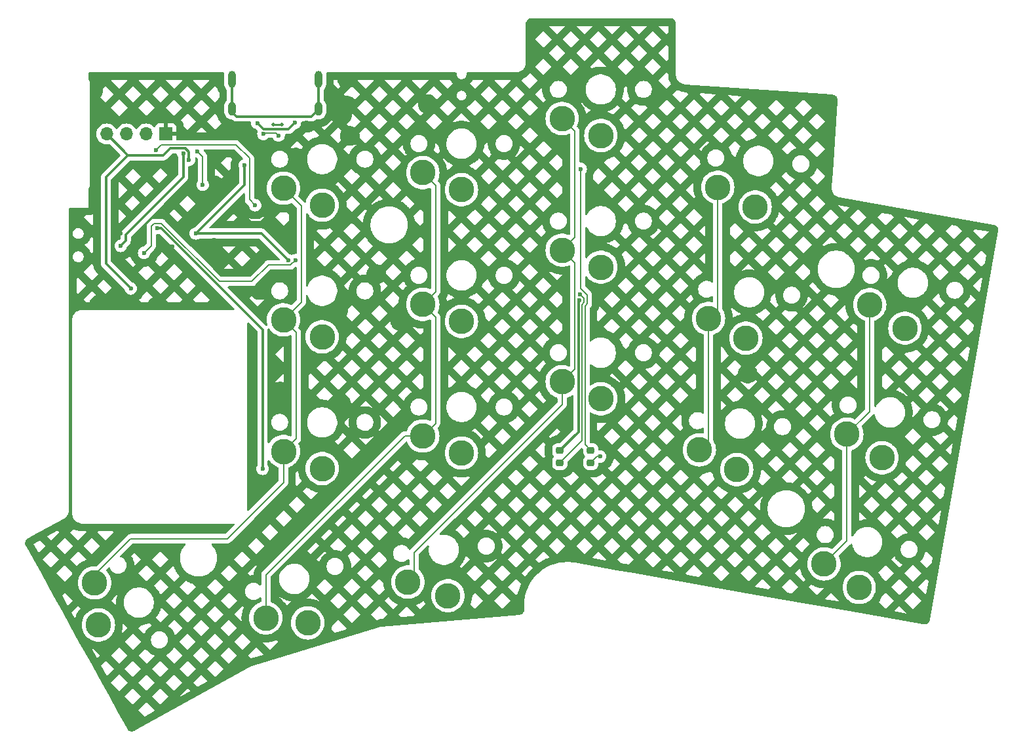
<source format=gtl>
G04 #@! TF.GenerationSoftware,KiCad,Pcbnew,8.0.4*
G04 #@! TF.CreationDate,2024-10-20T02:46:56-03:00*
G04 #@! TF.ProjectId,carpo_right,63617270-6f5f-4726-9967-68742e6b6963,rev?*
G04 #@! TF.SameCoordinates,PX7b6f01cPY41b54a0*
G04 #@! TF.FileFunction,Copper,L1,Top*
G04 #@! TF.FilePolarity,Positive*
%FSLAX46Y46*%
G04 Gerber Fmt 4.6, Leading zero omitted, Abs format (unit mm)*
G04 Created by KiCad (PCBNEW 8.0.4) date 2024-10-20 02:46:56*
%MOMM*%
%LPD*%
G01*
G04 APERTURE LIST*
G04 Aperture macros list*
%AMRoundRect*
0 Rectangle with rounded corners*
0 $1 Rounding radius*
0 $2 $3 $4 $5 $6 $7 $8 $9 X,Y pos of 4 corners*
0 Add a 4 corners polygon primitive as box body*
4,1,4,$2,$3,$4,$5,$6,$7,$8,$9,$2,$3,0*
0 Add four circle primitives for the rounded corners*
1,1,$1+$1,$2,$3*
1,1,$1+$1,$4,$5*
1,1,$1+$1,$6,$7*
1,1,$1+$1,$8,$9*
0 Add four rect primitives between the rounded corners*
20,1,$1+$1,$2,$3,$4,$5,0*
20,1,$1+$1,$4,$5,$6,$7,0*
20,1,$1+$1,$6,$7,$8,$9,0*
20,1,$1+$1,$8,$9,$2,$3,0*%
G04 Aperture macros list end*
G04 #@! TA.AperFunction,SMDPad,CuDef*
%ADD10RoundRect,0.218750X0.256250X-0.218750X0.256250X0.218750X-0.256250X0.218750X-0.256250X-0.218750X0*%
G04 #@! TD*
G04 #@! TA.AperFunction,ComponentPad*
%ADD11R,1.700000X1.700000*%
G04 #@! TD*
G04 #@! TA.AperFunction,ComponentPad*
%ADD12O,1.700000X1.700000*%
G04 #@! TD*
G04 #@! TA.AperFunction,ComponentPad*
%ADD13C,3.300000*%
G04 #@! TD*
G04 #@! TA.AperFunction,ComponentPad*
%ADD14O,1.000000X1.800000*%
G04 #@! TD*
G04 #@! TA.AperFunction,ComponentPad*
%ADD15O,1.000000X2.200000*%
G04 #@! TD*
G04 #@! TA.AperFunction,ViaPad*
%ADD16C,0.600000*%
G04 #@! TD*
G04 #@! TA.AperFunction,ViaPad*
%ADD17C,0.500000*%
G04 #@! TD*
G04 #@! TA.AperFunction,Conductor*
%ADD18C,0.300000*%
G04 #@! TD*
G04 #@! TA.AperFunction,Conductor*
%ADD19C,0.200000*%
G04 #@! TD*
G04 #@! TA.AperFunction,Conductor*
%ADD20C,0.220000*%
G04 #@! TD*
G04 APERTURE END LIST*
D10*
X30700000Y-39187500D03*
X30700000Y-37612500D03*
D11*
X-20220000Y3250000D03*
D12*
X-22760000Y3250000D03*
X-25300000Y3250000D03*
X-27840000Y3250000D03*
D10*
X34700000Y-39187500D03*
X34700000Y-37612500D03*
D13*
X13000000Y-35750000D03*
X18000000Y-37950000D03*
X-5000000Y-3750000D03*
X0Y-5950000D03*
X-5000000Y-37750000D03*
X0Y-39950000D03*
X51098941Y-3623419D03*
X55933297Y-6166842D03*
X67785603Y-35530640D03*
X72327615Y-38565458D03*
X11063853Y-54616229D03*
X16236569Y-56372078D03*
X13000000Y-1750001D03*
X18000000Y-3950001D03*
X48727221Y-37540596D03*
X53561577Y-40084019D03*
X-29403491Y-54717921D03*
X-28903606Y-60157600D03*
X13000000Y-18750000D03*
X18000000Y-20950000D03*
X64833584Y-52272372D03*
X69375596Y-55307190D03*
X31000000Y-11750000D03*
X36000000Y-13950000D03*
X-7283968Y-59247533D03*
X-1859226Y-59889545D03*
X31000000Y5250000D03*
X36000000Y3050000D03*
D14*
X-491700Y6503000D03*
D15*
X-491700Y10303000D03*
X-11642300Y10303000D03*
D14*
X-11642600Y6503000D03*
D13*
X49913081Y-20582007D03*
X54747437Y-23125430D03*
X31000000Y-28750000D03*
X36000000Y-30950000D03*
X-5000000Y-20750000D03*
X0Y-22950000D03*
X70737622Y-18788908D03*
X75279634Y-21823726D03*
D16*
X-17199998Y-100000D03*
X-24729532Y-16700000D03*
X-21329532Y-8900000D03*
X-7700000Y-40000000D03*
X-3474865Y-13050650D03*
X33322344Y-17453926D03*
X-23004532Y-12100000D03*
X35900000Y-38400000D03*
X33400000Y-1250650D03*
X-8666322Y-5950000D03*
X-21508527Y1150000D03*
X-8379532Y4650000D03*
X-3529532Y4700000D03*
X-17957537Y734808D03*
X-26029532Y-11200000D03*
X-16129532Y1000000D03*
X-15429532Y-3300000D03*
X-26029532Y-9600000D03*
X-8129532Y1100000D03*
X2400000Y-31500000D03*
X-13929532Y-12000000D03*
X-16500000Y-2400000D03*
X-3429532Y200000D03*
X-5400000Y-30000000D03*
X-13929532Y-13600000D03*
X-11729532Y-3200000D03*
X-21329532Y-19000000D03*
X7000000Y-14874265D03*
X2570468Y5700000D03*
X65970468Y7700000D03*
X-29629532Y8800000D03*
X-2029532Y4700000D03*
X-13929532Y-10400000D03*
X-10429532Y4400000D03*
X-9729532Y4400000D03*
X-8100000Y-16900000D03*
X13670468Y7100000D03*
X2070468Y-19500000D03*
X-25929532Y-18000000D03*
X3225000Y6900000D03*
X-8400000Y-43700000D03*
X3200000Y10400000D03*
X-13929532Y-3400000D03*
X33500000Y-39200000D03*
X-29629532Y-2300000D03*
X-19329532Y-11300000D03*
X10070468Y-20900000D03*
X-8700000Y-30400000D03*
X-28829532Y-18800000D03*
X54970468Y-27700000D03*
X3570468Y3000000D03*
X-23029532Y-10475000D03*
X-11129532Y4400000D03*
X33250000Y-18250650D03*
X-10029532Y-800000D03*
X-4394103Y-13050650D03*
X-16329532Y-9600000D03*
D17*
X-6329532Y4500000D03*
X-5229532Y4500000D03*
D16*
X-5629532Y3050000D03*
X-7604181Y3250000D03*
D18*
X-17199998Y896508D02*
X-17703490Y1400000D01*
X-20529532Y500000D02*
X-25090000Y500000D01*
X-25090000Y500000D02*
X-27840000Y3250000D01*
X-19629532Y1400000D02*
X-20529532Y500000D01*
X-27929532Y-2339532D02*
X-25090000Y500000D01*
X-27929532Y-13500000D02*
X-27929532Y-2339532D01*
X-24729532Y-16700000D02*
X-27929532Y-13500000D01*
X-17703490Y1400000D02*
X-19629532Y1400000D01*
X-17199998Y-100000D02*
X-17199998Y896508D01*
X-20802726Y-8900000D02*
X-21329532Y-8900000D01*
X-7700000Y-40000000D02*
X-7700000Y-22002726D01*
X-7700000Y-22002726D02*
X-20802726Y-8900000D01*
D19*
X-22100000Y-11195468D02*
X-23004532Y-12100000D01*
X-20766330Y-8300000D02*
X-21703061Y-8300000D01*
X-3474865Y-13050650D02*
X-4074865Y-13650650D01*
X-6950650Y-13650650D02*
X-9100000Y-15800000D01*
X-13266330Y-15800000D02*
X-20766330Y-8300000D01*
X-4074865Y-13650650D02*
X-6950650Y-13650650D01*
X-22100000Y-8696939D02*
X-22100000Y-11195468D01*
X-9100000Y-15800000D02*
X-13266330Y-15800000D01*
X33850000Y-18499179D02*
X33850000Y-17981582D01*
X30700000Y-39187500D02*
X33550000Y-36337500D01*
X33850000Y-17981582D02*
X33322344Y-17453926D01*
X33550000Y-18799179D02*
X33850000Y-18499179D01*
X33550000Y-36337500D02*
X33550000Y-18799179D01*
X-21703061Y-8300000D02*
X-22100000Y-8696939D01*
X35900000Y-38400000D02*
X35487500Y-38400000D01*
X35487500Y-38400000D02*
X34700000Y-39187500D01*
X34250000Y-18664865D02*
X34250000Y-17533053D01*
X-11143136Y1850000D02*
X-20808527Y1850000D01*
X34700000Y-37612500D02*
X33950000Y-36862500D01*
X33950000Y-36862500D02*
X33950000Y-18964865D01*
X-9400000Y-5216322D02*
X-9400000Y106864D01*
X34250000Y-17533053D02*
X33400000Y-16683053D01*
X-20808527Y1850000D02*
X-21508527Y1150000D01*
X-8666322Y-5950000D02*
X-9400000Y-5216322D01*
X33950000Y-18964865D02*
X34250000Y-18664865D01*
X-9400000Y106864D02*
X-11143136Y1850000D01*
X33400000Y-16683053D02*
X33400000Y-1250650D01*
D18*
X-7629532Y3900000D02*
X-8379532Y4650000D01*
X-4329532Y3900000D02*
X-7629532Y3900000D01*
X-3529532Y4700000D02*
X-4329532Y3900000D01*
X-17957537Y-2328005D02*
X-17957537Y734808D01*
X-25379532Y-10550000D02*
X-25379532Y-9750000D01*
X-26029532Y-11200000D02*
X-25379532Y-10550000D01*
X-25379532Y-9750000D02*
X-17957537Y-2328005D01*
D19*
X-15429532Y300000D02*
X-16129532Y1000000D01*
X-15429532Y-3300000D02*
X-15429532Y300000D01*
X-3350000Y-36100000D02*
X-5000000Y-37750000D01*
X-3350000Y-22400000D02*
X-3350000Y-36100000D01*
X-5000000Y-20750000D02*
X-3350000Y-22400000D01*
X-12265448Y-49006206D02*
X-24735738Y-49006206D01*
X-5000000Y-3750000D02*
X-2700000Y-6050000D01*
X-29403491Y-53673959D02*
X-29403491Y-54717921D01*
X-5000000Y-41740758D02*
X-12265448Y-49006206D01*
X-24735738Y-49006206D02*
X-29403491Y-53673959D01*
X-5000000Y-37750000D02*
X-5000000Y-41740758D01*
X-2700000Y-18450000D02*
X-5000000Y-20750000D01*
X-2700000Y-6050000D02*
X-2700000Y-18450000D01*
X13000000Y-35750000D02*
X10666548Y-35750000D01*
X13000000Y-18750000D02*
X14650000Y-20400000D01*
X13000000Y-1750001D02*
X14650000Y-3400001D01*
X14650000Y-20400000D02*
X14650000Y-34100000D01*
X14650000Y-17100000D02*
X13000000Y-18750000D01*
X14650000Y-3400001D02*
X14650000Y-17100000D01*
X10666548Y-35750000D02*
X-7283968Y-53700516D01*
X-7283968Y-53700516D02*
X-7283968Y-59247533D01*
X14650000Y-34100000D02*
X13000000Y-35750000D01*
D18*
X-491700Y6503000D02*
X-491700Y10303000D01*
X-11642300Y10303000D02*
X-11642300Y6503300D01*
X-11642300Y6503300D02*
X-11642600Y6503000D01*
X-1366604Y5500000D02*
X-491700Y6374904D01*
X-491700Y6374904D02*
X-491700Y6503000D01*
X-11039600Y5500000D02*
X-1366604Y5500000D01*
X-11642600Y6103000D02*
X-11039600Y5500000D01*
X-11642600Y6503000D02*
X-11642600Y6103000D01*
X33100000Y-18400650D02*
X33250000Y-18250650D01*
X33100000Y-35212500D02*
X33100000Y-18400650D01*
X30700000Y-37612500D02*
X33100000Y-35212500D01*
X-7844753Y-9600000D02*
X-16329532Y-9600000D01*
X-10029532Y-3300000D02*
X-16329532Y-9600000D01*
X-4394103Y-13050650D02*
X-7844753Y-9600000D01*
X-10029532Y-800000D02*
X-10029532Y-3300000D01*
D20*
X-5229532Y4500000D02*
X-6329532Y4500000D01*
D19*
X-7454181Y3400000D02*
X-7604181Y3250000D01*
X-5629532Y3050000D02*
X-5979532Y3400000D01*
X-5979532Y3400000D02*
X-7454181Y3400000D01*
X31000000Y-28750000D02*
X31000000Y-31670468D01*
X31000000Y-31670468D02*
X11870468Y-50800000D01*
X32650000Y3600000D02*
X32650000Y-10100000D01*
X32650000Y-27100000D02*
X31000000Y-28750000D01*
X32650000Y-13400000D02*
X32650000Y-27100000D01*
X32650000Y-10100000D02*
X31000000Y-11750000D01*
X31000000Y-11750000D02*
X32650000Y-13400000D01*
X31000000Y5250000D02*
X32650000Y3600000D01*
X11870468Y-50800000D02*
X11870468Y-53809614D01*
X11870468Y-53809614D02*
X11063853Y-54616229D01*
X51098941Y-3623419D02*
X51098941Y-19396147D01*
X51098941Y-19396147D02*
X49913081Y-20582007D01*
X49913081Y-20582007D02*
X49913081Y-36354736D01*
X49913081Y-36354736D02*
X48727221Y-37540596D01*
X70737622Y-32578621D02*
X67785603Y-35530640D01*
X67785603Y-35530640D02*
X67785603Y-49320353D01*
X70737622Y-18788908D02*
X70737622Y-32578621D01*
X67785603Y-49320353D02*
X64833584Y-52272372D01*
G04 #@! TA.AperFunction,Conductor*
G36*
X-9494296Y-21128822D02*
G01*
X-9487818Y-21134854D01*
X-8386819Y-22235853D01*
X-8353334Y-22297176D01*
X-8350500Y-22323534D01*
X-8350500Y-39494931D01*
X-8369506Y-39560903D01*
X-8425789Y-39650477D01*
X-8425791Y-39650481D01*
X-8485367Y-39820737D01*
X-8485370Y-39820750D01*
X-8505565Y-39999996D01*
X-8505565Y-40000003D01*
X-8485370Y-40179249D01*
X-8485369Y-40179254D01*
X-8425789Y-40349523D01*
X-8336033Y-40492367D01*
X-8329816Y-40502262D01*
X-8202262Y-40629816D01*
X-8128923Y-40675898D01*
X-8089757Y-40700508D01*
X-8049522Y-40725789D01*
X-7893684Y-40780319D01*
X-7879255Y-40785368D01*
X-7879250Y-40785369D01*
X-7700004Y-40805565D01*
X-7700000Y-40805565D01*
X-7699996Y-40805565D01*
X-7520751Y-40785369D01*
X-7520748Y-40785368D01*
X-7520745Y-40785368D01*
X-7350478Y-40725789D01*
X-7197738Y-40629816D01*
X-7070184Y-40502262D01*
X-6974211Y-40349522D01*
X-6914632Y-40179255D01*
X-6914631Y-40179249D01*
X-6894435Y-40000003D01*
X-6894435Y-39999996D01*
X-6914631Y-39820750D01*
X-6914634Y-39820737D01*
X-6974210Y-39650481D01*
X-6974211Y-39650478D01*
X-7016547Y-39583100D01*
X-7030494Y-39560903D01*
X-7049500Y-39494931D01*
X-7049500Y-38966313D01*
X-7029815Y-38899274D01*
X-6977011Y-38853519D01*
X-6907853Y-38843575D01*
X-6844297Y-38872600D01*
X-6824199Y-38894800D01*
X-6775322Y-38964043D01*
X-6672064Y-39110328D01*
X-6471257Y-39325338D01*
X-6349714Y-39424220D01*
X-6243049Y-39510999D01*
X-6243047Y-39511000D01*
X-6243046Y-39511001D01*
X-5991681Y-39663860D01*
X-5991676Y-39663862D01*
X-5721842Y-39781067D01*
X-5691047Y-39789695D01*
X-5631804Y-39826736D01*
X-5601991Y-39889926D01*
X-5600500Y-39909097D01*
X-5600500Y-41440661D01*
X-5620185Y-41507700D01*
X-5636819Y-41528342D01*
X-9487818Y-45379341D01*
X-9549141Y-45412826D01*
X-9618833Y-45407842D01*
X-9674766Y-45365970D01*
X-9699183Y-45300506D01*
X-9699499Y-45291660D01*
X-9699499Y-21222535D01*
X-9679814Y-21155496D01*
X-9627010Y-21109741D01*
X-9557852Y-21099797D01*
X-9494296Y-21128822D01*
G37*
G04 #@! TD.AperFunction*
G04 #@! TA.AperFunction,Conductor*
G36*
X-6844297Y-21872600D02*
G01*
X-6824199Y-21894800D01*
X-6722289Y-22039174D01*
X-6672064Y-22110328D01*
X-6471257Y-22325338D01*
X-6413330Y-22372465D01*
X-6243049Y-22510999D01*
X-6243047Y-22511000D01*
X-6243046Y-22511001D01*
X-5991681Y-22663860D01*
X-5991676Y-22663862D01*
X-5721846Y-22781065D01*
X-5721841Y-22781067D01*
X-5438555Y-22860440D01*
X-5182319Y-22895659D01*
X-5147099Y-22900500D01*
X-5147098Y-22900500D01*
X-4852901Y-22900500D01*
X-4821480Y-22896180D01*
X-4561445Y-22860440D01*
X-4278159Y-22781067D01*
X-4123899Y-22714062D01*
X-4054571Y-22705409D01*
X-3991566Y-22735612D01*
X-3954893Y-22795084D01*
X-3950500Y-22827797D01*
X-3950500Y-35672201D01*
X-3970185Y-35739240D01*
X-4022989Y-35784995D01*
X-4092147Y-35794939D01*
X-4123901Y-35785936D01*
X-4214098Y-35746758D01*
X-4278159Y-35718933D01*
X-4278161Y-35718932D01*
X-4278162Y-35718932D01*
X-4561440Y-35639561D01*
X-4561444Y-35639560D01*
X-4561445Y-35639560D01*
X-4717410Y-35618123D01*
X-4852901Y-35599500D01*
X-4852902Y-35599500D01*
X-5147098Y-35599500D01*
X-5147099Y-35599500D01*
X-5438555Y-35639560D01*
X-5438561Y-35639561D01*
X-5721846Y-35718934D01*
X-5991676Y-35836137D01*
X-5991681Y-35836139D01*
X-6243046Y-35988998D01*
X-6471257Y-36174661D01*
X-6672068Y-36389676D01*
X-6824196Y-36605194D01*
X-6878938Y-36648612D01*
X-6948463Y-36655541D01*
X-7010697Y-36623783D01*
X-7045883Y-36563419D01*
X-7049500Y-36533686D01*
X-7049500Y-33913389D01*
X-6600500Y-33913389D01*
X-6600500Y-34086611D01*
X-6597394Y-34106221D01*
X-6578838Y-34223383D01*
X-6573402Y-34257701D01*
X-6519873Y-34422445D01*
X-6441232Y-34576788D01*
X-6339414Y-34716928D01*
X-6216928Y-34839414D01*
X-6076788Y-34941232D01*
X-5922445Y-35019873D01*
X-5757701Y-35073402D01*
X-5586611Y-35100500D01*
X-5586610Y-35100500D01*
X-5413390Y-35100500D01*
X-5413389Y-35100500D01*
X-5242299Y-35073402D01*
X-5077555Y-35019873D01*
X-4923212Y-34941232D01*
X-4783072Y-34839414D01*
X-4660586Y-34716928D01*
X-4558768Y-34576788D01*
X-4480127Y-34422445D01*
X-4426598Y-34257701D01*
X-4399500Y-34086611D01*
X-4399500Y-33913389D01*
X-4426598Y-33742299D01*
X-4480127Y-33577555D01*
X-4558768Y-33423212D01*
X-4660586Y-33283072D01*
X-4783072Y-33160586D01*
X-4923212Y-33058768D01*
X-5077555Y-32980127D01*
X-5242299Y-32926598D01*
X-5242301Y-32926597D01*
X-5242302Y-32926597D01*
X-5373729Y-32905781D01*
X-5413389Y-32899500D01*
X-5586611Y-32899500D01*
X-5626272Y-32905781D01*
X-5757698Y-32926597D01*
X-5922448Y-32980128D01*
X-6076789Y-33058768D01*
X-6156744Y-33116859D01*
X-6216928Y-33160586D01*
X-6216930Y-33160588D01*
X-6216931Y-33160588D01*
X-6339412Y-33283069D01*
X-6339412Y-33283070D01*
X-6339414Y-33283072D01*
X-6365807Y-33319399D01*
X-6441232Y-33423211D01*
X-6519872Y-33577552D01*
X-6573403Y-33742302D01*
X-6597394Y-33893779D01*
X-6600500Y-33913389D01*
X-7049500Y-33913389D01*
X-7049500Y-28714971D01*
X-6051500Y-28714971D01*
X-6051500Y-28734065D01*
X-5941895Y-28843670D01*
X-5760855Y-28773535D01*
X-5738846Y-28767273D01*
X-5529348Y-28728111D01*
X-5506563Y-28726000D01*
X-5293437Y-28726000D01*
X-5270652Y-28728111D01*
X-5061154Y-28767273D01*
X-5039145Y-28773535D01*
X-4948500Y-28808651D01*
X-4948500Y-27712915D01*
X-4998972Y-27662443D01*
X-6051500Y-28714971D01*
X-7049500Y-28714971D01*
X-7049500Y-25179438D01*
X-6051500Y-25179438D01*
X-6051500Y-25198531D01*
X-4998972Y-26251059D01*
X-4948500Y-26200587D01*
X-4948500Y-24177382D01*
X-4998972Y-24126910D01*
X-6051500Y-25179438D01*
X-7049500Y-25179438D01*
X-7049500Y-21966313D01*
X-7029815Y-21899274D01*
X-6977011Y-21853519D01*
X-6907853Y-21843575D01*
X-6844297Y-21872600D01*
G37*
G04 #@! TD.AperFunction*
G04 #@! TA.AperFunction,Conductor*
G36*
X-3381166Y-13908700D02*
G01*
X-3325232Y-13950571D01*
X-3300816Y-14016036D01*
X-3300500Y-14024881D01*
X-3300500Y-18149902D01*
X-3320185Y-18216941D01*
X-3336819Y-18237583D01*
X-3897790Y-18798553D01*
X-3959113Y-18832038D01*
X-4028805Y-18827054D01*
X-4034872Y-18824606D01*
X-4278155Y-18718934D01*
X-4561440Y-18639561D01*
X-4561444Y-18639560D01*
X-4561445Y-18639560D01*
X-4767262Y-18611271D01*
X-4852901Y-18599500D01*
X-4852902Y-18599500D01*
X-5147098Y-18599500D01*
X-5147099Y-18599500D01*
X-5438555Y-18639560D01*
X-5438561Y-18639561D01*
X-5721846Y-18718934D01*
X-5991676Y-18836137D01*
X-5991681Y-18836139D01*
X-6243046Y-18988998D01*
X-6471257Y-19174661D01*
X-6672068Y-19389676D01*
X-6841718Y-19630016D01*
X-6841722Y-19630022D01*
X-6977073Y-19891237D01*
X-7075591Y-20168440D01*
X-7075596Y-20168456D01*
X-7135448Y-20456486D01*
X-7135449Y-20456488D01*
X-7155525Y-20750000D01*
X-7135449Y-21043511D01*
X-7135448Y-21043513D01*
X-7075596Y-21331543D01*
X-7075593Y-21331551D01*
X-7052488Y-21396564D01*
X-7048587Y-21466324D01*
X-7083020Y-21527120D01*
X-7144856Y-21559649D01*
X-7214462Y-21553583D01*
X-7257010Y-21525769D01*
X-10836415Y-17946365D01*
X-9425031Y-17946365D01*
X-8362955Y-19008440D01*
X-7472432Y-18117916D01*
X-7540744Y-18049604D01*
X-7739145Y-18126465D01*
X-7761154Y-18132727D01*
X-7970652Y-18171889D01*
X-7993437Y-18174000D01*
X-8206563Y-18174000D01*
X-8229348Y-18171889D01*
X-8438846Y-18132727D01*
X-8460855Y-18126465D01*
X-8659589Y-18049475D01*
X-8680072Y-18039275D01*
X-8861276Y-17927079D01*
X-8879538Y-17913289D01*
X-9037040Y-17769706D01*
X-9052455Y-17752796D01*
X-9129474Y-17650807D01*
X-9425031Y-17946365D01*
X-10836415Y-17946365D01*
X-11869391Y-16913389D01*
X-6600500Y-16913389D01*
X-6600500Y-17086611D01*
X-6598071Y-17101944D01*
X-6574157Y-17252938D01*
X-6573402Y-17257701D01*
X-6519873Y-17422445D01*
X-6441232Y-17576788D01*
X-6339414Y-17716928D01*
X-6216928Y-17839414D01*
X-6076788Y-17941232D01*
X-5922445Y-18019873D01*
X-5757701Y-18073402D01*
X-5586611Y-18100500D01*
X-5586610Y-18100500D01*
X-5413390Y-18100500D01*
X-5413389Y-18100500D01*
X-5242299Y-18073402D01*
X-5077555Y-18019873D01*
X-4923212Y-17941232D01*
X-4783072Y-17839414D01*
X-4660586Y-17716928D01*
X-4558768Y-17576788D01*
X-4480127Y-17422445D01*
X-4426598Y-17257701D01*
X-4399500Y-17086611D01*
X-4399500Y-16913389D01*
X-4426598Y-16742299D01*
X-4480127Y-16577555D01*
X-4558768Y-16423212D01*
X-4660586Y-16283072D01*
X-4783072Y-16160586D01*
X-4923212Y-16058768D01*
X-5077555Y-15980127D01*
X-5242299Y-15926598D01*
X-5242301Y-15926597D01*
X-5242302Y-15926597D01*
X-5373729Y-15905781D01*
X-5413389Y-15899500D01*
X-5586611Y-15899500D01*
X-5626272Y-15905781D01*
X-5757698Y-15926597D01*
X-5922448Y-15980128D01*
X-6076789Y-16058768D01*
X-6138988Y-16103959D01*
X-6216928Y-16160586D01*
X-6216930Y-16160588D01*
X-6216931Y-16160588D01*
X-6339412Y-16283069D01*
X-6339412Y-16283070D01*
X-6339414Y-16283072D01*
X-6368628Y-16323282D01*
X-6441232Y-16423211D01*
X-6519872Y-16577552D01*
X-6573403Y-16742302D01*
X-6597251Y-16892873D01*
X-6600500Y-16913389D01*
X-11869391Y-16913389D01*
X-12170599Y-16612181D01*
X-12204084Y-16550858D01*
X-12199100Y-16481166D01*
X-12157228Y-16425233D01*
X-12091764Y-16400816D01*
X-12082918Y-16400500D01*
X-9186669Y-16400500D01*
X-9186653Y-16400501D01*
X-9179057Y-16400501D01*
X-9020946Y-16400501D01*
X-9020943Y-16400501D01*
X-8868215Y-16359577D01*
X-8805278Y-16323240D01*
X-8731284Y-16280520D01*
X-8619480Y-16168716D01*
X-8619480Y-16168714D01*
X-8609276Y-16158511D01*
X-8609273Y-16158506D01*
X-6738234Y-14287469D01*
X-6676911Y-14253984D01*
X-6650553Y-14251150D01*
X-4161534Y-14251150D01*
X-4161518Y-14251151D01*
X-4153922Y-14251151D01*
X-3995811Y-14251151D01*
X-3995808Y-14251151D01*
X-3843080Y-14210227D01*
X-3792961Y-14181289D01*
X-3706149Y-14131170D01*
X-3594345Y-14019366D01*
X-3594344Y-14019363D01*
X-3512179Y-13937197D01*
X-3450857Y-13903715D01*
X-3381166Y-13908700D01*
G37*
G04 #@! TD.AperFunction*
G04 #@! TA.AperFunction,Conductor*
G36*
X45006049Y18198903D02*
G01*
X45124306Y18187252D01*
X45148133Y18182512D01*
X45255988Y18149792D01*
X45278441Y18140490D01*
X45377829Y18087363D01*
X45398039Y18073858D01*
X45485157Y18002360D01*
X45502346Y17985171D01*
X45573838Y17898055D01*
X45587342Y17877844D01*
X45640466Y17778454D01*
X45649768Y17755997D01*
X45682483Y17648150D01*
X45687225Y17624309D01*
X45698903Y17505736D01*
X45699500Y17493582D01*
X45699500Y10999386D01*
X45699461Y10999254D01*
X45699497Y10850221D01*
X45728742Y10656848D01*
X45786572Y10470031D01*
X45871695Y10293948D01*
X45871697Y10293944D01*
X45982184Y10132585D01*
X46115566Y9989554D01*
X46115572Y9989549D01*
X46268826Y9868086D01*
X46268839Y9868077D01*
X46438546Y9770889D01*
X46620878Y9700172D01*
X46620881Y9700172D01*
X46620884Y9700170D01*
X46620888Y9700169D01*
X46620892Y9700168D01*
X46673784Y9688347D01*
X46811745Y9657513D01*
X46860578Y9654089D01*
X46860630Y9654070D01*
X46909291Y9650671D01*
X46909291Y9650670D01*
X46924594Y9649601D01*
X46924593Y9649600D01*
X46924599Y9649601D01*
X65908454Y8322121D01*
X65908468Y8322118D01*
X65920671Y8321266D01*
X65920673Y8321265D01*
X65946586Y8319455D01*
X65946588Y8319454D01*
X65946589Y8319454D01*
X65956738Y8318745D01*
X65962083Y8318371D01*
X65974159Y8316928D01*
X66091301Y8297063D01*
X66114747Y8290671D01*
X66220054Y8250511D01*
X66241809Y8239663D01*
X66337247Y8179735D01*
X66356467Y8164853D01*
X66438378Y8087459D01*
X66454325Y8069113D01*
X66519568Y7977219D01*
X66531631Y7956112D01*
X66577687Y7853263D01*
X66585400Y7830210D01*
X66610508Y7720341D01*
X66613574Y7696227D01*
X66616950Y7577045D01*
X66616697Y7564876D01*
X66613251Y7515655D01*
X66613251Y7515597D01*
X65964936Y-1755747D01*
X65836857Y-3587365D01*
X65833196Y-3639714D01*
X65833191Y-3641047D01*
X65829201Y-3698793D01*
X65848920Y-3910173D01*
X65902665Y-4115565D01*
X65989005Y-4309512D01*
X65989007Y-4309515D01*
X65989008Y-4309517D01*
X66105665Y-4486898D01*
X66249547Y-4643009D01*
X66416843Y-4773718D01*
X66603123Y-4875563D01*
X66803455Y-4945847D01*
X66860857Y-4956020D01*
X66861490Y-4956175D01*
X75811573Y-6534316D01*
X86767575Y-8466154D01*
X86779443Y-8468854D01*
X86797715Y-8473965D01*
X86893868Y-8500861D01*
X86916518Y-8509670D01*
X87015868Y-8560024D01*
X87017046Y-8560621D01*
X87037538Y-8573676D01*
X87126206Y-8643267D01*
X87143755Y-8660067D01*
X87216010Y-8744297D01*
X87217138Y-8745611D01*
X87231079Y-8765522D01*
X87272669Y-8839411D01*
X87286359Y-8863732D01*
X87296148Y-8885981D01*
X87331207Y-8993089D01*
X87336468Y-9016819D01*
X87349959Y-9128705D01*
X87350490Y-9153006D01*
X87341406Y-9271763D01*
X87339883Y-9283838D01*
X78493995Y-59451370D01*
X78493991Y-59451384D01*
X78493992Y-59451385D01*
X78493888Y-59451977D01*
X78493200Y-59455880D01*
X78493199Y-59455883D01*
X78488551Y-59482249D01*
X78485994Y-59496750D01*
X78483295Y-59508617D01*
X78451291Y-59623053D01*
X78442481Y-59645708D01*
X78391537Y-59746237D01*
X78378476Y-59766739D01*
X78308898Y-59855397D01*
X78292089Y-59872957D01*
X78206554Y-59946335D01*
X78186642Y-59960277D01*
X78088431Y-60015561D01*
X78066180Y-60025352D01*
X77959069Y-60060413D01*
X77935342Y-60065673D01*
X77823449Y-60079164D01*
X77799150Y-60079694D01*
X77680745Y-60070633D01*
X77668684Y-60069112D01*
X77661092Y-60067774D01*
X77661092Y-60067772D01*
X77661081Y-60067772D01*
X77622396Y-60060951D01*
X77622390Y-60060950D01*
X68130489Y-58387272D01*
X73877749Y-58387272D01*
X75511384Y-58675325D01*
X74550540Y-57714481D01*
X73877749Y-58387272D01*
X68130489Y-58387272D01*
X59113780Y-56797383D01*
X64861037Y-56797383D01*
X66666784Y-57115785D01*
X66743919Y-57038650D01*
X66708707Y-56988766D01*
X66706325Y-56985266D01*
X66692275Y-56963845D01*
X66690013Y-56960264D01*
X66672304Y-56931142D01*
X66670166Y-56927487D01*
X66657616Y-56905166D01*
X66655606Y-56901443D01*
X66643961Y-56878970D01*
X65711706Y-55946715D01*
X64861037Y-56797383D01*
X59113780Y-56797383D01*
X50097065Y-55207493D01*
X55844326Y-55207493D01*
X57650073Y-55525896D01*
X57934945Y-55241023D01*
X59346331Y-55241023D01*
X60055312Y-55950004D01*
X60655643Y-56055859D01*
X61470480Y-55241022D01*
X62881864Y-55241022D01*
X63943939Y-56303097D01*
X64826164Y-55420872D01*
X64669446Y-55420872D01*
X64665214Y-55420800D01*
X64639622Y-55419926D01*
X64635392Y-55419709D01*
X64601386Y-55417383D01*
X64597172Y-55417022D01*
X64571686Y-55414403D01*
X64567477Y-55413898D01*
X64242265Y-55369198D01*
X64238083Y-55368550D01*
X64212874Y-55364204D01*
X64208723Y-55363416D01*
X64175350Y-55356484D01*
X64171213Y-55355550D01*
X64146297Y-55349479D01*
X64142197Y-55348406D01*
X63995094Y-55307190D01*
X67220071Y-55307190D01*
X67240147Y-55600701D01*
X67240148Y-55600703D01*
X67300000Y-55888733D01*
X67300005Y-55888749D01*
X67398523Y-56165952D01*
X67533874Y-56427167D01*
X67533878Y-56427173D01*
X67703528Y-56667513D01*
X67773086Y-56741991D01*
X67852898Y-56827449D01*
X67904339Y-56882528D01*
X67993368Y-56954958D01*
X68132547Y-57068189D01*
X68132549Y-57068190D01*
X68132550Y-57068191D01*
X68383915Y-57221050D01*
X68383920Y-57221052D01*
X68653750Y-57338255D01*
X68653755Y-57338257D01*
X68937041Y-57417630D01*
X69193277Y-57452849D01*
X69228497Y-57457690D01*
X69228498Y-57457690D01*
X69522695Y-57457690D01*
X69554116Y-57453370D01*
X69814151Y-57417630D01*
X70097437Y-57338257D01*
X70367278Y-57221049D01*
X70419753Y-57189138D01*
X71901047Y-57189138D01*
X72782774Y-58070865D01*
X73844849Y-57008790D01*
X75256233Y-57008790D01*
X76318308Y-58070865D01*
X77380383Y-57008790D01*
X76318308Y-55946715D01*
X75256233Y-57008790D01*
X73844849Y-57008790D01*
X72782773Y-55946714D01*
X72328176Y-56401311D01*
X72287341Y-56516213D01*
X72285855Y-56520177D01*
X72276465Y-56543989D01*
X72274848Y-56547893D01*
X72261270Y-56579159D01*
X72259514Y-56583021D01*
X72248506Y-56606168D01*
X72246622Y-56609962D01*
X72095587Y-56901443D01*
X72093576Y-56905166D01*
X72081026Y-56927487D01*
X72078888Y-56931142D01*
X72061179Y-56960264D01*
X72058917Y-56963845D01*
X72044867Y-56985266D01*
X72042485Y-56988766D01*
X71901047Y-57189138D01*
X70419753Y-57189138D01*
X70618645Y-57068189D01*
X70846856Y-56882525D01*
X71047661Y-56667516D01*
X71217318Y-56427166D01*
X71352668Y-56165954D01*
X71451188Y-55888744D01*
X71451188Y-55888739D01*
X71451191Y-55888733D01*
X71496561Y-55670396D01*
X71511044Y-55600701D01*
X71531121Y-55307190D01*
X71526595Y-55241023D01*
X73488466Y-55241023D01*
X74550541Y-56303098D01*
X75612616Y-55241023D01*
X77024000Y-55241023D01*
X78043271Y-56260294D01*
X78361673Y-54454546D01*
X78086075Y-54178948D01*
X77024000Y-55241023D01*
X75612616Y-55241023D01*
X74550541Y-54178948D01*
X73488466Y-55241023D01*
X71526595Y-55241023D01*
X71511044Y-55013679D01*
X71489445Y-54909740D01*
X71451191Y-54725646D01*
X71451186Y-54725630D01*
X71410475Y-54611079D01*
X71352668Y-54448426D01*
X71217318Y-54187214D01*
X71217317Y-54187212D01*
X71217313Y-54187206D01*
X71047663Y-53946866D01*
X70955057Y-53847710D01*
X70846856Y-53731855D01*
X70846854Y-53731854D01*
X70846852Y-53731851D01*
X70618641Y-53546188D01*
X70367276Y-53393329D01*
X70367271Y-53393327D01*
X70262696Y-53347904D01*
X71846049Y-53347904D01*
X71850666Y-53353993D01*
X71853168Y-53357411D01*
X72042485Y-53625614D01*
X72044867Y-53629114D01*
X72058917Y-53650535D01*
X72061179Y-53654116D01*
X72078888Y-53683238D01*
X72081026Y-53686893D01*
X72093576Y-53709214D01*
X72095587Y-53712937D01*
X72240988Y-53993545D01*
X72782774Y-54535331D01*
X73844849Y-53473256D01*
X73844848Y-53473255D01*
X75256232Y-53473255D01*
X76318308Y-54535331D01*
X77380383Y-53473256D01*
X76346015Y-52438888D01*
X76339709Y-52440667D01*
X76335004Y-52441894D01*
X76296887Y-52451047D01*
X76292126Y-52452092D01*
X76273738Y-52455749D01*
X75256232Y-53473255D01*
X73844848Y-53473255D01*
X72782773Y-52411180D01*
X71846049Y-53347904D01*
X70262696Y-53347904D01*
X70097441Y-53276124D01*
X69814156Y-53196751D01*
X69814152Y-53196750D01*
X69814151Y-53196750D01*
X69627571Y-53171105D01*
X69522695Y-53156690D01*
X69522694Y-53156690D01*
X69228498Y-53156690D01*
X69228497Y-53156690D01*
X68937041Y-53196750D01*
X68937035Y-53196751D01*
X68653750Y-53276124D01*
X68383920Y-53393327D01*
X68383915Y-53393329D01*
X68132550Y-53546188D01*
X67904339Y-53731851D01*
X67703528Y-53946866D01*
X67533878Y-54187206D01*
X67533874Y-54187212D01*
X67398523Y-54448427D01*
X67300005Y-54725630D01*
X67300000Y-54725646D01*
X67240148Y-55013676D01*
X67240147Y-55013678D01*
X67220071Y-55307190D01*
X63995094Y-55307190D01*
X63826070Y-55259832D01*
X63822007Y-55258618D01*
X63797587Y-55250866D01*
X63793580Y-55249518D01*
X63761464Y-55238104D01*
X63757499Y-55236619D01*
X63733680Y-55227226D01*
X63729768Y-55225605D01*
X63428660Y-55094816D01*
X63424801Y-55093061D01*
X63401655Y-55082052D01*
X63397864Y-55080169D01*
X63367600Y-55064486D01*
X63363876Y-55062475D01*
X63341564Y-55049929D01*
X63337912Y-55047792D01*
X63174480Y-54948406D01*
X62881864Y-55241022D01*
X61470480Y-55241022D01*
X60408405Y-54178948D01*
X59346331Y-55241023D01*
X57934945Y-55241023D01*
X57934946Y-55241022D01*
X56872872Y-54178948D01*
X55844326Y-55207493D01*
X50097065Y-55207493D01*
X40261717Y-53473256D01*
X46971962Y-53473256D01*
X47178112Y-53679406D01*
X48633361Y-53936006D01*
X49096110Y-53473256D01*
X50507496Y-53473256D01*
X51470512Y-54436272D01*
X51638931Y-54465969D01*
X52631644Y-53473256D01*
X54043030Y-53473256D01*
X55105105Y-54535331D01*
X56167180Y-53473256D01*
X57578564Y-53473256D01*
X58640639Y-54535331D01*
X59702714Y-53473256D01*
X59702713Y-53473255D01*
X61114097Y-53473255D01*
X62176172Y-54535330D01*
X62415598Y-54295904D01*
X62400855Y-54278997D01*
X62398128Y-54275760D01*
X62376615Y-54249319D01*
X62373997Y-54245986D01*
X62358514Y-54225569D01*
X62356012Y-54222151D01*
X62166695Y-53953948D01*
X62164313Y-53950448D01*
X62150263Y-53929027D01*
X62148001Y-53925446D01*
X62130292Y-53896324D01*
X62128154Y-53892669D01*
X62115604Y-53870348D01*
X62113593Y-53866625D01*
X61962558Y-53575144D01*
X61960674Y-53571350D01*
X61949666Y-53548203D01*
X61947910Y-53544341D01*
X61934332Y-53513075D01*
X61932715Y-53509171D01*
X61923325Y-53485359D01*
X61921840Y-53481395D01*
X61811910Y-53172082D01*
X61810560Y-53168068D01*
X61802815Y-53143665D01*
X61801605Y-53139615D01*
X61792407Y-53106793D01*
X61791333Y-53102691D01*
X61785266Y-53077795D01*
X61784333Y-53073664D01*
X61737769Y-52849583D01*
X61114097Y-53473255D01*
X59702713Y-53473255D01*
X58640639Y-52411181D01*
X57578564Y-53473256D01*
X56167180Y-53473256D01*
X55105105Y-52411181D01*
X54043030Y-53473256D01*
X52631644Y-53473256D01*
X52631645Y-53473255D01*
X51569571Y-52411181D01*
X50507496Y-53473256D01*
X49096110Y-53473256D01*
X49096111Y-53473255D01*
X48034037Y-52411181D01*
X46971962Y-53473256D01*
X40261717Y-53473256D01*
X38628949Y-53185355D01*
X38074786Y-53087641D01*
X43822041Y-53087641D01*
X45464588Y-53377266D01*
X44498502Y-52411180D01*
X43822041Y-53087641D01*
X38074786Y-53087641D01*
X32658296Y-52132567D01*
X32658140Y-52132490D01*
X32543668Y-52112315D01*
X32389846Y-52085206D01*
X32389845Y-52085205D01*
X32389841Y-52085205D01*
X31949839Y-52043347D01*
X31640467Y-52038654D01*
X31507882Y-52036644D01*
X31507881Y-52036644D01*
X31507879Y-52036644D01*
X31066817Y-52065136D01*
X31066786Y-52065139D01*
X30629392Y-52128647D01*
X30629388Y-52128647D01*
X30629387Y-52128648D01*
X30198416Y-52226772D01*
X30198410Y-52226773D01*
X30198405Y-52226775D01*
X29776631Y-52358883D01*
X29366666Y-52524161D01*
X28971213Y-52721518D01*
X28971174Y-52721540D01*
X28592688Y-52949742D01*
X28592687Y-52949742D01*
X28233521Y-53207376D01*
X27896016Y-53492769D01*
X27895996Y-53492787D01*
X27582296Y-53804117D01*
X27582269Y-53804145D01*
X27294343Y-54139458D01*
X27034002Y-54496645D01*
X27033994Y-54496657D01*
X26802904Y-54873442D01*
X26692442Y-55090645D01*
X26602542Y-55267415D01*
X26602541Y-55267418D01*
X26602535Y-55267429D01*
X26434175Y-55676078D01*
X26434172Y-55676086D01*
X26298861Y-56096868D01*
X26197471Y-56527088D01*
X26130646Y-56964010D01*
X26098809Y-57404849D01*
X26098808Y-57404869D01*
X26102160Y-57846821D01*
X26102161Y-57846854D01*
X26116550Y-58011472D01*
X26116552Y-58011554D01*
X26120874Y-58060945D01*
X26121339Y-58073103D01*
X26120045Y-58191924D01*
X26117399Y-58216088D01*
X26094210Y-58326378D01*
X26086901Y-58349561D01*
X26042641Y-58453207D01*
X26030949Y-58474520D01*
X25967316Y-58567544D01*
X25951691Y-58586165D01*
X25871138Y-58664982D01*
X25852180Y-58680198D01*
X25757792Y-58741789D01*
X25736231Y-58753013D01*
X25631649Y-58795003D01*
X25608310Y-58801806D01*
X25491801Y-58823663D01*
X25479745Y-58825317D01*
X7669801Y-60383486D01*
X7663321Y-60383882D01*
X7634903Y-60384874D01*
X7627076Y-60386183D01*
X7619321Y-60387902D01*
X7619321Y-60387903D01*
X7619320Y-60387903D01*
X7619317Y-60387904D01*
X7592588Y-60397632D01*
X7586437Y-60399690D01*
X-9404785Y-65594428D01*
X-9411037Y-65596162D01*
X-9438627Y-65603041D01*
X-9446008Y-65605948D01*
X-9453231Y-65609240D01*
X-9477364Y-65624319D01*
X-9482953Y-65627611D01*
X-24201543Y-73786258D01*
X-24201608Y-73786290D01*
X-24244527Y-73810086D01*
X-24255448Y-73815458D01*
X-24364522Y-73862613D01*
X-24387673Y-73870026D01*
X-24497865Y-73893708D01*
X-24522019Y-73896461D01*
X-24634701Y-73898189D01*
X-24658927Y-73896178D01*
X-24769793Y-73875886D01*
X-24793163Y-73869185D01*
X-24897942Y-73827650D01*
X-24919547Y-73816524D01*
X-25014210Y-73755345D01*
X-25033228Y-73740217D01*
X-25114134Y-73661745D01*
X-25129837Y-73643196D01*
X-25196914Y-73546050D01*
X-25203324Y-73535715D01*
X-25228017Y-73491164D01*
X-25228036Y-73491135D01*
X-26450265Y-71286175D01*
X-26525235Y-71150925D01*
X-23738716Y-71150925D01*
X-22942404Y-71947237D01*
X-21749818Y-71286175D01*
X-21614567Y-71150924D01*
X-22676641Y-70088850D01*
X-23738716Y-71150925D01*
X-26525235Y-71150925D01*
X-27505125Y-69383158D01*
X-25506483Y-69383158D01*
X-24444408Y-70445233D01*
X-23382333Y-69383158D01*
X-21970949Y-69383158D01*
X-20908874Y-70445233D01*
X-19846799Y-69383158D01*
X-18435415Y-69383158D01*
X-18393072Y-69425501D01*
X-17026452Y-68667971D01*
X-17373340Y-68321083D01*
X-18435415Y-69383158D01*
X-19846799Y-69383158D01*
X-20908874Y-68321083D01*
X-21970949Y-69383158D01*
X-23382333Y-69383158D01*
X-24444408Y-68321083D01*
X-25506483Y-69383158D01*
X-27505125Y-69383158D01*
X-28485014Y-67615391D01*
X-27274250Y-67615391D01*
X-26212175Y-68677466D01*
X-25150101Y-67615391D01*
X-23738716Y-67615391D01*
X-22676641Y-68677466D01*
X-21614567Y-67615391D01*
X-20203182Y-67615391D01*
X-19141107Y-68677466D01*
X-18079033Y-67615391D01*
X-16667648Y-67615391D01*
X-16118406Y-68164633D01*
X-14751786Y-67407104D01*
X-15605574Y-66553316D01*
X-16667648Y-67615391D01*
X-18079033Y-67615391D01*
X-19141107Y-66553316D01*
X-20203182Y-67615391D01*
X-21614567Y-67615391D01*
X-22676641Y-66553316D01*
X-23738716Y-67615391D01*
X-25150101Y-67615391D01*
X-26212175Y-66553316D01*
X-27274250Y-67615391D01*
X-28485014Y-67615391D01*
X-29721027Y-65385565D01*
X-28579960Y-65385565D01*
X-27822430Y-66752185D01*
X-26917869Y-65847624D01*
X-25506483Y-65847624D01*
X-24444408Y-66909699D01*
X-23382334Y-65847624D01*
X-21970949Y-65847624D01*
X-20908874Y-66909699D01*
X-19846800Y-65847624D01*
X-18435415Y-65847624D01*
X-17373340Y-66909699D01*
X-16311266Y-65847624D01*
X-14899881Y-65847624D01*
X-13843740Y-66903765D01*
X-13817116Y-66889007D01*
X-12775732Y-65847624D01*
X-13837807Y-64785549D01*
X-14899881Y-65847624D01*
X-16311266Y-65847624D01*
X-17373340Y-64785549D01*
X-18435415Y-65847624D01*
X-19846800Y-65847624D01*
X-20908874Y-64785549D01*
X-21970949Y-65847624D01*
X-23382334Y-65847624D01*
X-24444408Y-64785549D01*
X-25506483Y-65847624D01*
X-26917869Y-65847624D01*
X-26917868Y-65847623D01*
X-27979943Y-64785549D01*
X-28579960Y-65385565D01*
X-29721027Y-65385565D01*
X-30946554Y-63174656D01*
X-29805487Y-63174656D01*
X-29083298Y-64477520D01*
X-28685635Y-64079857D01*
X-27274250Y-64079857D01*
X-26212175Y-65141932D01*
X-25150101Y-64079857D01*
X-23738717Y-64079857D01*
X-22676641Y-65141932D01*
X-21630505Y-64095796D01*
X-21679561Y-64079857D01*
X-20203183Y-64079857D01*
X-19141107Y-65141932D01*
X-18079033Y-64079857D01*
X-16667648Y-64079857D01*
X-15605574Y-65141932D01*
X-14543499Y-64079857D01*
X-13132114Y-64079857D01*
X-12070040Y-65141932D01*
X-11007965Y-64079857D01*
X-9596581Y-64079857D01*
X-9190980Y-64485458D01*
X-7564191Y-63988098D01*
X-8534506Y-63017783D01*
X-9596581Y-64079857D01*
X-11007965Y-64079857D01*
X-12070040Y-63017783D01*
X-13132114Y-64079857D01*
X-14543499Y-64079857D01*
X-15605574Y-63017783D01*
X-16667648Y-64079857D01*
X-18079033Y-64079857D01*
X-19141107Y-63017783D01*
X-19167520Y-63044195D01*
X-19211606Y-63130722D01*
X-19213902Y-63135019D01*
X-19228293Y-63160715D01*
X-19230753Y-63164912D01*
X-19251235Y-63198337D01*
X-19253860Y-63202437D01*
X-19270228Y-63226935D01*
X-19273014Y-63230933D01*
X-19397877Y-63402790D01*
X-19400817Y-63406673D01*
X-19419054Y-63429806D01*
X-19422142Y-63433569D01*
X-19447600Y-63463376D01*
X-19450835Y-63467016D01*
X-19470828Y-63488644D01*
X-19474202Y-63492153D01*
X-19624404Y-63642355D01*
X-19627913Y-63645729D01*
X-19649541Y-63665722D01*
X-19653181Y-63668957D01*
X-19682988Y-63694415D01*
X-19686751Y-63697503D01*
X-19709884Y-63715740D01*
X-19713767Y-63718680D01*
X-19885624Y-63843543D01*
X-19889622Y-63846329D01*
X-19914120Y-63862697D01*
X-19918220Y-63865322D01*
X-19951645Y-63885804D01*
X-19955842Y-63888264D01*
X-19981538Y-63902655D01*
X-19985835Y-63904951D01*
X-20072364Y-63949038D01*
X-20203183Y-64079857D01*
X-21679561Y-64079857D01*
X-21782639Y-64046365D01*
X-21787235Y-64044771D01*
X-21814846Y-64034586D01*
X-21819376Y-64032814D01*
X-21855592Y-64017816D01*
X-21860058Y-64015862D01*
X-21886832Y-64003520D01*
X-21891217Y-64001394D01*
X-22080498Y-63904951D01*
X-22084794Y-63902655D01*
X-22110490Y-63888264D01*
X-22114687Y-63885804D01*
X-22148112Y-63865322D01*
X-22152212Y-63862697D01*
X-22176710Y-63846329D01*
X-22180708Y-63843543D01*
X-22352565Y-63718680D01*
X-22356448Y-63715740D01*
X-22379581Y-63697503D01*
X-22383344Y-63694415D01*
X-22413151Y-63668957D01*
X-22416791Y-63665722D01*
X-22438419Y-63645729D01*
X-22441928Y-63642355D01*
X-22592130Y-63492153D01*
X-22595504Y-63488644D01*
X-22615497Y-63467016D01*
X-22618732Y-63463376D01*
X-22644190Y-63433569D01*
X-22647278Y-63429806D01*
X-22665515Y-63406673D01*
X-22668455Y-63402790D01*
X-22793318Y-63230933D01*
X-22796104Y-63226935D01*
X-22812472Y-63202437D01*
X-22815097Y-63198337D01*
X-22831093Y-63172233D01*
X-23738717Y-64079857D01*
X-25150101Y-64079857D01*
X-26212175Y-63017783D01*
X-27274250Y-64079857D01*
X-28685635Y-64079857D01*
X-29514341Y-63251151D01*
X-29524316Y-63249432D01*
X-29528467Y-63248644D01*
X-29561840Y-63241712D01*
X-29565977Y-63240778D01*
X-29590893Y-63234707D01*
X-29594993Y-63233634D01*
X-29805487Y-63174656D01*
X-30946554Y-63174656D01*
X-31424682Y-62312090D01*
X-25506483Y-62312090D01*
X-24444408Y-63374165D01*
X-23382334Y-62312090D01*
X-23697644Y-61996780D01*
X-22133666Y-61996780D01*
X-22133666Y-62170001D01*
X-22106967Y-62338577D01*
X-22106568Y-62341092D01*
X-22053039Y-62505836D01*
X-21974398Y-62660179D01*
X-21872580Y-62800319D01*
X-21750094Y-62922805D01*
X-21609954Y-63024623D01*
X-21455611Y-63103264D01*
X-21290867Y-63156793D01*
X-21119777Y-63183891D01*
X-21119776Y-63183891D01*
X-20946556Y-63183891D01*
X-20946555Y-63183891D01*
X-20775465Y-63156793D01*
X-20610721Y-63103264D01*
X-20456378Y-63024623D01*
X-20316238Y-62922805D01*
X-20193752Y-62800319D01*
X-20091934Y-62660179D01*
X-20013293Y-62505836D01*
X-19959764Y-62341092D01*
X-19955171Y-62312090D01*
X-18435415Y-62312090D01*
X-17373340Y-63374165D01*
X-16311266Y-62312090D01*
X-14899881Y-62312090D01*
X-13837807Y-63374165D01*
X-12775732Y-62312090D01*
X-11364348Y-62312090D01*
X-10302273Y-63374165D01*
X-9285015Y-62356906D01*
X-7783998Y-62356906D01*
X-6766739Y-63374165D01*
X-5704665Y-62312090D01*
X-5926267Y-62090488D01*
X-6180152Y-62200766D01*
X-6184064Y-62202387D01*
X-6207883Y-62211780D01*
X-6211848Y-62213265D01*
X-6243964Y-62224679D01*
X-6247971Y-62226027D01*
X-6272391Y-62233779D01*
X-6276454Y-62234993D01*
X-6592581Y-62323567D01*
X-6596681Y-62324640D01*
X-6621597Y-62330711D01*
X-6625734Y-62331645D01*
X-6659107Y-62338577D01*
X-6663258Y-62339365D01*
X-6688467Y-62343711D01*
X-6692649Y-62344359D01*
X-7017861Y-62389059D01*
X-7022070Y-62389564D01*
X-7047556Y-62392183D01*
X-7051770Y-62392544D01*
X-7085776Y-62394870D01*
X-7090006Y-62395087D01*
X-7115598Y-62395961D01*
X-7119830Y-62396033D01*
X-7448106Y-62396033D01*
X-7452338Y-62395961D01*
X-7477930Y-62395087D01*
X-7482160Y-62394870D01*
X-7516166Y-62392544D01*
X-7520380Y-62392183D01*
X-7545866Y-62389564D01*
X-7550075Y-62389059D01*
X-7783998Y-62356906D01*
X-9285015Y-62356906D01*
X-9240199Y-62312090D01*
X-10302273Y-61250016D01*
X-11364348Y-62312090D01*
X-12775732Y-62312090D01*
X-13837807Y-61250016D01*
X-14899881Y-62312090D01*
X-16311266Y-62312090D01*
X-17373340Y-61250016D01*
X-18435415Y-62312090D01*
X-19955171Y-62312090D01*
X-19932666Y-62170002D01*
X-19932666Y-61996780D01*
X-19959764Y-61825690D01*
X-20013293Y-61660946D01*
X-20091934Y-61506603D01*
X-20193752Y-61366463D01*
X-20316238Y-61243977D01*
X-20456378Y-61142159D01*
X-20610721Y-61063518D01*
X-20775465Y-61009989D01*
X-20775467Y-61009988D01*
X-20775468Y-61009988D01*
X-20906895Y-60989172D01*
X-20946555Y-60982891D01*
X-21119777Y-60982891D01*
X-21159438Y-60989172D01*
X-21290864Y-61009988D01*
X-21455614Y-61063519D01*
X-21609955Y-61142159D01*
X-21689910Y-61200250D01*
X-21750094Y-61243977D01*
X-21750096Y-61243979D01*
X-21750097Y-61243979D01*
X-21872578Y-61366460D01*
X-21872578Y-61366461D01*
X-21872580Y-61366463D01*
X-21895517Y-61398033D01*
X-21974398Y-61506602D01*
X-22053038Y-61660943D01*
X-22106569Y-61825693D01*
X-22133666Y-61996780D01*
X-23697644Y-61996780D01*
X-24444408Y-61250016D01*
X-25506483Y-62312090D01*
X-31424682Y-62312090D01*
X-32618935Y-60157600D01*
X-31059131Y-60157600D01*
X-31039055Y-60451111D01*
X-31039054Y-60451113D01*
X-30979202Y-60739143D01*
X-30979197Y-60739159D01*
X-30883461Y-61008534D01*
X-30880678Y-61016364D01*
X-30874186Y-61028893D01*
X-30745328Y-61277577D01*
X-30745324Y-61277583D01*
X-30575674Y-61517923D01*
X-30374863Y-61732938D01*
X-30247222Y-61836781D01*
X-30146655Y-61918599D01*
X-30146653Y-61918600D01*
X-30146652Y-61918601D01*
X-29895287Y-62071460D01*
X-29895282Y-62071462D01*
X-29625452Y-62188665D01*
X-29625447Y-62188667D01*
X-29342161Y-62268040D01*
X-29085925Y-62303259D01*
X-29050705Y-62308100D01*
X-29050704Y-62308100D01*
X-28756507Y-62308100D01*
X-28725086Y-62303780D01*
X-28465051Y-62268040D01*
X-28181765Y-62188667D01*
X-27911924Y-62071459D01*
X-27660557Y-61918599D01*
X-27432346Y-61732935D01*
X-27231541Y-61517926D01*
X-27147444Y-61398787D01*
X-26004565Y-61398787D01*
X-25150101Y-60544323D01*
X-23738717Y-60544323D01*
X-22983509Y-61299530D01*
X-22982589Y-61297181D01*
X-22967591Y-61260965D01*
X-22965637Y-61256499D01*
X-22953295Y-61229725D01*
X-22951169Y-61225340D01*
X-22854726Y-61036059D01*
X-22852430Y-61031763D01*
X-22838039Y-61006067D01*
X-22835579Y-61001870D01*
X-22815097Y-60968445D01*
X-22812472Y-60964345D01*
X-22796104Y-60939847D01*
X-22793318Y-60935849D01*
X-22668455Y-60763992D01*
X-22665515Y-60760109D01*
X-22647278Y-60736976D01*
X-22644190Y-60733213D01*
X-22618732Y-60703406D01*
X-22615497Y-60699766D01*
X-22595504Y-60678138D01*
X-22592130Y-60674629D01*
X-22441928Y-60524427D01*
X-22438419Y-60521053D01*
X-22416791Y-60501060D01*
X-22413151Y-60497825D01*
X-22383344Y-60472367D01*
X-22379581Y-60469279D01*
X-22356448Y-60451042D01*
X-22352565Y-60448102D01*
X-22180708Y-60323239D01*
X-22176710Y-60320453D01*
X-22152212Y-60304085D01*
X-22148112Y-60301460D01*
X-22122008Y-60285464D01*
X-19944324Y-60285464D01*
X-19918220Y-60301460D01*
X-19914120Y-60304085D01*
X-19889622Y-60320453D01*
X-19885624Y-60323239D01*
X-19713767Y-60448102D01*
X-19709884Y-60451042D01*
X-19686751Y-60469279D01*
X-19682988Y-60472367D01*
X-19653181Y-60497825D01*
X-19649541Y-60501060D01*
X-19627913Y-60521053D01*
X-19624404Y-60524427D01*
X-19474202Y-60674629D01*
X-19470828Y-60678138D01*
X-19450835Y-60699766D01*
X-19447600Y-60703406D01*
X-19422142Y-60733213D01*
X-19419054Y-60736976D01*
X-19400817Y-60760109D01*
X-19397877Y-60763992D01*
X-19273014Y-60935849D01*
X-19270228Y-60939847D01*
X-19253860Y-60964345D01*
X-19251235Y-60968445D01*
X-19230753Y-61001870D01*
X-19228293Y-61006067D01*
X-19213902Y-61031763D01*
X-19211606Y-61036059D01*
X-19115163Y-61225340D01*
X-19113037Y-61229725D01*
X-19100695Y-61256499D01*
X-19098741Y-61260965D01*
X-19083743Y-61297181D01*
X-19081971Y-61301711D01*
X-19071786Y-61329322D01*
X-19070192Y-61333918D01*
X-19020761Y-61486050D01*
X-18079033Y-60544323D01*
X-16667648Y-60544323D01*
X-15605574Y-61606398D01*
X-14543499Y-60544323D01*
X-13132114Y-60544323D01*
X-12070040Y-61606398D01*
X-11007965Y-60544323D01*
X-12070040Y-59482249D01*
X-13132114Y-60544323D01*
X-14543499Y-60544323D01*
X-15605574Y-59482249D01*
X-16667648Y-60544323D01*
X-18079033Y-60544323D01*
X-19141108Y-59482248D01*
X-19944324Y-60285464D01*
X-22122008Y-60285464D01*
X-22114687Y-60280978D01*
X-22110490Y-60278518D01*
X-22084794Y-60264127D01*
X-22080498Y-60261831D01*
X-21958977Y-60199913D01*
X-22293244Y-59865646D01*
X-22350227Y-59898547D01*
X-22353774Y-59900518D01*
X-22375425Y-59912091D01*
X-22379039Y-59913947D01*
X-22408337Y-59928394D01*
X-22412001Y-59930127D01*
X-22434356Y-59940256D01*
X-22438079Y-59941870D01*
X-22704492Y-60052222D01*
X-22708274Y-60053716D01*
X-22731277Y-60062372D01*
X-22735099Y-60063739D01*
X-22766030Y-60074236D01*
X-22769891Y-60075477D01*
X-22793351Y-60082592D01*
X-22797245Y-60083704D01*
X-23075752Y-60158330D01*
X-23079688Y-60159316D01*
X-23103589Y-60164889D01*
X-23107558Y-60165746D01*
X-23139595Y-60172118D01*
X-23143583Y-60172843D01*
X-23167802Y-60176842D01*
X-23171818Y-60177438D01*
X-23402156Y-60207762D01*
X-23738717Y-60544323D01*
X-25150101Y-60544323D01*
X-25763236Y-59931188D01*
X-25751244Y-60106497D01*
X-25751027Y-60110728D01*
X-25750153Y-60136326D01*
X-25750081Y-60140557D01*
X-25750081Y-60174643D01*
X-25750153Y-60178874D01*
X-25751027Y-60204472D01*
X-25751244Y-60208703D01*
X-25773648Y-60536229D01*
X-25774010Y-60540452D01*
X-25776632Y-60565948D01*
X-25777137Y-60570154D01*
X-25781780Y-60603921D01*
X-25782427Y-60608099D01*
X-25786776Y-60633322D01*
X-25787566Y-60637481D01*
X-25854355Y-60958892D01*
X-25855288Y-60963023D01*
X-25861355Y-60987919D01*
X-25862429Y-60992021D01*
X-25871627Y-61024843D01*
X-25872837Y-61028893D01*
X-25880582Y-61053296D01*
X-25881932Y-61057310D01*
X-25991862Y-61366623D01*
X-25993347Y-61370587D01*
X-26002737Y-61394399D01*
X-26004354Y-61398303D01*
X-26004565Y-61398787D01*
X-27147444Y-61398787D01*
X-27061884Y-61277576D01*
X-26926534Y-61016364D01*
X-26828014Y-60739154D01*
X-26828014Y-60739149D01*
X-26828011Y-60739143D01*
X-26782692Y-60521053D01*
X-26768158Y-60451111D01*
X-26748081Y-60157600D01*
X-26768158Y-59864089D01*
X-26785517Y-59780555D01*
X-26828011Y-59576056D01*
X-26828016Y-59576040D01*
X-26902633Y-59366088D01*
X-26926534Y-59298836D01*
X-26954410Y-59245038D01*
X-21502468Y-59245038D01*
X-20908874Y-59838632D01*
X-19846799Y-58776557D01*
X-18435415Y-58776557D01*
X-17373340Y-59838632D01*
X-16311265Y-58776557D01*
X-14899881Y-58776557D01*
X-13837807Y-59838631D01*
X-12775732Y-58776557D01*
X-11364348Y-58776557D01*
X-10396472Y-59744433D01*
X-10400008Y-59727414D01*
X-10400798Y-59723255D01*
X-10405147Y-59698032D01*
X-10405794Y-59693854D01*
X-10410437Y-59660087D01*
X-10410942Y-59655881D01*
X-10413564Y-59630385D01*
X-10413926Y-59626162D01*
X-10436330Y-59298636D01*
X-10436547Y-59294405D01*
X-10437421Y-59268807D01*
X-10437493Y-59264576D01*
X-10437493Y-59230490D01*
X-10437421Y-59226259D01*
X-10436547Y-59200661D01*
X-10436330Y-59196430D01*
X-10413926Y-58868904D01*
X-10413564Y-58864681D01*
X-10410942Y-58839185D01*
X-10410437Y-58834979D01*
X-10405794Y-58801212D01*
X-10405147Y-58797034D01*
X-10400798Y-58771811D01*
X-10400008Y-58767652D01*
X-10333219Y-58446241D01*
X-10332286Y-58442110D01*
X-10326219Y-58417214D01*
X-10325145Y-58413112D01*
X-10315947Y-58380290D01*
X-10314737Y-58376240D01*
X-10306992Y-58351837D01*
X-10305642Y-58347823D01*
X-10195712Y-58038510D01*
X-10194227Y-58034546D01*
X-10184837Y-58010734D01*
X-10183220Y-58006830D01*
X-10169642Y-57975564D01*
X-10167886Y-57971702D01*
X-10156878Y-57948555D01*
X-10154994Y-57944762D01*
X-10126666Y-57890089D01*
X-10302273Y-57714482D01*
X-11364348Y-58776557D01*
X-12775732Y-58776557D01*
X-13837807Y-57714482D01*
X-14899881Y-58776557D01*
X-16311265Y-58776557D01*
X-17373340Y-57714482D01*
X-18435415Y-58776557D01*
X-19846799Y-58776557D01*
X-20798991Y-57824365D01*
X-20799759Y-57829019D01*
X-20800484Y-57833007D01*
X-20806856Y-57865044D01*
X-20807713Y-57869013D01*
X-20813286Y-57892914D01*
X-20814272Y-57896850D01*
X-20888898Y-58175357D01*
X-20890010Y-58179251D01*
X-20897125Y-58202711D01*
X-20898366Y-58206572D01*
X-20908863Y-58237503D01*
X-20910230Y-58241325D01*
X-20918886Y-58264328D01*
X-20920380Y-58268110D01*
X-21030732Y-58534523D01*
X-21032346Y-58538246D01*
X-21042475Y-58560601D01*
X-21044208Y-58564265D01*
X-21058655Y-58593563D01*
X-21060511Y-58597177D01*
X-21072084Y-58618828D01*
X-21074055Y-58622374D01*
X-21218230Y-58872091D01*
X-21220315Y-58875570D01*
X-21233272Y-58896407D01*
X-21235471Y-58899818D01*
X-21253617Y-58926976D01*
X-21255926Y-58930312D01*
X-21270228Y-58950271D01*
X-21272646Y-58953532D01*
X-21448184Y-59182297D01*
X-21450707Y-59185475D01*
X-21466277Y-59204447D01*
X-21468901Y-59207539D01*
X-21490438Y-59232098D01*
X-21493164Y-59235106D01*
X-21502468Y-59245038D01*
X-26954410Y-59245038D01*
X-27061884Y-59037624D01*
X-27061885Y-59037622D01*
X-27061889Y-59037616D01*
X-27231539Y-58797276D01*
X-27354168Y-58665973D01*
X-27432346Y-58582265D01*
X-27432348Y-58582264D01*
X-27432350Y-58582261D01*
X-27635220Y-58417214D01*
X-27660557Y-58396601D01*
X-27660559Y-58396600D01*
X-27660561Y-58396598D01*
X-27911926Y-58243739D01*
X-27911931Y-58243737D01*
X-28181761Y-58126534D01*
X-28465046Y-58047161D01*
X-28465050Y-58047160D01*
X-28465051Y-58047160D01*
X-28663032Y-58019948D01*
X-28756507Y-58007100D01*
X-28756508Y-58007100D01*
X-29050704Y-58007100D01*
X-29050705Y-58007100D01*
X-29342161Y-58047160D01*
X-29342167Y-58047161D01*
X-29625452Y-58126534D01*
X-29895282Y-58243737D01*
X-29895287Y-58243739D01*
X-30146652Y-58396598D01*
X-30374863Y-58582261D01*
X-30575674Y-58797276D01*
X-30745324Y-59037616D01*
X-30745328Y-59037622D01*
X-30880679Y-59298837D01*
X-30979197Y-59576040D01*
X-30979202Y-59576056D01*
X-31039054Y-59864086D01*
X-31039055Y-59864088D01*
X-31059131Y-60157600D01*
X-32618935Y-60157600D01*
X-33503630Y-58561568D01*
X-32362564Y-58561568D01*
X-31943310Y-59317922D01*
X-31935585Y-59290357D01*
X-31934375Y-59286307D01*
X-31926630Y-59261904D01*
X-31925280Y-59257890D01*
X-31815350Y-58948577D01*
X-31813865Y-58944613D01*
X-31804475Y-58920801D01*
X-31802858Y-58916897D01*
X-31789280Y-58885631D01*
X-31787524Y-58881769D01*
X-31776516Y-58858622D01*
X-31774632Y-58854828D01*
X-31623597Y-58563347D01*
X-31621586Y-58559624D01*
X-31609036Y-58537303D01*
X-31606898Y-58533648D01*
X-31589189Y-58504526D01*
X-31586927Y-58500945D01*
X-31572877Y-58479524D01*
X-31570495Y-58476024D01*
X-31381178Y-58207821D01*
X-31378676Y-58204403D01*
X-31363193Y-58183986D01*
X-31360575Y-58180653D01*
X-31339062Y-58154212D01*
X-31336335Y-58150975D01*
X-31319507Y-58131677D01*
X-31316673Y-58128537D01*
X-31212724Y-58017234D01*
X-31515477Y-57714481D01*
X-32362564Y-58561568D01*
X-33503630Y-58561568D01*
X-34764498Y-56286902D01*
X-33623432Y-56286902D01*
X-32865902Y-57653522D01*
X-32239533Y-57027153D01*
X-27255887Y-57027153D01*
X-26622544Y-57660496D01*
X-26641712Y-57514901D01*
X-26642176Y-57510873D01*
X-26644583Y-57486442D01*
X-26644915Y-57482392D01*
X-26647051Y-57449796D01*
X-26647250Y-57445745D01*
X-26648053Y-57421214D01*
X-26648119Y-57417157D01*
X-26648119Y-57145132D01*
X-25650119Y-57145132D01*
X-25650119Y-57400833D01*
X-25638108Y-57492061D01*
X-25616745Y-57654323D01*
X-25553572Y-57890089D01*
X-25550569Y-57901295D01*
X-25550566Y-57901305D01*
X-25452725Y-58137514D01*
X-25452720Y-58137525D01*
X-25324885Y-58358940D01*
X-25324874Y-58358956D01*
X-25169231Y-58561794D01*
X-25169225Y-58561801D01*
X-24988438Y-58742588D01*
X-24988431Y-58742594D01*
X-24917168Y-58797276D01*
X-24785584Y-58898244D01*
X-24785577Y-58898248D01*
X-24564162Y-59026083D01*
X-24564157Y-59026085D01*
X-24564154Y-59026087D01*
X-24327932Y-59123933D01*
X-24080959Y-59190109D01*
X-23827462Y-59223483D01*
X-23827455Y-59223483D01*
X-23571783Y-59223483D01*
X-23571776Y-59223483D01*
X-23318279Y-59190109D01*
X-23071306Y-59123933D01*
X-22835084Y-59026087D01*
X-22613654Y-58898244D01*
X-22410806Y-58742593D01*
X-22230009Y-58561796D01*
X-22074358Y-58358948D01*
X-21946515Y-58137518D01*
X-21848669Y-57901296D01*
X-21782493Y-57654323D01*
X-21749119Y-57400826D01*
X-21749119Y-57145140D01*
X-21767070Y-57008790D01*
X-20203182Y-57008790D01*
X-19141107Y-58070865D01*
X-18079032Y-57008790D01*
X-16667648Y-57008790D01*
X-15605574Y-58070864D01*
X-14543499Y-57008790D01*
X-13132114Y-57008790D01*
X-12070040Y-58070864D01*
X-11007965Y-57008790D01*
X-12070040Y-55946715D01*
X-13132114Y-57008790D01*
X-14543499Y-57008790D01*
X-15605574Y-55946715D01*
X-16667648Y-57008790D01*
X-18079032Y-57008790D01*
X-19141107Y-55946715D01*
X-20203182Y-57008790D01*
X-21767070Y-57008790D01*
X-21782493Y-56891643D01*
X-21848669Y-56644670D01*
X-21849268Y-56643225D01*
X-21900236Y-56520177D01*
X-21946515Y-56408448D01*
X-21946517Y-56408445D01*
X-21946519Y-56408440D01*
X-22074354Y-56187025D01*
X-22074358Y-56187018D01*
X-22154356Y-56082763D01*
X-22230008Y-55984171D01*
X-22230014Y-55984164D01*
X-22410801Y-55803377D01*
X-22410808Y-55803371D01*
X-22613646Y-55647728D01*
X-22613648Y-55647726D01*
X-22613654Y-55647722D01*
X-22613659Y-55647719D01*
X-22613662Y-55647717D01*
X-22835077Y-55519882D01*
X-22835088Y-55519877D01*
X-23071297Y-55422036D01*
X-23071304Y-55422034D01*
X-23071306Y-55422033D01*
X-23318279Y-55355857D01*
X-23374874Y-55348406D01*
X-23571769Y-55322483D01*
X-23571776Y-55322483D01*
X-23827462Y-55322483D01*
X-23827470Y-55322483D01*
X-24052793Y-55352148D01*
X-24080959Y-55355857D01*
X-24130748Y-55369198D01*
X-24327932Y-55422033D01*
X-24327942Y-55422036D01*
X-24564151Y-55519877D01*
X-24564162Y-55519882D01*
X-24785577Y-55647717D01*
X-24785593Y-55647728D01*
X-24988431Y-55803371D01*
X-24988438Y-55803377D01*
X-25169225Y-55984164D01*
X-25169231Y-55984171D01*
X-25324874Y-56187009D01*
X-25324885Y-56187025D01*
X-25452720Y-56408440D01*
X-25452725Y-56408451D01*
X-25550566Y-56644660D01*
X-25550569Y-56644670D01*
X-25616745Y-56891643D01*
X-25618525Y-56905166D01*
X-25650119Y-57145132D01*
X-26648119Y-57145132D01*
X-26648119Y-57128809D01*
X-26648053Y-57124752D01*
X-26647250Y-57100221D01*
X-26647051Y-57096170D01*
X-26644915Y-57063574D01*
X-26644583Y-57059524D01*
X-26642176Y-57035093D01*
X-26641712Y-57031065D01*
X-26604074Y-56745181D01*
X-26603478Y-56741166D01*
X-26599479Y-56716947D01*
X-26598754Y-56712959D01*
X-26592382Y-56680922D01*
X-26591525Y-56676953D01*
X-26585952Y-56653052D01*
X-26584966Y-56649116D01*
X-26510340Y-56370609D01*
X-26509228Y-56366715D01*
X-26502113Y-56343255D01*
X-26500872Y-56339394D01*
X-26490375Y-56308463D01*
X-26489008Y-56304641D01*
X-26480352Y-56281638D01*
X-26478858Y-56277856D01*
X-26433279Y-56167818D01*
X-26908543Y-56643081D01*
X-26925918Y-56667698D01*
X-26928421Y-56671118D01*
X-26943904Y-56691535D01*
X-26946522Y-56694868D01*
X-26968035Y-56721309D01*
X-26970762Y-56724546D01*
X-26987590Y-56743844D01*
X-26990425Y-56746985D01*
X-27214481Y-56986889D01*
X-27217418Y-56989928D01*
X-27235504Y-57008016D01*
X-27238545Y-57010955D01*
X-27255887Y-57027153D01*
X-32239533Y-57027153D01*
X-32221169Y-57008789D01*
X-33283244Y-55946714D01*
X-33623432Y-56286902D01*
X-34764498Y-56286902D01*
X-36324128Y-53473256D01*
X-34345318Y-53473256D01*
X-33283244Y-54535330D01*
X-32347448Y-53599534D01*
X-32315235Y-53508898D01*
X-32313750Y-53504934D01*
X-32304360Y-53481122D01*
X-32302743Y-53477218D01*
X-32289165Y-53445952D01*
X-32287409Y-53442090D01*
X-32276401Y-53418943D01*
X-32276096Y-53418328D01*
X-33283243Y-52411181D01*
X-34345318Y-53473256D01*
X-36324128Y-53473256D01*
X-37304017Y-51705489D01*
X-36113085Y-51705489D01*
X-35051010Y-52767564D01*
X-33988935Y-51705489D01*
X-32577551Y-51705489D01*
X-31709169Y-52573871D01*
X-31592501Y-52448953D01*
X-31589564Y-52445914D01*
X-31571478Y-52427826D01*
X-31568437Y-52424887D01*
X-31543529Y-52401620D01*
X-31540380Y-52398777D01*
X-31521051Y-52381922D01*
X-31517810Y-52379192D01*
X-31263154Y-52172014D01*
X-31259827Y-52169400D01*
X-31239437Y-52153937D01*
X-31236024Y-52151440D01*
X-31208179Y-52131782D01*
X-31204672Y-52129395D01*
X-31183236Y-52115335D01*
X-31179657Y-52113073D01*
X-30899164Y-51942501D01*
X-30895511Y-51940364D01*
X-30873199Y-51927818D01*
X-30869475Y-51925807D01*
X-30839211Y-51910124D01*
X-30835420Y-51908241D01*
X-30812274Y-51897232D01*
X-30808415Y-51895477D01*
X-30516668Y-51768753D01*
X-30453402Y-51705488D01*
X-31515476Y-50643414D01*
X-32577551Y-51705489D01*
X-33988935Y-51705489D01*
X-35051010Y-50643414D01*
X-36113085Y-51705489D01*
X-37304017Y-51705489D01*
X-38259893Y-49981043D01*
X-38259894Y-49981039D01*
X-38287657Y-49930954D01*
X-38293024Y-49920044D01*
X-38340177Y-49810951D01*
X-38347582Y-49787817D01*
X-38365836Y-49702855D01*
X-37273028Y-49702855D01*
X-36648506Y-50829524D01*
X-35756704Y-49937722D01*
X-34345318Y-49937722D01*
X-33283243Y-50999797D01*
X-32221168Y-49937722D01*
X-30809784Y-49937722D01*
X-29747709Y-50999797D01*
X-28685634Y-49937722D01*
X-29747709Y-48875647D01*
X-30809784Y-49937722D01*
X-32221168Y-49937722D01*
X-33283243Y-48875647D01*
X-34345318Y-49937722D01*
X-35756704Y-49937722D01*
X-35756703Y-49937721D01*
X-36448573Y-49245851D01*
X-37273028Y-49702855D01*
X-38365836Y-49702855D01*
X-38371257Y-49677621D01*
X-38374008Y-49653473D01*
X-38374056Y-49650340D01*
X-38375729Y-49540777D01*
X-38373716Y-49516562D01*
X-38353419Y-49405703D01*
X-38346719Y-49382341D01*
X-38305185Y-49277571D01*
X-38294059Y-49255968D01*
X-38232878Y-49161308D01*
X-38217747Y-49142287D01*
X-38139280Y-49061387D01*
X-38120731Y-49045685D01*
X-38022876Y-48978119D01*
X-38012553Y-48971715D01*
X-37976317Y-48951631D01*
X-37976316Y-48951628D01*
X-37963339Y-48944436D01*
X-37963335Y-48944433D01*
X-37599062Y-48742513D01*
X-35540527Y-48742513D01*
X-35051010Y-49232030D01*
X-33988935Y-48169955D01*
X-33988936Y-48169954D01*
X-32577552Y-48169954D01*
X-31515476Y-49232030D01*
X-30453401Y-48169955D01*
X-29042017Y-48169955D01*
X-27979942Y-49232030D01*
X-26917867Y-48169955D01*
X-27032344Y-48055478D01*
X-28927540Y-48055478D01*
X-29042017Y-48169955D01*
X-30453401Y-48169955D01*
X-30567878Y-48055478D01*
X-30999961Y-48055478D01*
X-31121908Y-48055481D01*
X-31126771Y-48055386D01*
X-31156193Y-48054232D01*
X-31161057Y-48053945D01*
X-31200137Y-48050871D01*
X-31204980Y-48050394D01*
X-31234245Y-48046932D01*
X-31239073Y-48046265D01*
X-31479995Y-48008113D01*
X-31484790Y-48007257D01*
X-31513699Y-48001507D01*
X-31518458Y-48000462D01*
X-31556576Y-47991310D01*
X-31561288Y-47990081D01*
X-31589620Y-47982090D01*
X-31594274Y-47980678D01*
X-31826221Y-47905320D01*
X-31830817Y-47903726D01*
X-31858422Y-47893544D01*
X-31862951Y-47891772D01*
X-31899171Y-47876774D01*
X-31903639Y-47874820D01*
X-31930423Y-47862474D01*
X-31934808Y-47860348D01*
X-32152140Y-47749616D01*
X-32155446Y-47747849D01*
X-32577552Y-48169954D01*
X-33988936Y-48169954D01*
X-34173906Y-47984984D01*
X-35540527Y-48742513D01*
X-37599062Y-48742513D01*
X-33334903Y-46378852D01*
X-33334513Y-46378635D01*
X-33282830Y-46350031D01*
X-33282823Y-46350025D01*
X-33279205Y-46348023D01*
X-33278306Y-46347479D01*
X-33273077Y-46344580D01*
X-33270051Y-46340192D01*
X-33267797Y-46338407D01*
X-33126043Y-46228800D01*
X-32989434Y-46085214D01*
X-32989431Y-46085208D01*
X-32989427Y-46085205D01*
X-32876160Y-45922589D01*
X-32876160Y-45922588D01*
X-32876158Y-45922586D01*
X-32845107Y-45859325D01*
X-32300512Y-45859325D01*
X-32268492Y-46061513D01*
X-32205238Y-46256195D01*
X-32205237Y-46256199D01*
X-32112304Y-46438592D01*
X-32112300Y-46438600D01*
X-32066027Y-46502288D01*
X-31991978Y-46604207D01*
X-31847228Y-46748956D01*
X-31740538Y-46826469D01*
X-31681618Y-46869277D01*
X-31681616Y-46869278D01*
X-31499219Y-46962210D01*
X-31304530Y-47025463D01*
X-31102342Y-47057481D01*
X-30999991Y-47057478D01*
X-30999988Y-47057478D01*
X-11465317Y-47057478D01*
X-11398278Y-47077163D01*
X-11352523Y-47129967D01*
X-11342579Y-47199125D01*
X-11371604Y-47262681D01*
X-11377636Y-47269159D01*
X-12477864Y-48369387D01*
X-12539187Y-48402872D01*
X-12565545Y-48405706D01*
X-24649068Y-48405706D01*
X-24649084Y-48405705D01*
X-24656680Y-48405705D01*
X-24814795Y-48405705D01*
X-24872491Y-48421165D01*
X-24967524Y-48446629D01*
X-24967529Y-48446632D01*
X-25104448Y-48525681D01*
X-25104456Y-48525687D01*
X-29115957Y-52537187D01*
X-29177280Y-52570672D01*
X-29220522Y-52572351D01*
X-29256392Y-52567421D01*
X-29256393Y-52567421D01*
X-29550589Y-52567421D01*
X-29550590Y-52567421D01*
X-29842046Y-52607481D01*
X-29842052Y-52607482D01*
X-30125337Y-52686855D01*
X-30395167Y-52804058D01*
X-30395172Y-52804060D01*
X-30646537Y-52956919D01*
X-30874748Y-53142582D01*
X-31075559Y-53357597D01*
X-31245209Y-53597937D01*
X-31245213Y-53597943D01*
X-31380564Y-53859158D01*
X-31479082Y-54136361D01*
X-31479087Y-54136377D01*
X-31538939Y-54424407D01*
X-31538940Y-54424409D01*
X-31559016Y-54717921D01*
X-31538940Y-55011432D01*
X-31538939Y-55011434D01*
X-31479087Y-55299464D01*
X-31479082Y-55299480D01*
X-31380564Y-55576683D01*
X-31245213Y-55837898D01*
X-31245209Y-55837904D01*
X-31075559Y-56078244D01*
X-31039683Y-56116658D01*
X-30889134Y-56277856D01*
X-30874748Y-56293259D01*
X-30756813Y-56389206D01*
X-30646540Y-56478920D01*
X-30646538Y-56478921D01*
X-30646537Y-56478922D01*
X-30395172Y-56631781D01*
X-30395167Y-56631783D01*
X-30125337Y-56748986D01*
X-30125332Y-56748988D01*
X-29842046Y-56828361D01*
X-29585810Y-56863580D01*
X-29550590Y-56868421D01*
X-29550589Y-56868421D01*
X-29256392Y-56868421D01*
X-29224971Y-56864101D01*
X-28964936Y-56828361D01*
X-28681650Y-56748988D01*
X-28411809Y-56631780D01*
X-28160442Y-56478920D01*
X-27932231Y-56293256D01*
X-27731426Y-56078247D01*
X-27561769Y-55837897D01*
X-27426419Y-55576685D01*
X-27327899Y-55299475D01*
X-27327899Y-55299470D01*
X-27327896Y-55299464D01*
X-27285639Y-55096110D01*
X-27273772Y-55039004D01*
X-21768932Y-55039004D01*
X-21768155Y-55039641D01*
X-21765063Y-55042265D01*
X-21740504Y-55063802D01*
X-21737496Y-55066528D01*
X-21719579Y-55083309D01*
X-21716663Y-55086131D01*
X-21512767Y-55290027D01*
X-21509945Y-55292943D01*
X-21493164Y-55310860D01*
X-21490438Y-55313868D01*
X-21468901Y-55338427D01*
X-21466277Y-55341519D01*
X-21450707Y-55360491D01*
X-21448184Y-55363669D01*
X-21272646Y-55592434D01*
X-21270228Y-55595695D01*
X-21255926Y-55615654D01*
X-21253617Y-55618990D01*
X-21235471Y-55646148D01*
X-21233272Y-55649559D01*
X-21220315Y-55670396D01*
X-21218230Y-55673875D01*
X-21074055Y-55923592D01*
X-21072084Y-55927138D01*
X-21060511Y-55948789D01*
X-21058655Y-55952403D01*
X-21044208Y-55981701D01*
X-21042475Y-55985365D01*
X-21032346Y-56007720D01*
X-21030732Y-56011443D01*
X-20920380Y-56277856D01*
X-20918886Y-56281638D01*
X-20911980Y-56299992D01*
X-20908874Y-56303098D01*
X-19846799Y-55241023D01*
X-19846800Y-55241022D01*
X-18435416Y-55241022D01*
X-17373340Y-56303098D01*
X-16311265Y-55241023D01*
X-14899881Y-55241023D01*
X-13837807Y-56303097D01*
X-13255674Y-55720965D01*
X-9959014Y-55720965D01*
X-9959014Y-55894186D01*
X-9934260Y-56050482D01*
X-9931916Y-56065277D01*
X-9890882Y-56191567D01*
X-9878386Y-56230023D01*
X-9840367Y-56304641D01*
X-9799746Y-56384364D01*
X-9697928Y-56524504D01*
X-9575442Y-56646990D01*
X-9435302Y-56748808D01*
X-9280959Y-56827449D01*
X-9116215Y-56880978D01*
X-8945125Y-56908076D01*
X-8945124Y-56908076D01*
X-8771904Y-56908076D01*
X-8771903Y-56908076D01*
X-8600813Y-56880978D01*
X-8436069Y-56827449D01*
X-8281726Y-56748808D01*
X-8141586Y-56646990D01*
X-8096149Y-56601553D01*
X-8034826Y-56568068D01*
X-7965134Y-56573052D01*
X-7909201Y-56614924D01*
X-7884784Y-56680388D01*
X-7884468Y-56689234D01*
X-7884468Y-57088435D01*
X-7904153Y-57155474D01*
X-7956957Y-57201229D01*
X-7975012Y-57207836D01*
X-8005806Y-57216464D01*
X-8005811Y-57216466D01*
X-8275649Y-57333672D01*
X-8527014Y-57486531D01*
X-8755225Y-57672194D01*
X-8956036Y-57887209D01*
X-9125686Y-58127549D01*
X-9125690Y-58127555D01*
X-9261041Y-58388770D01*
X-9359559Y-58665973D01*
X-9359564Y-58665989D01*
X-9419416Y-58954019D01*
X-9419417Y-58954021D01*
X-9439493Y-59247533D01*
X-9419417Y-59541044D01*
X-9419416Y-59541046D01*
X-9359564Y-59829076D01*
X-9359559Y-59829092D01*
X-9261041Y-60106295D01*
X-9125690Y-60367510D01*
X-9125686Y-60367516D01*
X-8956036Y-60607856D01*
X-8956033Y-60607859D01*
X-8810215Y-60763992D01*
X-8755225Y-60822871D01*
X-8627584Y-60926714D01*
X-8527017Y-61008532D01*
X-8527015Y-61008533D01*
X-8527014Y-61008534D01*
X-8275649Y-61161393D01*
X-8275644Y-61161395D01*
X-8005814Y-61278598D01*
X-8005809Y-61278600D01*
X-7722523Y-61357973D01*
X-7466287Y-61393192D01*
X-7431067Y-61398033D01*
X-7431066Y-61398033D01*
X-7136869Y-61398033D01*
X-7105448Y-61393713D01*
X-6845413Y-61357973D01*
X-6562127Y-61278600D01*
X-6292286Y-61161392D01*
X-6040919Y-61008532D01*
X-5812708Y-60822868D01*
X-5611903Y-60607859D01*
X-5442246Y-60367509D01*
X-5306896Y-60106297D01*
X-5229863Y-59889545D01*
X-4014751Y-59889545D01*
X-3994675Y-60183056D01*
X-3994674Y-60183058D01*
X-3934822Y-60471088D01*
X-3934817Y-60471104D01*
X-3836299Y-60748307D01*
X-3700948Y-61009522D01*
X-3700944Y-61009528D01*
X-3531294Y-61249868D01*
X-3330483Y-61464883D01*
X-3304465Y-61486050D01*
X-3102275Y-61650544D01*
X-3102273Y-61650545D01*
X-3102272Y-61650546D01*
X-2850907Y-61803405D01*
X-2850902Y-61803407D01*
X-2585697Y-61918601D01*
X-2581067Y-61920612D01*
X-2297781Y-61999985D01*
X-2041545Y-62035204D01*
X-2006325Y-62040045D01*
X-2006324Y-62040045D01*
X-1712127Y-62040045D01*
X-1680706Y-62035725D01*
X-1420671Y-61999985D01*
X-1137385Y-61920612D01*
X-867544Y-61803404D01*
X-616177Y-61650544D01*
X-387966Y-61464880D01*
X-187161Y-61249871D01*
X-17504Y-61009521D01*
X117846Y-60748309D01*
X128680Y-60717824D01*
X1183521Y-60717824D01*
X1639841Y-61174144D01*
X2885047Y-60793446D01*
X3134170Y-60544323D01*
X2072095Y-59482248D01*
X1269042Y-60285301D01*
X1267748Y-60297893D01*
X1267243Y-60302099D01*
X1262600Y-60335866D01*
X1261953Y-60340044D01*
X1257604Y-60365267D01*
X1256814Y-60369426D01*
X1190025Y-60690837D01*
X1189092Y-60694968D01*
X1183521Y-60717824D01*
X128680Y-60717824D01*
X216366Y-60471099D01*
X216366Y-60471094D01*
X216369Y-60471088D01*
X254975Y-60285301D01*
X276222Y-60183056D01*
X296299Y-59889545D01*
X276222Y-59596034D01*
X252577Y-59482248D01*
X216369Y-59308001D01*
X216364Y-59307985D01*
X186332Y-59223482D01*
X117846Y-59030781D01*
X-13883Y-58776557D01*
X2777788Y-58776557D01*
X3839863Y-59838632D01*
X4901938Y-58776557D01*
X6313322Y-58776557D01*
X7055251Y-59518486D01*
X7272797Y-59451977D01*
X7308708Y-59438909D01*
X7316412Y-59436387D01*
X7363512Y-59422658D01*
X7371365Y-59420645D01*
X7424007Y-59408970D01*
X7430151Y-59407526D01*
X7434113Y-59406729D01*
X7435113Y-59406508D01*
X7436636Y-59406222D01*
X7438045Y-59405939D01*
X7438986Y-59405781D01*
X7443028Y-59405023D01*
X7449259Y-59404061D01*
X7502437Y-59395165D01*
X7510478Y-59394089D01*
X7559326Y-59389171D01*
X7567420Y-59388623D01*
X7605614Y-59387289D01*
X7847939Y-59366088D01*
X8437471Y-58776556D01*
X9848855Y-58776556D01*
X10229985Y-59157686D01*
X11722449Y-59027112D01*
X11973005Y-58776556D01*
X10961178Y-57764729D01*
X10899715Y-57764729D01*
X10895483Y-57764657D01*
X10869891Y-57763783D01*
X10865661Y-57763566D01*
X10862090Y-57763321D01*
X9848855Y-58776556D01*
X8437471Y-58776556D01*
X7375397Y-57714482D01*
X6313322Y-58776557D01*
X4901938Y-58776557D01*
X3839863Y-57714482D01*
X2777788Y-58776557D01*
X-13883Y-58776557D01*
X-17504Y-58769569D01*
X-17505Y-58769567D01*
X-17509Y-58769561D01*
X-187159Y-58529221D01*
X-319731Y-58387272D01*
X-387966Y-58314210D01*
X-387968Y-58314209D01*
X-387970Y-58314206D01*
X-588608Y-58150975D01*
X-616177Y-58128546D01*
X-616179Y-58128545D01*
X-616181Y-58128543D01*
X-867546Y-57975684D01*
X-867551Y-57975682D01*
X-1137381Y-57858479D01*
X-1420666Y-57779106D01*
X-1420670Y-57779105D01*
X-1420671Y-57779105D01*
X-1566400Y-57759075D01*
X-1712127Y-57739045D01*
X-1712128Y-57739045D01*
X-2006324Y-57739045D01*
X-2006325Y-57739045D01*
X-2297781Y-57779105D01*
X-2297787Y-57779106D01*
X-2581072Y-57858479D01*
X-2850902Y-57975682D01*
X-2850907Y-57975684D01*
X-3102272Y-58128543D01*
X-3330483Y-58314206D01*
X-3531294Y-58529221D01*
X-3700944Y-58769561D01*
X-3700948Y-58769567D01*
X-3836299Y-59030782D01*
X-3934817Y-59307985D01*
X-3934822Y-59308001D01*
X-3994674Y-59596031D01*
X-3994675Y-59596033D01*
X-4014751Y-59889545D01*
X-5229863Y-59889545D01*
X-5208376Y-59829087D01*
X-5208376Y-59829082D01*
X-5208373Y-59829076D01*
X-5172383Y-59655881D01*
X-5148520Y-59541044D01*
X-5128443Y-59247533D01*
X-5148520Y-58954022D01*
X-5175265Y-58825317D01*
X-5208373Y-58665989D01*
X-5208378Y-58665973D01*
X-5245401Y-58561801D01*
X-5306896Y-58388769D01*
X-5442246Y-58127557D01*
X-5442247Y-58127555D01*
X-5442251Y-58127549D01*
X-5611901Y-57887209D01*
X-5750277Y-57739045D01*
X-5812708Y-57672198D01*
X-5812710Y-57672197D01*
X-5812712Y-57672194D01*
X-5982900Y-57533736D01*
X-6040919Y-57486534D01*
X-6040921Y-57486533D01*
X-6040923Y-57486531D01*
X-6292288Y-57333672D01*
X-6562126Y-57216466D01*
X-6562131Y-57216464D01*
X-6592924Y-57207836D01*
X-6652166Y-57170794D01*
X-6681978Y-57107603D01*
X-6683468Y-57088435D01*
X-6683468Y-56571916D01*
X-5624175Y-56571916D01*
X-5507802Y-56642685D01*
X-5504223Y-56644947D01*
X-5482787Y-56659007D01*
X-5479280Y-56661394D01*
X-5451435Y-56681052D01*
X-5448022Y-56683549D01*
X-5427632Y-56699012D01*
X-5424305Y-56701626D01*
X-5169649Y-56908804D01*
X-5166408Y-56911534D01*
X-5147079Y-56928389D01*
X-5143930Y-56931232D01*
X-5119022Y-56954499D01*
X-5115981Y-56957438D01*
X-5097895Y-56975526D01*
X-5094958Y-56978565D01*
X-4870902Y-57218469D01*
X-4868067Y-57221610D01*
X-4851239Y-57240908D01*
X-4848512Y-57244145D01*
X-4826999Y-57270586D01*
X-4824381Y-57273919D01*
X-4808898Y-57294336D01*
X-4806396Y-57297754D01*
X-4617079Y-57565957D01*
X-4614697Y-57569457D01*
X-4600647Y-57590878D01*
X-4598385Y-57594459D01*
X-4580676Y-57623581D01*
X-4578538Y-57627236D01*
X-4570191Y-57642082D01*
X-4043095Y-57114986D01*
X-4126640Y-57103987D01*
X-4130655Y-57103391D01*
X-4154874Y-57099392D01*
X-4158862Y-57098667D01*
X-4190899Y-57092295D01*
X-4194868Y-57091438D01*
X-4218769Y-57085865D01*
X-4222705Y-57084879D01*
X-4501212Y-57010253D01*
X-4505106Y-57009141D01*
X-4528566Y-57002026D01*
X-4532427Y-57000785D01*
X-4563358Y-56990288D01*
X-4567180Y-56988921D01*
X-4590183Y-56980265D01*
X-4593965Y-56978771D01*
X-4860378Y-56868419D01*
X-4864101Y-56866805D01*
X-4886456Y-56856676D01*
X-4890120Y-56854943D01*
X-4919418Y-56840496D01*
X-4923032Y-56838640D01*
X-4944683Y-56827067D01*
X-4948229Y-56825096D01*
X-5083915Y-56746757D01*
X-2113762Y-56746757D01*
X-2095638Y-56744895D01*
X-2091424Y-56744534D01*
X-2057418Y-56742208D01*
X-2053188Y-56741991D01*
X-2027596Y-56741117D01*
X-2023364Y-56741045D01*
X-1695088Y-56741045D01*
X-1690856Y-56741117D01*
X-1665264Y-56741991D01*
X-1661034Y-56742208D01*
X-1627028Y-56744534D01*
X-1622814Y-56744895D01*
X-1597328Y-56747514D01*
X-1593119Y-56748019D01*
X-1267907Y-56792719D01*
X-1263725Y-56793367D01*
X-1238516Y-56797713D01*
X-1234365Y-56798501D01*
X-1200992Y-56805433D01*
X-1196855Y-56806367D01*
X-1171939Y-56812438D01*
X-1167839Y-56813511D01*
X-851712Y-56902085D01*
X-847649Y-56903299D01*
X-823229Y-56911051D01*
X-819222Y-56912399D01*
X-787106Y-56923813D01*
X-783141Y-56925298D01*
X-759322Y-56934691D01*
X-755410Y-56936312D01*
X-458048Y-57065474D01*
X-401365Y-57008790D01*
X1010021Y-57008790D01*
X2072096Y-58070865D01*
X3134171Y-57008790D01*
X4545555Y-57008790D01*
X5607630Y-58070865D01*
X6669705Y-57008790D01*
X6669704Y-57008789D01*
X8081088Y-57008789D01*
X9143163Y-58070864D01*
X9647480Y-57566547D01*
X12174380Y-57566547D01*
X12678697Y-58070864D01*
X13283824Y-57465737D01*
X13214895Y-57271788D01*
X13213545Y-57267774D01*
X13205800Y-57243371D01*
X13204590Y-57239321D01*
X13195392Y-57206499D01*
X13194318Y-57202397D01*
X13188251Y-57177501D01*
X13187318Y-57173370D01*
X13147172Y-56980177D01*
X12923516Y-57162136D01*
X12920189Y-57164750D01*
X12899799Y-57180213D01*
X12896386Y-57182710D01*
X12868541Y-57202368D01*
X12865034Y-57204755D01*
X12843598Y-57218815D01*
X12840019Y-57221077D01*
X12559526Y-57391649D01*
X12555873Y-57393786D01*
X12533561Y-57406332D01*
X12529837Y-57408343D01*
X12499573Y-57424026D01*
X12495782Y-57425909D01*
X12472636Y-57436918D01*
X12468777Y-57438673D01*
X12174380Y-57566547D01*
X9647480Y-57566547D01*
X9740098Y-57473929D01*
X9658929Y-57438673D01*
X9655070Y-57436918D01*
X9631924Y-57425909D01*
X9628133Y-57424026D01*
X9597869Y-57408343D01*
X9594145Y-57406332D01*
X9571833Y-57393786D01*
X9568180Y-57391649D01*
X9287687Y-57221077D01*
X9284108Y-57218815D01*
X9262672Y-57204755D01*
X9259165Y-57202368D01*
X9231320Y-57182710D01*
X9227907Y-57180213D01*
X9207517Y-57164750D01*
X9204190Y-57162136D01*
X8949534Y-56954958D01*
X8946293Y-56952228D01*
X8926964Y-56935373D01*
X8923815Y-56932530D01*
X8898907Y-56909263D01*
X8895866Y-56906324D01*
X8877780Y-56888236D01*
X8874843Y-56885197D01*
X8650787Y-56645293D01*
X8647952Y-56642152D01*
X8631124Y-56622854D01*
X8628397Y-56619617D01*
X8606884Y-56593176D01*
X8604266Y-56589843D01*
X8588783Y-56569426D01*
X8586282Y-56566008D01*
X8560456Y-56529421D01*
X8081088Y-57008789D01*
X6669704Y-57008789D01*
X5607630Y-55946715D01*
X4545555Y-57008790D01*
X3134171Y-57008790D01*
X2072096Y-55946715D01*
X1010021Y-57008790D01*
X-401365Y-57008790D01*
X-401364Y-57008789D01*
X-1327390Y-56082763D01*
X-1347403Y-56108845D01*
X-1349926Y-56112024D01*
X-1365496Y-56130996D01*
X-1368120Y-56134088D01*
X-1389657Y-56158647D01*
X-1392383Y-56161655D01*
X-1409164Y-56179572D01*
X-1411986Y-56182488D01*
X-1615882Y-56386384D01*
X-1618798Y-56389206D01*
X-1636715Y-56405987D01*
X-1639723Y-56408713D01*
X-1664282Y-56430250D01*
X-1667374Y-56432874D01*
X-1686346Y-56448444D01*
X-1689524Y-56450967D01*
X-1918289Y-56626505D01*
X-1921550Y-56628923D01*
X-1941509Y-56643225D01*
X-1944845Y-56645534D01*
X-1972003Y-56663680D01*
X-1975414Y-56665879D01*
X-1996251Y-56678836D01*
X-1999730Y-56680921D01*
X-2113762Y-56746757D01*
X-5083915Y-56746757D01*
X-5197946Y-56680921D01*
X-5201425Y-56678836D01*
X-5222262Y-56665879D01*
X-5225673Y-56663680D01*
X-5252831Y-56645534D01*
X-5256167Y-56643225D01*
X-5276126Y-56628923D01*
X-5279387Y-56626505D01*
X-5505365Y-56453106D01*
X-5624175Y-56571916D01*
X-6683468Y-56571916D01*
X-6683468Y-54071681D01*
X-5549338Y-54071681D01*
X-5549338Y-54327382D01*
X-5527616Y-54492366D01*
X-5515964Y-54580872D01*
X-5449788Y-54827844D01*
X-5449785Y-54827854D01*
X-5351944Y-55064063D01*
X-5351939Y-55064074D01*
X-5224104Y-55285489D01*
X-5224093Y-55285505D01*
X-5068450Y-55488343D01*
X-5068444Y-55488350D01*
X-4887657Y-55669137D01*
X-4887650Y-55669143D01*
X-4878596Y-55676090D01*
X-4684803Y-55824793D01*
X-4684796Y-55824797D01*
X-4463381Y-55952632D01*
X-4463376Y-55952634D01*
X-4463373Y-55952636D01*
X-4227151Y-56050482D01*
X-3980178Y-56116658D01*
X-3726681Y-56150032D01*
X-3726674Y-56150032D01*
X-3471002Y-56150032D01*
X-3470995Y-56150032D01*
X-3217498Y-56116658D01*
X-2970525Y-56050482D01*
X-2734303Y-55952636D01*
X-2512873Y-55824793D01*
X-2310025Y-55669142D01*
X-2129228Y-55488345D01*
X-1973577Y-55285497D01*
X-1947899Y-55241022D01*
X-757747Y-55241022D01*
X304329Y-56303098D01*
X1366404Y-55241023D01*
X2777788Y-55241023D01*
X3839863Y-56303098D01*
X4901938Y-55241023D01*
X6313322Y-55241023D01*
X7375396Y-56303097D01*
X8073742Y-55604751D01*
X8042179Y-55515939D01*
X8040829Y-55511925D01*
X8033084Y-55487522D01*
X8031874Y-55483472D01*
X8022676Y-55450650D01*
X8021602Y-55446548D01*
X8015535Y-55421652D01*
X8014602Y-55417521D01*
X7947813Y-55096110D01*
X7947023Y-55091951D01*
X7942674Y-55066728D01*
X7942027Y-55062550D01*
X7937384Y-55028783D01*
X7936879Y-55024577D01*
X7934257Y-54999081D01*
X7933895Y-54994859D01*
X7914993Y-54718544D01*
X7812678Y-54616229D01*
X8908328Y-54616229D01*
X8928404Y-54909740D01*
X8928405Y-54909742D01*
X8988257Y-55197772D01*
X8988262Y-55197788D01*
X9086780Y-55474991D01*
X9086781Y-55474993D01*
X9093702Y-55488350D01*
X9222131Y-55736206D01*
X9222135Y-55736212D01*
X9391785Y-55976552D01*
X9391788Y-55976555D01*
X9588347Y-56187018D01*
X9592596Y-56191567D01*
X9639865Y-56230023D01*
X9820804Y-56377228D01*
X9820806Y-56377229D01*
X9820807Y-56377230D01*
X10072172Y-56530089D01*
X10072177Y-56530091D01*
X10342007Y-56647294D01*
X10342012Y-56647296D01*
X10625298Y-56726669D01*
X10881534Y-56761888D01*
X10916754Y-56766729D01*
X10916755Y-56766729D01*
X11210952Y-56766729D01*
X11242373Y-56762409D01*
X11502408Y-56726669D01*
X11785694Y-56647296D01*
X12055535Y-56530088D01*
X12306902Y-56377228D01*
X12313232Y-56372078D01*
X14081044Y-56372078D01*
X14101120Y-56665589D01*
X14101121Y-56665591D01*
X14160973Y-56953621D01*
X14160978Y-56953637D01*
X14256216Y-57221610D01*
X14259497Y-57230842D01*
X14264713Y-57240908D01*
X14394847Y-57492055D01*
X14394851Y-57492061D01*
X14564501Y-57732401D01*
X14608120Y-57779105D01*
X14688381Y-57865044D01*
X14765312Y-57947416D01*
X14877282Y-58038510D01*
X14993520Y-58133077D01*
X14993522Y-58133078D01*
X14993523Y-58133079D01*
X15244888Y-58285938D01*
X15244893Y-58285940D01*
X15481631Y-58388769D01*
X15514728Y-58403145D01*
X15798014Y-58482518D01*
X16054250Y-58517737D01*
X16089470Y-58522578D01*
X16089471Y-58522578D01*
X16383668Y-58522578D01*
X16415089Y-58518258D01*
X16675124Y-58482518D01*
X16958410Y-58403145D01*
X17228251Y-58285937D01*
X17479618Y-58133077D01*
X17707829Y-57947413D01*
X17908634Y-57732404D01*
X18073602Y-57498697D01*
X19177598Y-57498697D01*
X19749766Y-58070865D01*
X20811841Y-57008790D01*
X22223225Y-57008790D01*
X23234383Y-58019948D01*
X23345979Y-58010184D01*
X24347374Y-57008789D01*
X23285299Y-55946715D01*
X22223225Y-57008790D01*
X20811841Y-57008790D01*
X19749765Y-55946714D01*
X19388071Y-56308408D01*
X19388931Y-56320973D01*
X19389148Y-56325206D01*
X19390022Y-56350804D01*
X19390094Y-56355035D01*
X19390094Y-56389121D01*
X19390022Y-56393352D01*
X19389148Y-56418950D01*
X19388931Y-56423181D01*
X19366527Y-56750707D01*
X19366165Y-56754930D01*
X19363543Y-56780426D01*
X19363038Y-56784632D01*
X19358395Y-56818399D01*
X19357748Y-56822577D01*
X19353399Y-56847800D01*
X19352609Y-56851959D01*
X19285820Y-57173370D01*
X19284887Y-57177501D01*
X19278820Y-57202397D01*
X19277746Y-57206499D01*
X19268548Y-57239321D01*
X19267338Y-57243371D01*
X19259593Y-57267774D01*
X19258243Y-57271788D01*
X19177598Y-57498697D01*
X18073602Y-57498697D01*
X18078291Y-57492054D01*
X18213641Y-57230842D01*
X18312161Y-56953632D01*
X18312161Y-56953627D01*
X18312164Y-56953621D01*
X18355150Y-56746757D01*
X18372017Y-56665589D01*
X18392094Y-56372078D01*
X18372017Y-56078567D01*
X18350818Y-55976552D01*
X18312164Y-55790534D01*
X18312159Y-55790518D01*
X18262062Y-55649559D01*
X18213641Y-55513314D01*
X18078291Y-55252102D01*
X18078290Y-55252100D01*
X18078286Y-55252094D01*
X18070471Y-55241023D01*
X20455458Y-55241023D01*
X21517532Y-56303097D01*
X22579607Y-55241023D01*
X23990992Y-55241023D01*
X25053066Y-56303097D01*
X25277906Y-56078257D01*
X25331466Y-55850993D01*
X25332696Y-55846205D01*
X25342029Y-55812654D01*
X25343446Y-55807926D01*
X25489406Y-55354025D01*
X25491009Y-55349360D01*
X25502979Y-55316660D01*
X25504772Y-55312050D01*
X25686428Y-54871129D01*
X25688403Y-54866594D01*
X25702942Y-54834950D01*
X25704939Y-54830821D01*
X25053066Y-54178948D01*
X23990992Y-55241023D01*
X22579607Y-55241023D01*
X21517532Y-54178948D01*
X20455458Y-55241023D01*
X18070471Y-55241023D01*
X17908636Y-55011754D01*
X17707825Y-54796739D01*
X17520307Y-54644182D01*
X17479618Y-54611079D01*
X17479616Y-54611078D01*
X17479614Y-54611076D01*
X17228249Y-54458217D01*
X17228244Y-54458215D01*
X16958414Y-54341012D01*
X16675129Y-54261639D01*
X16675125Y-54261638D01*
X16675124Y-54261638D01*
X16529395Y-54241608D01*
X16383668Y-54221578D01*
X16383667Y-54221578D01*
X16089471Y-54221578D01*
X16089470Y-54221578D01*
X15798014Y-54261638D01*
X15798008Y-54261639D01*
X15514723Y-54341012D01*
X15244893Y-54458215D01*
X15244888Y-54458217D01*
X14993523Y-54611076D01*
X14765312Y-54796739D01*
X14564501Y-55011754D01*
X14394851Y-55252094D01*
X14394847Y-55252100D01*
X14259496Y-55513315D01*
X14160978Y-55790518D01*
X14160973Y-55790534D01*
X14101121Y-56078564D01*
X14101120Y-56078566D01*
X14081044Y-56372078D01*
X12313232Y-56372078D01*
X12535113Y-56191564D01*
X12735918Y-55976555D01*
X12905575Y-55736205D01*
X13040925Y-55474993D01*
X13139445Y-55197783D01*
X13139445Y-55197778D01*
X13139448Y-55197772D01*
X13187160Y-54968164D01*
X13199301Y-54909740D01*
X13219378Y-54616229D01*
X13199301Y-54322718D01*
X13171143Y-54187212D01*
X13139448Y-54034685D01*
X13139443Y-54034669D01*
X13088976Y-53892669D01*
X13040925Y-53757465D01*
X12905575Y-53496253D01*
X12905574Y-53496251D01*
X12905570Y-53496245D01*
X12889343Y-53473256D01*
X18687691Y-53473256D01*
X19749766Y-54535331D01*
X20811841Y-53473256D01*
X22223225Y-53473256D01*
X23285299Y-54535330D01*
X24347374Y-53473256D01*
X25758758Y-53473256D01*
X26213615Y-53928113D01*
X26214374Y-53926980D01*
X26217211Y-53922920D01*
X26498075Y-53537577D01*
X26501058Y-53533650D01*
X26522671Y-53506348D01*
X26525818Y-53502532D01*
X26836457Y-53140767D01*
X26839748Y-53137086D01*
X26863468Y-53111590D01*
X26866906Y-53108039D01*
X27193532Y-52783880D01*
X26820833Y-52411181D01*
X25758758Y-53473256D01*
X24347374Y-53473256D01*
X23285299Y-52411181D01*
X22223225Y-53473256D01*
X20811841Y-53473256D01*
X19749766Y-52411181D01*
X18687691Y-53473256D01*
X12889343Y-53473256D01*
X12735920Y-53255905D01*
X12619393Y-53131136D01*
X12535113Y-53040894D01*
X12535111Y-53040893D01*
X12535109Y-53040890D01*
X12516713Y-53025924D01*
X12477132Y-52968346D01*
X12470968Y-52929736D01*
X12470968Y-52559042D01*
X17773477Y-52559042D01*
X17981999Y-52767564D01*
X18726741Y-52022822D01*
X20772791Y-52022822D01*
X21517532Y-52767563D01*
X22579607Y-51705489D01*
X23990992Y-51705489D01*
X25053066Y-52767563D01*
X26115141Y-51705489D01*
X26115140Y-51705488D01*
X27526525Y-51705488D01*
X27981201Y-52160164D01*
X28025097Y-52128678D01*
X28029156Y-52125887D01*
X28058236Y-52106730D01*
X28062426Y-52104089D01*
X28470818Y-51857856D01*
X28475103Y-51855387D01*
X28505618Y-51838610D01*
X28509988Y-51836320D01*
X28936634Y-51623396D01*
X28941104Y-51621275D01*
X28972859Y-51606980D01*
X28977395Y-51605045D01*
X29243532Y-51497751D01*
X34805329Y-51497751D01*
X36611078Y-51816153D01*
X36721741Y-51705489D01*
X38133127Y-51705489D01*
X38593313Y-52165675D01*
X39616648Y-52346116D01*
X40257275Y-51705489D01*
X41668661Y-51705489D01*
X42730736Y-52767564D01*
X43792811Y-51705489D01*
X45204195Y-51705489D01*
X46266270Y-52767564D01*
X47328345Y-51705489D01*
X48739729Y-51705489D01*
X49801804Y-52767564D01*
X50863879Y-51705489D01*
X52275263Y-51705489D01*
X53337338Y-52767564D01*
X54399413Y-51705489D01*
X55810797Y-51705489D01*
X56872872Y-52767564D01*
X57934947Y-51705489D01*
X59346331Y-51705489D01*
X60408405Y-52767563D01*
X60903596Y-52272372D01*
X62678059Y-52272372D01*
X62698135Y-52565883D01*
X62698136Y-52565885D01*
X62757988Y-52853915D01*
X62757991Y-52853924D01*
X62852861Y-53120862D01*
X62856512Y-53131136D01*
X62860957Y-53139714D01*
X62991862Y-53392349D01*
X62991866Y-53392355D01*
X63161516Y-53632695D01*
X63181522Y-53654116D01*
X63333195Y-53816518D01*
X63362327Y-53847710D01*
X63422082Y-53896324D01*
X63590535Y-54033371D01*
X63590537Y-54033372D01*
X63590538Y-54033373D01*
X63841903Y-54186232D01*
X63841908Y-54186234D01*
X64111738Y-54303437D01*
X64111743Y-54303439D01*
X64395029Y-54382812D01*
X64651265Y-54418031D01*
X64686485Y-54422872D01*
X64686486Y-54422872D01*
X64980683Y-54422872D01*
X65012104Y-54418552D01*
X65272139Y-54382812D01*
X65555425Y-54303439D01*
X65825266Y-54186231D01*
X66076633Y-54033371D01*
X66304844Y-53847707D01*
X66505649Y-53632698D01*
X66675306Y-53392348D01*
X66810656Y-53131136D01*
X66909176Y-52853926D01*
X66909177Y-52853924D01*
X66909179Y-52853915D01*
X66942815Y-52692045D01*
X66969032Y-52565883D01*
X66989109Y-52272372D01*
X66970306Y-51997479D01*
X66969032Y-51978860D01*
X66969031Y-51978858D01*
X66955622Y-51914331D01*
X66945436Y-51865309D01*
X66912225Y-51705488D01*
X73488465Y-51705488D01*
X74550540Y-52767563D01*
X74987833Y-52330270D01*
X74971580Y-52322778D01*
X74967195Y-52320652D01*
X74777914Y-52224209D01*
X74773618Y-52221913D01*
X74747922Y-52207522D01*
X74743725Y-52205062D01*
X74710300Y-52184580D01*
X74706200Y-52181955D01*
X74681702Y-52165587D01*
X74677704Y-52162801D01*
X74505847Y-52037938D01*
X74501964Y-52034998D01*
X74478831Y-52016761D01*
X74475068Y-52013673D01*
X74445261Y-51988215D01*
X74441621Y-51984980D01*
X74419993Y-51964987D01*
X74416484Y-51961613D01*
X74393426Y-51938555D01*
X77257066Y-51938555D01*
X78086074Y-52767563D01*
X78781811Y-52071826D01*
X78891636Y-51448975D01*
X78086074Y-50643413D01*
X77878346Y-50851141D01*
X77874689Y-50869529D01*
X77873644Y-50874290D01*
X77864491Y-50912407D01*
X77863264Y-50917112D01*
X77855271Y-50945454D01*
X77853857Y-50950114D01*
X77788220Y-51152122D01*
X77786626Y-51156718D01*
X77776441Y-51184329D01*
X77774669Y-51188859D01*
X77759671Y-51225075D01*
X77757717Y-51229541D01*
X77745375Y-51256315D01*
X77743249Y-51260700D01*
X77646806Y-51449981D01*
X77644510Y-51454277D01*
X77630119Y-51479973D01*
X77627659Y-51484170D01*
X77607177Y-51517595D01*
X77604552Y-51521695D01*
X77588184Y-51546193D01*
X77585398Y-51550191D01*
X77460535Y-51722048D01*
X77457595Y-51725931D01*
X77439358Y-51749064D01*
X77436270Y-51752827D01*
X77410812Y-51782634D01*
X77407577Y-51786274D01*
X77387584Y-51807902D01*
X77384210Y-51811411D01*
X77257066Y-51938555D01*
X74393426Y-51938555D01*
X74266282Y-51811411D01*
X74262908Y-51807902D01*
X74242915Y-51786274D01*
X74239680Y-51782634D01*
X74214222Y-51752827D01*
X74211134Y-51749064D01*
X74192897Y-51725931D01*
X74189957Y-51722048D01*
X74065094Y-51550191D01*
X74062308Y-51546193D01*
X74045940Y-51521695D01*
X74043315Y-51517595D01*
X74022833Y-51484170D01*
X74020373Y-51479973D01*
X74005982Y-51454277D01*
X74003686Y-51449981D01*
X73916022Y-51277931D01*
X73488465Y-51705488D01*
X66912225Y-51705488D01*
X66909179Y-51690828D01*
X66909174Y-51690812D01*
X66859197Y-51550191D01*
X66810656Y-51413608D01*
X66778209Y-51350988D01*
X66760565Y-51316936D01*
X66747200Y-51248356D01*
X66773034Y-51183438D01*
X66782974Y-51172215D01*
X68154316Y-49800874D01*
X68154319Y-49800873D01*
X68266123Y-49689069D01*
X68266125Y-49689064D01*
X68271365Y-49683825D01*
X68332688Y-49650340D01*
X68402380Y-49655324D01*
X68458314Y-49697195D01*
X68481986Y-49755319D01*
X68486264Y-49787810D01*
X68491677Y-49828924D01*
X68556698Y-50071584D01*
X68557853Y-50075896D01*
X68557856Y-50075906D01*
X68655697Y-50312115D01*
X68655702Y-50312126D01*
X68783537Y-50533541D01*
X68783548Y-50533557D01*
X68939191Y-50736395D01*
X68939197Y-50736402D01*
X69119984Y-50917189D01*
X69119991Y-50917195D01*
X69202445Y-50980464D01*
X69322838Y-51072845D01*
X69322845Y-51072849D01*
X69544260Y-51200684D01*
X69544265Y-51200686D01*
X69544268Y-51200688D01*
X69780490Y-51298534D01*
X70027463Y-51364710D01*
X70280960Y-51398084D01*
X70280967Y-51398084D01*
X70536639Y-51398084D01*
X70536646Y-51398084D01*
X70790143Y-51364710D01*
X71037116Y-51298534D01*
X71273338Y-51200688D01*
X71494768Y-51072845D01*
X71697616Y-50917194D01*
X71878413Y-50736397D01*
X72034064Y-50533549D01*
X72157833Y-50319175D01*
X72159644Y-50316038D01*
X74724746Y-50316038D01*
X74724746Y-50489260D01*
X74726692Y-50501544D01*
X74749161Y-50643414D01*
X74751844Y-50660350D01*
X74805373Y-50825094D01*
X74884014Y-50979437D01*
X74985832Y-51119577D01*
X75108318Y-51242063D01*
X75248458Y-51343881D01*
X75402801Y-51422522D01*
X75567545Y-51476051D01*
X75738635Y-51503149D01*
X75738636Y-51503149D01*
X75911856Y-51503149D01*
X75911857Y-51503149D01*
X76082947Y-51476051D01*
X76247691Y-51422522D01*
X76402034Y-51343881D01*
X76542174Y-51242063D01*
X76664660Y-51119577D01*
X76766478Y-50979437D01*
X76845119Y-50825094D01*
X76898648Y-50660350D01*
X76925746Y-50489260D01*
X76925746Y-50316038D01*
X76898648Y-50144948D01*
X76845119Y-49980204D01*
X76766478Y-49825861D01*
X76664660Y-49685721D01*
X76542174Y-49563235D01*
X76402034Y-49461417D01*
X76247691Y-49382776D01*
X76082947Y-49329247D01*
X76082945Y-49329246D01*
X76082944Y-49329246D01*
X75951517Y-49308430D01*
X75911857Y-49302149D01*
X75738635Y-49302149D01*
X75698974Y-49308430D01*
X75567548Y-49329246D01*
X75402798Y-49382777D01*
X75248457Y-49461417D01*
X75168502Y-49519508D01*
X75108318Y-49563235D01*
X75108316Y-49563237D01*
X75108315Y-49563237D01*
X74985834Y-49685718D01*
X74985834Y-49685719D01*
X74985832Y-49685721D01*
X74965670Y-49713472D01*
X74884014Y-49825860D01*
X74805374Y-49980201D01*
X74751843Y-50144951D01*
X74728011Y-50295425D01*
X74724746Y-50316038D01*
X72159644Y-50316038D01*
X72161903Y-50312126D01*
X72161903Y-50312125D01*
X72161907Y-50312119D01*
X72259753Y-50075897D01*
X72325929Y-49828924D01*
X72359303Y-49575427D01*
X72359303Y-49319741D01*
X72325929Y-49066244D01*
X72259753Y-48819271D01*
X72252778Y-48802433D01*
X72161908Y-48583052D01*
X72161903Y-48583041D01*
X72034068Y-48361626D01*
X72034064Y-48361619D01*
X71902539Y-48190212D01*
X71886995Y-48169955D01*
X73488466Y-48169955D01*
X74289340Y-48970829D01*
X74416484Y-48843685D01*
X74419993Y-48840311D01*
X74441621Y-48820318D01*
X74445261Y-48817083D01*
X74475068Y-48791625D01*
X74478831Y-48788537D01*
X74501964Y-48770300D01*
X74505847Y-48767360D01*
X74677704Y-48642497D01*
X74681702Y-48639711D01*
X74706200Y-48623343D01*
X74710300Y-48620718D01*
X74743725Y-48600236D01*
X74747922Y-48597776D01*
X74773618Y-48583385D01*
X74777914Y-48581089D01*
X74967195Y-48484646D01*
X74971580Y-48482520D01*
X74998354Y-48470178D01*
X75002820Y-48468224D01*
X75039036Y-48453226D01*
X75043566Y-48451454D01*
X75071177Y-48441269D01*
X75075773Y-48439675D01*
X75277781Y-48374038D01*
X75282441Y-48372624D01*
X75310783Y-48364631D01*
X75315488Y-48363404D01*
X75353605Y-48354251D01*
X75358366Y-48353206D01*
X75387267Y-48347457D01*
X75392061Y-48346601D01*
X75444232Y-48338337D01*
X75612614Y-48169955D01*
X77024000Y-48169955D01*
X78086075Y-49232030D01*
X79148150Y-48169955D01*
X78086075Y-47107880D01*
X77024000Y-48169955D01*
X75612614Y-48169955D01*
X75612615Y-48169954D01*
X74550541Y-47107880D01*
X73488466Y-48169955D01*
X71886995Y-48169955D01*
X71878414Y-48158772D01*
X71878408Y-48158765D01*
X71697621Y-47977978D01*
X71697614Y-47977972D01*
X71494776Y-47822329D01*
X71494774Y-47822327D01*
X71494768Y-47822323D01*
X71494763Y-47822320D01*
X71494760Y-47822318D01*
X71273345Y-47694483D01*
X71273334Y-47694478D01*
X71037125Y-47596637D01*
X71037118Y-47596635D01*
X71037116Y-47596634D01*
X70790143Y-47530458D01*
X70733810Y-47523041D01*
X70536653Y-47497084D01*
X70536646Y-47497084D01*
X70280960Y-47497084D01*
X70280952Y-47497084D01*
X70055629Y-47526749D01*
X70027463Y-47530458D01*
X69780490Y-47596634D01*
X69780480Y-47596637D01*
X69544271Y-47694478D01*
X69544260Y-47694483D01*
X69322845Y-47822318D01*
X69322829Y-47822329D01*
X69119991Y-47977972D01*
X69119984Y-47977978D01*
X68939197Y-48158765D01*
X68939191Y-48158772D01*
X68783548Y-48361610D01*
X68783537Y-48361626D01*
X68655702Y-48583041D01*
X68655697Y-48583052D01*
X68624664Y-48657973D01*
X68580823Y-48712376D01*
X68514529Y-48734441D01*
X68446829Y-48717162D01*
X68399219Y-48666024D01*
X68386103Y-48610520D01*
X68386103Y-46680594D01*
X69384103Y-46680594D01*
X69413677Y-46668345D01*
X69417458Y-46666851D01*
X69440461Y-46658195D01*
X69444283Y-46656828D01*
X69475214Y-46646331D01*
X69479075Y-46645090D01*
X69502535Y-46637975D01*
X69506429Y-46636863D01*
X69784936Y-46562237D01*
X69788872Y-46561251D01*
X69812773Y-46555678D01*
X69816742Y-46554821D01*
X69848779Y-46548449D01*
X69852767Y-46547724D01*
X69876986Y-46543725D01*
X69881001Y-46543129D01*
X70166885Y-46505491D01*
X70170913Y-46505027D01*
X70195344Y-46502620D01*
X70199394Y-46502288D01*
X70209902Y-46501599D01*
X70309313Y-46402188D01*
X71720699Y-46402188D01*
X72782774Y-47464263D01*
X73844849Y-46402188D01*
X75256233Y-46402188D01*
X76318308Y-47464263D01*
X77380383Y-46402188D01*
X78791767Y-46402188D01*
X79633160Y-47243581D01*
X79951563Y-45437834D01*
X79853842Y-45340113D01*
X78791767Y-46402188D01*
X77380383Y-46402188D01*
X76318308Y-45340113D01*
X75256233Y-46402188D01*
X73844849Y-46402188D01*
X72782774Y-45340113D01*
X71720699Y-46402188D01*
X70309313Y-46402188D01*
X70309314Y-46402187D01*
X69384103Y-45476976D01*
X69384103Y-46680594D01*
X68386103Y-46680594D01*
X68386103Y-44634421D01*
X69952932Y-44634421D01*
X71015007Y-45696496D01*
X72077082Y-44634421D01*
X73488466Y-44634421D01*
X74550541Y-45696496D01*
X75612616Y-44634421D01*
X77024000Y-44634421D01*
X78086075Y-45696496D01*
X79148150Y-44634421D01*
X78086075Y-43572346D01*
X77024000Y-44634421D01*
X75612616Y-44634421D01*
X74550541Y-43572346D01*
X73488466Y-44634421D01*
X72077082Y-44634421D01*
X71015007Y-43572346D01*
X69952932Y-44634421D01*
X68386103Y-44634421D01*
X68386103Y-43791866D01*
X69384103Y-43791866D01*
X70309315Y-42866654D01*
X71720699Y-42866654D01*
X72782774Y-43928729D01*
X73844849Y-42866654D01*
X75256233Y-42866654D01*
X76318308Y-43928729D01*
X77380383Y-42866654D01*
X78791767Y-42866654D01*
X79853841Y-43928728D01*
X80295542Y-43487027D01*
X80481526Y-42432263D01*
X79853842Y-41804579D01*
X78791767Y-42866654D01*
X77380383Y-42866654D01*
X76318308Y-41804579D01*
X75256233Y-42866654D01*
X73844849Y-42866654D01*
X72782774Y-41804579D01*
X71720699Y-42866654D01*
X70309315Y-42866654D01*
X69384103Y-41941442D01*
X69384103Y-43791866D01*
X68386103Y-43791866D01*
X68386103Y-41098886D01*
X69952931Y-41098886D01*
X71015006Y-42160961D01*
X71556745Y-41619222D01*
X71320101Y-41552918D01*
X71316038Y-41551704D01*
X71291618Y-41543952D01*
X71287611Y-41542604D01*
X71255495Y-41531190D01*
X71251530Y-41529705D01*
X71227711Y-41520312D01*
X71223799Y-41518691D01*
X70922691Y-41387902D01*
X70918832Y-41386147D01*
X70895686Y-41375138D01*
X70892229Y-41373421D01*
X73763000Y-41373421D01*
X74550541Y-42160962D01*
X75612616Y-41098887D01*
X77024000Y-41098887D01*
X78086075Y-42160962D01*
X79148150Y-41098887D01*
X78086075Y-40036812D01*
X77024000Y-41098887D01*
X75612616Y-41098887D01*
X74897784Y-40384055D01*
X74805187Y-40515237D01*
X74802685Y-40518655D01*
X74787202Y-40539072D01*
X74784584Y-40542405D01*
X74763071Y-40568846D01*
X74760344Y-40572083D01*
X74743516Y-40591381D01*
X74740681Y-40594522D01*
X74516625Y-40834426D01*
X74513688Y-40837465D01*
X74495602Y-40855553D01*
X74492561Y-40858492D01*
X74467653Y-40881759D01*
X74464504Y-40884602D01*
X74445175Y-40901457D01*
X74441934Y-40904187D01*
X74187278Y-41111365D01*
X74183951Y-41113979D01*
X74163561Y-41129442D01*
X74160148Y-41131939D01*
X74132303Y-41151597D01*
X74128796Y-41153984D01*
X74107360Y-41168044D01*
X74103781Y-41170306D01*
X73823288Y-41340878D01*
X73819635Y-41343015D01*
X73797323Y-41355561D01*
X73793599Y-41357572D01*
X73763335Y-41373255D01*
X73763000Y-41373421D01*
X70892229Y-41373421D01*
X70891895Y-41373255D01*
X70861631Y-41357572D01*
X70857907Y-41355561D01*
X70835595Y-41343015D01*
X70831942Y-41340878D01*
X70551449Y-41170306D01*
X70547870Y-41168044D01*
X70526434Y-41153984D01*
X70522927Y-41151597D01*
X70495082Y-41131939D01*
X70491669Y-41129442D01*
X70471279Y-41113979D01*
X70467952Y-41111365D01*
X70213296Y-40904187D01*
X70210055Y-40901457D01*
X70190726Y-40884602D01*
X70187577Y-40881759D01*
X70178519Y-40873298D01*
X69952931Y-41098886D01*
X68386103Y-41098886D01*
X68386103Y-38565458D01*
X70172090Y-38565458D01*
X70192166Y-38858969D01*
X70192167Y-38858971D01*
X70252019Y-39147001D01*
X70252024Y-39147017D01*
X70350542Y-39424220D01*
X70350543Y-39424222D01*
X70355646Y-39434071D01*
X70485893Y-39685435D01*
X70485897Y-39685441D01*
X70655547Y-39925781D01*
X70655550Y-39925784D01*
X70842071Y-40125499D01*
X70856358Y-40140796D01*
X70903631Y-40179255D01*
X71084566Y-40326457D01*
X71084568Y-40326458D01*
X71084569Y-40326459D01*
X71335934Y-40479318D01*
X71335939Y-40479320D01*
X71605769Y-40596523D01*
X71605774Y-40596525D01*
X71889060Y-40675898D01*
X72145296Y-40711117D01*
X72180516Y-40715958D01*
X72180517Y-40715958D01*
X72474714Y-40715958D01*
X72509752Y-40711142D01*
X72766170Y-40675898D01*
X73049456Y-40596525D01*
X73319297Y-40479317D01*
X73570664Y-40326457D01*
X73798875Y-40140793D01*
X73999680Y-39925784D01*
X74169337Y-39685434D01*
X74299584Y-39434071D01*
X75359184Y-39434071D01*
X76318308Y-40393195D01*
X77380383Y-39331120D01*
X78791767Y-39331120D01*
X79853842Y-40393195D01*
X80915917Y-39331120D01*
X79853842Y-38269045D01*
X78791767Y-39331120D01*
X77380383Y-39331120D01*
X76318307Y-38269044D01*
X75417854Y-39169497D01*
X75376866Y-39366750D01*
X75375933Y-39370881D01*
X75369866Y-39395777D01*
X75368792Y-39399879D01*
X75359594Y-39432701D01*
X75359184Y-39434071D01*
X74299584Y-39434071D01*
X74304687Y-39424222D01*
X74403207Y-39147012D01*
X74403207Y-39147007D01*
X74403210Y-39147001D01*
X74450209Y-38920826D01*
X74463063Y-38858969D01*
X74483140Y-38565458D01*
X74463063Y-38271947D01*
X74445704Y-38188413D01*
X74403210Y-37983914D01*
X74403205Y-37983898D01*
X74304687Y-37706695D01*
X74304687Y-37706694D01*
X74230413Y-37563353D01*
X77024000Y-37563353D01*
X78086075Y-38625428D01*
X79148150Y-37563353D01*
X80559534Y-37563353D01*
X81223050Y-38226869D01*
X81507133Y-36615753D01*
X80559534Y-37563353D01*
X79148150Y-37563353D01*
X78086075Y-36501278D01*
X77024000Y-37563353D01*
X74230413Y-37563353D01*
X74169337Y-37445482D01*
X74169336Y-37445480D01*
X74169332Y-37445474D01*
X73999682Y-37205134D01*
X73907076Y-37105978D01*
X73798875Y-36990123D01*
X73798873Y-36990122D01*
X73798871Y-36990119D01*
X73628683Y-36851661D01*
X73570664Y-36804459D01*
X73570662Y-36804458D01*
X73570660Y-36804456D01*
X73319295Y-36651597D01*
X73319290Y-36651595D01*
X73049460Y-36534392D01*
X72766175Y-36455019D01*
X72766171Y-36455018D01*
X72766170Y-36455018D01*
X72620441Y-36434988D01*
X72474714Y-36414958D01*
X72474713Y-36414958D01*
X72180517Y-36414958D01*
X72180516Y-36414958D01*
X71889060Y-36455018D01*
X71889054Y-36455019D01*
X71605769Y-36534392D01*
X71335939Y-36651595D01*
X71335934Y-36651597D01*
X71084569Y-36804456D01*
X70856358Y-36990119D01*
X70655547Y-37205134D01*
X70485897Y-37445474D01*
X70485893Y-37445480D01*
X70350542Y-37706695D01*
X70252024Y-37983898D01*
X70252019Y-37983914D01*
X70192167Y-38271944D01*
X70192166Y-38271946D01*
X70172090Y-38565458D01*
X68386103Y-38565458D01*
X68386103Y-37689737D01*
X68405788Y-37622698D01*
X68458592Y-37576943D01*
X68476650Y-37570335D01*
X68507444Y-37561707D01*
X68507445Y-37561707D01*
X68775022Y-37445482D01*
X68777285Y-37444499D01*
X69028652Y-37291639D01*
X69256863Y-37105975D01*
X69457668Y-36890966D01*
X69627325Y-36650616D01*
X69762675Y-36389404D01*
X69861195Y-36112194D01*
X69861195Y-36112189D01*
X69861198Y-36112183D01*
X69897134Y-35939245D01*
X69921051Y-35824151D01*
X69923005Y-35795586D01*
X75256233Y-35795586D01*
X76318308Y-36857661D01*
X77380383Y-35795586D01*
X78791767Y-35795586D01*
X79853842Y-36857661D01*
X80915917Y-35795586D01*
X80263119Y-35142788D01*
X80186027Y-35219881D01*
X80182518Y-35223255D01*
X80160890Y-35243248D01*
X80157250Y-35246483D01*
X80127443Y-35271941D01*
X80123680Y-35275029D01*
X80100547Y-35293266D01*
X80096664Y-35296206D01*
X79924807Y-35421069D01*
X79920809Y-35423855D01*
X79896311Y-35440223D01*
X79892211Y-35442848D01*
X79858786Y-35463330D01*
X79854589Y-35465790D01*
X79828893Y-35480181D01*
X79824597Y-35482477D01*
X79635316Y-35578920D01*
X79630931Y-35581046D01*
X79604157Y-35593388D01*
X79599691Y-35595342D01*
X79563475Y-35610340D01*
X79558945Y-35612112D01*
X79531334Y-35622297D01*
X79526738Y-35623891D01*
X79324730Y-35689528D01*
X79320070Y-35690942D01*
X79291728Y-35698935D01*
X79287023Y-35700162D01*
X79248906Y-35709315D01*
X79244145Y-35710360D01*
X79215244Y-35716109D01*
X79210450Y-35716965D01*
X79000648Y-35750194D01*
X78995829Y-35750861D01*
X78966596Y-35754322D01*
X78961750Y-35754799D01*
X78922671Y-35757876D01*
X78917810Y-35758163D01*
X78888358Y-35759321D01*
X78883486Y-35759417D01*
X78827936Y-35759417D01*
X78791767Y-35795586D01*
X77380383Y-35795586D01*
X76318308Y-34733511D01*
X75256233Y-35795586D01*
X69923005Y-35795586D01*
X69941128Y-35530640D01*
X69921051Y-35237129D01*
X69903692Y-35153595D01*
X69861198Y-34949096D01*
X69861193Y-34949080D01*
X69802781Y-34784725D01*
X69762675Y-34671876D01*
X69727641Y-34604263D01*
X69712584Y-34575204D01*
X69699219Y-34506624D01*
X69725053Y-34441706D01*
X69734993Y-34430483D01*
X71106335Y-33059142D01*
X71106338Y-33059141D01*
X71218142Y-32947337D01*
X71218144Y-32947332D01*
X71223384Y-32942093D01*
X71284707Y-32908608D01*
X71354399Y-32913592D01*
X71410333Y-32955463D01*
X71434005Y-33013587D01*
X71440452Y-33062555D01*
X71443696Y-33087192D01*
X71506647Y-33322127D01*
X71509872Y-33334164D01*
X71509875Y-33334174D01*
X71607716Y-33570383D01*
X71607721Y-33570394D01*
X71735556Y-33791809D01*
X71735567Y-33791825D01*
X71891210Y-33994663D01*
X71891216Y-33994670D01*
X72072003Y-34175457D01*
X72072010Y-34175463D01*
X72179185Y-34257701D01*
X72274857Y-34331113D01*
X72276019Y-34331784D01*
X72496279Y-34458952D01*
X72496284Y-34458954D01*
X72496287Y-34458956D01*
X72732509Y-34556802D01*
X72979482Y-34622978D01*
X73232979Y-34656352D01*
X73232986Y-34656352D01*
X73488658Y-34656352D01*
X73488665Y-34656352D01*
X73742162Y-34622978D01*
X73989135Y-34556802D01*
X74225357Y-34458956D01*
X74446787Y-34331113D01*
X74649635Y-34175462D01*
X74830432Y-33994665D01*
X74986083Y-33791817D01*
X75111663Y-33574306D01*
X77676765Y-33574306D01*
X77676765Y-33747528D01*
X77679877Y-33767174D01*
X77703765Y-33918003D01*
X77703863Y-33918618D01*
X77757392Y-34083362D01*
X77836033Y-34237705D01*
X77937851Y-34377845D01*
X78060337Y-34500331D01*
X78200477Y-34602149D01*
X78354820Y-34680790D01*
X78519564Y-34734319D01*
X78690654Y-34761417D01*
X78690655Y-34761417D01*
X78863875Y-34761417D01*
X78863876Y-34761417D01*
X79034966Y-34734319D01*
X79199710Y-34680790D01*
X79354053Y-34602149D01*
X79494193Y-34500331D01*
X79616679Y-34377845D01*
X79703731Y-34258029D01*
X80789744Y-34258029D01*
X81621608Y-35089893D01*
X81809274Y-34902227D01*
X82071415Y-33415550D01*
X81621609Y-32965744D01*
X80875765Y-33711588D01*
X80875765Y-33767138D01*
X80875669Y-33772010D01*
X80874511Y-33801462D01*
X80874224Y-33806323D01*
X80871147Y-33845402D01*
X80870670Y-33850248D01*
X80867209Y-33879481D01*
X80866542Y-33884300D01*
X80833313Y-34094102D01*
X80832457Y-34098896D01*
X80826708Y-34127797D01*
X80825663Y-34132558D01*
X80816510Y-34170675D01*
X80815283Y-34175380D01*
X80807290Y-34203722D01*
X80805876Y-34208382D01*
X80789744Y-34258029D01*
X79703731Y-34258029D01*
X79718497Y-34237705D01*
X79797138Y-34083362D01*
X79850667Y-33918618D01*
X79877765Y-33747528D01*
X79877765Y-33574306D01*
X79850667Y-33403216D01*
X79797138Y-33238472D01*
X79718497Y-33084129D01*
X79616679Y-32943989D01*
X79494193Y-32821503D01*
X79354053Y-32719685D01*
X79199710Y-32641044D01*
X79034966Y-32587515D01*
X79034964Y-32587514D01*
X79034963Y-32587514D01*
X78903536Y-32566698D01*
X78863876Y-32560417D01*
X78690654Y-32560417D01*
X78650993Y-32566698D01*
X78519567Y-32587514D01*
X78354817Y-32641045D01*
X78200476Y-32719685D01*
X78120521Y-32777776D01*
X78060337Y-32821503D01*
X78060335Y-32821505D01*
X78060334Y-32821505D01*
X77937853Y-32943986D01*
X77937853Y-32943987D01*
X77937851Y-32943989D01*
X77894124Y-33004173D01*
X77836033Y-33084128D01*
X77757393Y-33238469D01*
X77703862Y-33403219D01*
X77684630Y-33524646D01*
X77676765Y-33574306D01*
X75111663Y-33574306D01*
X75113926Y-33570387D01*
X75211772Y-33334165D01*
X75277948Y-33087192D01*
X75311322Y-32833695D01*
X75311322Y-32578009D01*
X75277948Y-32324512D01*
X75211772Y-32077539D01*
X75113926Y-31841317D01*
X75113924Y-31841314D01*
X75113922Y-31841309D01*
X74986087Y-31619894D01*
X74986083Y-31619887D01*
X74886603Y-31490242D01*
X74874290Y-31474196D01*
X76042087Y-31474196D01*
X76140061Y-31710725D01*
X76141555Y-31714507D01*
X76150211Y-31737510D01*
X76151578Y-31741332D01*
X76162075Y-31772263D01*
X76163316Y-31776124D01*
X76170431Y-31799584D01*
X76171543Y-31803478D01*
X76246169Y-32081985D01*
X76247155Y-32085921D01*
X76252728Y-32109822D01*
X76253585Y-32113791D01*
X76259957Y-32145828D01*
X76260682Y-32149816D01*
X76264681Y-32174035D01*
X76265277Y-32178050D01*
X76302915Y-32463934D01*
X76303379Y-32467962D01*
X76305786Y-32492393D01*
X76306118Y-32496443D01*
X76308254Y-32529039D01*
X76308453Y-32533090D01*
X76309256Y-32557621D01*
X76309322Y-32561678D01*
X76309322Y-32850026D01*
X76309256Y-32854083D01*
X76308453Y-32878614D01*
X76308254Y-32882665D01*
X76306118Y-32915261D01*
X76305786Y-32919311D01*
X76303379Y-32943742D01*
X76302915Y-32947770D01*
X76265277Y-33233654D01*
X76264681Y-33237669D01*
X76260682Y-33261888D01*
X76260280Y-33264099D01*
X76318307Y-33322126D01*
X76881797Y-32758636D01*
X76955705Y-32613585D01*
X76958001Y-32609289D01*
X76972392Y-32583593D01*
X76974852Y-32579396D01*
X76995334Y-32545971D01*
X76997959Y-32541871D01*
X77014327Y-32517373D01*
X77017113Y-32513375D01*
X77141976Y-32341518D01*
X77144916Y-32337635D01*
X77163153Y-32314502D01*
X77166241Y-32310739D01*
X77191699Y-32280932D01*
X77194934Y-32277292D01*
X77214927Y-32255664D01*
X77218301Y-32252155D01*
X77295393Y-32175062D01*
X76775881Y-31655550D01*
X79396267Y-31655550D01*
X79526738Y-31697943D01*
X79531334Y-31699537D01*
X79558945Y-31709722D01*
X79563475Y-31711494D01*
X79599691Y-31726492D01*
X79604157Y-31728446D01*
X79630931Y-31740788D01*
X79635316Y-31742914D01*
X79824597Y-31839357D01*
X79828893Y-31841653D01*
X79854589Y-31856044D01*
X79858786Y-31858504D01*
X79892211Y-31878986D01*
X79896311Y-31881611D01*
X79920809Y-31897979D01*
X79924807Y-31900765D01*
X80096664Y-32025628D01*
X80100547Y-32028568D01*
X80123680Y-32046805D01*
X80127443Y-32049893D01*
X80157250Y-32075351D01*
X80160890Y-32078586D01*
X80182518Y-32098579D01*
X80186027Y-32101953D01*
X80336229Y-32252155D01*
X80339603Y-32255664D01*
X80359596Y-32277292D01*
X80362831Y-32280932D01*
X80388289Y-32310739D01*
X80391377Y-32314502D01*
X80409614Y-32337635D01*
X80412554Y-32341518D01*
X80537417Y-32513375D01*
X80540203Y-32517373D01*
X80556571Y-32541871D01*
X80559196Y-32545971D01*
X80579678Y-32579396D01*
X80582138Y-32583593D01*
X80585813Y-32590155D01*
X80915916Y-32260051D01*
X79853841Y-31197976D01*
X79396267Y-31655550D01*
X76775881Y-31655550D01*
X76318307Y-31197976D01*
X76042087Y-31474196D01*
X74874290Y-31474196D01*
X74830433Y-31417040D01*
X74830427Y-31417033D01*
X74649640Y-31236246D01*
X74649633Y-31236240D01*
X74446795Y-31080597D01*
X74446793Y-31080595D01*
X74446787Y-31080591D01*
X74446782Y-31080588D01*
X74446779Y-31080586D01*
X74225364Y-30952751D01*
X74225353Y-30952746D01*
X73989144Y-30854905D01*
X73989137Y-30854903D01*
X73989135Y-30854902D01*
X73742162Y-30788726D01*
X73668773Y-30779064D01*
X73488672Y-30755352D01*
X73488665Y-30755352D01*
X73232979Y-30755352D01*
X73232971Y-30755352D01*
X73007648Y-30785017D01*
X72979482Y-30788726D01*
X72800298Y-30836738D01*
X72732509Y-30854902D01*
X72732499Y-30854905D01*
X72496290Y-30952746D01*
X72496279Y-30952751D01*
X72274864Y-31080586D01*
X72274848Y-31080597D01*
X72072010Y-31236240D01*
X72072003Y-31236246D01*
X71891216Y-31417033D01*
X71891210Y-31417040D01*
X71735567Y-31619878D01*
X71735556Y-31619894D01*
X71607721Y-31841309D01*
X71607716Y-31841320D01*
X71576683Y-31916241D01*
X71532842Y-31970644D01*
X71466548Y-31992709D01*
X71398848Y-31975430D01*
X71351238Y-31924292D01*
X71338122Y-31868788D01*
X71338122Y-29857604D01*
X74123145Y-29857604D01*
X74263196Y-29895131D01*
X74267090Y-29896243D01*
X74290550Y-29903358D01*
X74294411Y-29904599D01*
X74325342Y-29915096D01*
X74329164Y-29916463D01*
X74352167Y-29925119D01*
X74355949Y-29926613D01*
X74622362Y-30036965D01*
X74626085Y-30038579D01*
X74648440Y-30048708D01*
X74652104Y-30050441D01*
X74681402Y-30064888D01*
X74685016Y-30066744D01*
X74706667Y-30078317D01*
X74710213Y-30080288D01*
X74959930Y-30224463D01*
X74963409Y-30226548D01*
X74984246Y-30239505D01*
X74987657Y-30241704D01*
X75014815Y-30259850D01*
X75018151Y-30262159D01*
X75038110Y-30276461D01*
X75041371Y-30278879D01*
X75270136Y-30454417D01*
X75273314Y-30456940D01*
X75292286Y-30472510D01*
X75295378Y-30475134D01*
X75319937Y-30496671D01*
X75322945Y-30499397D01*
X75340862Y-30516178D01*
X75343778Y-30519000D01*
X75464839Y-30640061D01*
X75612614Y-30492285D01*
X77024000Y-30492285D01*
X78086075Y-31554360D01*
X79148149Y-30492285D01*
X80559534Y-30492285D01*
X81621608Y-31554359D01*
X82566139Y-30609828D01*
X82601378Y-30409979D01*
X81621609Y-29430210D01*
X80559534Y-30492285D01*
X79148149Y-30492285D01*
X78086075Y-29430210D01*
X77024000Y-30492285D01*
X75612614Y-30492285D01*
X75612615Y-30492284D01*
X74550540Y-29430210D01*
X74123145Y-29857604D01*
X71338122Y-29857604D01*
X71338122Y-28109095D01*
X72336122Y-28109095D01*
X72336122Y-29339941D01*
X72782773Y-29786592D01*
X73844847Y-28724518D01*
X75256233Y-28724518D01*
X76318308Y-29786593D01*
X77380382Y-28724518D01*
X78791767Y-28724518D01*
X79853842Y-29786593D01*
X80915916Y-28724518D01*
X79853842Y-27662443D01*
X78791767Y-28724518D01*
X77380382Y-28724518D01*
X76318308Y-27662443D01*
X75256233Y-28724518D01*
X73844847Y-28724518D01*
X73844848Y-28724517D01*
X72782773Y-27662443D01*
X72336122Y-28109095D01*
X71338122Y-28109095D01*
X71338122Y-26956751D01*
X73488466Y-26956751D01*
X74550541Y-28018826D01*
X75612615Y-26956751D01*
X77024000Y-26956751D01*
X78086075Y-28018826D01*
X79148149Y-26956751D01*
X80559534Y-26956751D01*
X81621609Y-28018826D01*
X82683683Y-26956751D01*
X81621609Y-25894676D01*
X80559534Y-26956751D01*
X79148149Y-26956751D01*
X78086075Y-25894676D01*
X77024000Y-26956751D01*
X75612615Y-26956751D01*
X74550541Y-25894676D01*
X73488466Y-26956751D01*
X71338122Y-26956751D01*
X71338122Y-24573562D01*
X72336122Y-24573562D01*
X72336122Y-25804407D01*
X72782774Y-26251059D01*
X73844848Y-25188984D01*
X75256233Y-25188984D01*
X76318308Y-26251059D01*
X77380382Y-25188984D01*
X78791767Y-25188984D01*
X79853842Y-26251059D01*
X80915916Y-25188984D01*
X82327301Y-25188984D01*
X83342902Y-26204585D01*
X83661304Y-24398838D01*
X83389376Y-24126910D01*
X82327301Y-25188984D01*
X80915916Y-25188984D01*
X79853842Y-24126910D01*
X78791767Y-25188984D01*
X77380382Y-25188984D01*
X76784781Y-24593383D01*
X76775308Y-24599145D01*
X76771654Y-24601283D01*
X76749342Y-24613829D01*
X76745618Y-24615840D01*
X76715354Y-24631523D01*
X76711563Y-24633406D01*
X76688417Y-24644415D01*
X76684558Y-24646170D01*
X76383450Y-24776959D01*
X76379538Y-24778580D01*
X76355719Y-24787973D01*
X76351754Y-24789458D01*
X76319638Y-24800872D01*
X76315631Y-24802220D01*
X76291211Y-24809972D01*
X76287148Y-24811186D01*
X75971021Y-24899760D01*
X75966921Y-24900833D01*
X75942005Y-24906904D01*
X75937868Y-24907838D01*
X75904495Y-24914770D01*
X75900344Y-24915558D01*
X75875135Y-24919904D01*
X75870953Y-24920552D01*
X75545741Y-24965252D01*
X75541532Y-24965757D01*
X75516046Y-24968376D01*
X75511832Y-24968737D01*
X75477826Y-24971063D01*
X75473956Y-24971261D01*
X75256233Y-25188984D01*
X73844848Y-25188984D01*
X72782774Y-24126910D01*
X72336122Y-24573562D01*
X71338122Y-24573562D01*
X71338122Y-23975403D01*
X77578185Y-23975403D01*
X78086074Y-24483292D01*
X79148149Y-23421217D01*
X80559534Y-23421217D01*
X81621609Y-24483292D01*
X82683683Y-23421217D01*
X81621609Y-22359143D01*
X80559534Y-23421217D01*
X79148149Y-23421217D01*
X78332853Y-22605921D01*
X78328885Y-22625018D01*
X78327952Y-22629149D01*
X78321885Y-22654045D01*
X78320811Y-22658147D01*
X78311613Y-22690969D01*
X78310403Y-22695019D01*
X78302658Y-22719422D01*
X78301308Y-22723436D01*
X78191378Y-23032749D01*
X78189893Y-23036713D01*
X78180503Y-23060525D01*
X78178886Y-23064429D01*
X78165308Y-23095695D01*
X78163552Y-23099557D01*
X78152544Y-23122704D01*
X78150660Y-23126498D01*
X77999625Y-23417979D01*
X77997614Y-23421702D01*
X77985064Y-23444023D01*
X77982926Y-23447678D01*
X77965217Y-23476800D01*
X77962955Y-23480381D01*
X77948905Y-23501802D01*
X77946523Y-23505302D01*
X77757206Y-23773505D01*
X77754704Y-23776923D01*
X77739221Y-23797340D01*
X77736603Y-23800673D01*
X77715090Y-23827114D01*
X77712363Y-23830351D01*
X77695535Y-23849649D01*
X77692700Y-23852790D01*
X77578185Y-23975403D01*
X71338122Y-23975403D01*
X71338122Y-21823726D01*
X73124109Y-21823726D01*
X73144185Y-22117237D01*
X73144186Y-22117239D01*
X73204038Y-22405269D01*
X73204043Y-22405285D01*
X73302561Y-22682488D01*
X73302562Y-22682490D01*
X73309054Y-22695019D01*
X73437912Y-22943703D01*
X73437916Y-22943709D01*
X73607566Y-23184049D01*
X73666261Y-23246896D01*
X73787374Y-23376576D01*
X73808377Y-23399064D01*
X73903928Y-23476800D01*
X74036585Y-23584725D01*
X74036587Y-23584726D01*
X74036588Y-23584727D01*
X74287953Y-23737586D01*
X74287958Y-23737588D01*
X74557788Y-23854791D01*
X74557793Y-23854793D01*
X74841079Y-23934166D01*
X75097315Y-23969385D01*
X75132535Y-23974226D01*
X75132536Y-23974226D01*
X75426733Y-23974226D01*
X75458154Y-23969906D01*
X75718189Y-23934166D01*
X76001475Y-23854793D01*
X76271316Y-23737585D01*
X76522683Y-23584725D01*
X76750894Y-23399061D01*
X76951699Y-23184052D01*
X77121356Y-22943702D01*
X77256706Y-22682490D01*
X77355226Y-22405280D01*
X77355226Y-22405275D01*
X77355229Y-22405269D01*
X77399880Y-22190391D01*
X77415082Y-22117237D01*
X77435159Y-21823726D01*
X77423512Y-21653450D01*
X78791767Y-21653450D01*
X79853842Y-22715525D01*
X80915916Y-21653450D01*
X82327301Y-21653450D01*
X83389375Y-22715525D01*
X84079871Y-22025029D01*
X84191268Y-21393268D01*
X83389376Y-20591376D01*
X82327301Y-21653450D01*
X80915916Y-21653450D01*
X79853842Y-20591376D01*
X78791767Y-21653450D01*
X77423512Y-21653450D01*
X77415082Y-21530215D01*
X77386624Y-21393268D01*
X77355229Y-21242182D01*
X77355224Y-21242166D01*
X77274486Y-21014990D01*
X77256706Y-20964962D01*
X77121356Y-20703750D01*
X77121355Y-20703748D01*
X77121351Y-20703742D01*
X76951701Y-20463402D01*
X76859095Y-20364246D01*
X76750894Y-20248391D01*
X76750892Y-20248390D01*
X76750890Y-20248387D01*
X76538217Y-20075365D01*
X76522683Y-20062727D01*
X76522681Y-20062726D01*
X76522679Y-20062724D01*
X76271314Y-19909865D01*
X76271309Y-19909863D01*
X76001479Y-19792660D01*
X75718194Y-19713287D01*
X75718190Y-19713286D01*
X75718189Y-19713286D01*
X75509513Y-19684604D01*
X75426733Y-19673226D01*
X75426732Y-19673226D01*
X75132536Y-19673226D01*
X75132535Y-19673226D01*
X74841079Y-19713286D01*
X74841073Y-19713287D01*
X74557788Y-19792660D01*
X74287958Y-19909863D01*
X74287953Y-19909865D01*
X74036588Y-20062724D01*
X73808377Y-20248387D01*
X73607566Y-20463402D01*
X73437916Y-20703742D01*
X73437912Y-20703748D01*
X73302561Y-20964963D01*
X73204043Y-21242166D01*
X73204038Y-21242182D01*
X73144186Y-21530212D01*
X73144185Y-21530214D01*
X73124109Y-21823726D01*
X71338122Y-21823726D01*
X71338122Y-20948005D01*
X71357807Y-20880966D01*
X71410611Y-20835211D01*
X71428669Y-20828603D01*
X71459463Y-20819975D01*
X71459464Y-20819975D01*
X71727041Y-20703750D01*
X71729304Y-20702767D01*
X71980671Y-20549907D01*
X72208882Y-20364243D01*
X72409687Y-20149234D01*
X72579344Y-19908884D01*
X72714694Y-19647672D01*
X72767439Y-19499261D01*
X77410421Y-19499261D01*
X77416523Y-19504582D01*
X77419672Y-19507425D01*
X77444580Y-19530692D01*
X77447621Y-19533631D01*
X77465707Y-19551719D01*
X77468644Y-19554758D01*
X77692700Y-19794662D01*
X77695535Y-19797803D01*
X77712363Y-19817101D01*
X77715090Y-19820338D01*
X77736603Y-19846779D01*
X77739221Y-19850112D01*
X77754704Y-19870529D01*
X77757206Y-19873947D01*
X77946523Y-20142150D01*
X77948905Y-20145650D01*
X77962955Y-20167071D01*
X77965217Y-20170652D01*
X77982926Y-20199774D01*
X77985064Y-20203429D01*
X77997614Y-20225750D01*
X77999625Y-20229473D01*
X78150660Y-20520954D01*
X78152544Y-20524748D01*
X78163552Y-20547895D01*
X78165308Y-20551757D01*
X78178886Y-20583023D01*
X78180503Y-20586927D01*
X78189893Y-20610739D01*
X78191378Y-20614703D01*
X78251097Y-20782736D01*
X79148149Y-19885683D01*
X80559533Y-19885683D01*
X81621609Y-20947759D01*
X82683684Y-19885684D01*
X81815685Y-19017685D01*
X81623063Y-19017685D01*
X81618191Y-19017589D01*
X81588739Y-19016431D01*
X81583878Y-19016144D01*
X81544799Y-19013067D01*
X81539953Y-19012590D01*
X81510720Y-19009129D01*
X81505901Y-19008462D01*
X81446209Y-18999007D01*
X80559533Y-19885683D01*
X79148149Y-19885683D01*
X78086074Y-18823608D01*
X77410421Y-19499261D01*
X72767439Y-19499261D01*
X72813214Y-19370462D01*
X72813214Y-19370457D01*
X72813217Y-19370451D01*
X72852794Y-19179991D01*
X72873070Y-19082419D01*
X72893147Y-18788908D01*
X72873070Y-18495397D01*
X72850340Y-18386016D01*
X72813217Y-18207364D01*
X72813212Y-18207348D01*
X72781428Y-18117917D01*
X78791767Y-18117917D01*
X79853841Y-19179991D01*
X80359501Y-18674331D01*
X82883715Y-18674331D01*
X83389376Y-19179992D01*
X84451451Y-18117917D01*
X83767275Y-17433741D01*
X83759309Y-17461990D01*
X83757895Y-17466650D01*
X83692258Y-17668658D01*
X83690664Y-17673254D01*
X83680479Y-17700865D01*
X83678707Y-17705395D01*
X83663709Y-17741611D01*
X83661755Y-17746077D01*
X83649413Y-17772851D01*
X83647287Y-17777236D01*
X83550844Y-17966517D01*
X83548548Y-17970813D01*
X83534157Y-17996509D01*
X83531697Y-18000706D01*
X83511215Y-18034131D01*
X83508590Y-18038231D01*
X83492222Y-18062729D01*
X83489436Y-18066727D01*
X83364573Y-18238584D01*
X83361633Y-18242467D01*
X83343396Y-18265600D01*
X83340308Y-18269363D01*
X83314850Y-18299170D01*
X83311615Y-18302810D01*
X83291622Y-18324438D01*
X83288248Y-18327947D01*
X83138046Y-18478149D01*
X83134537Y-18481523D01*
X83112909Y-18501516D01*
X83109269Y-18504751D01*
X83079462Y-18530209D01*
X83075699Y-18533297D01*
X83052566Y-18551534D01*
X83048683Y-18554474D01*
X82883715Y-18674331D01*
X80359501Y-18674331D01*
X80450123Y-18583709D01*
X80409885Y-18554474D01*
X80406002Y-18551534D01*
X80382869Y-18533297D01*
X80379106Y-18530209D01*
X80349299Y-18504751D01*
X80345659Y-18501516D01*
X80324031Y-18481523D01*
X80320522Y-18478149D01*
X80170320Y-18327947D01*
X80166946Y-18324438D01*
X80146953Y-18302810D01*
X80143718Y-18299170D01*
X80118260Y-18269363D01*
X80115172Y-18265600D01*
X80096935Y-18242467D01*
X80093995Y-18238584D01*
X79969132Y-18066727D01*
X79966346Y-18062729D01*
X79949978Y-18038231D01*
X79947353Y-18034131D01*
X79926871Y-18000706D01*
X79924411Y-17996509D01*
X79910020Y-17970813D01*
X79907724Y-17966517D01*
X79811281Y-17777236D01*
X79809155Y-17772851D01*
X79796813Y-17746077D01*
X79794859Y-17741611D01*
X79779861Y-17705395D01*
X79778089Y-17700865D01*
X79767904Y-17673254D01*
X79766310Y-17668658D01*
X79700673Y-17466650D01*
X79699259Y-17461990D01*
X79691266Y-17433648D01*
X79690039Y-17428943D01*
X79680886Y-17390826D01*
X79679841Y-17386065D01*
X79674092Y-17357164D01*
X79673236Y-17352370D01*
X79657386Y-17252297D01*
X78791767Y-18117917D01*
X72781428Y-18117917D01*
X72770075Y-18085973D01*
X72714694Y-17930144D01*
X72586892Y-17683499D01*
X72579343Y-17668930D01*
X72579339Y-17668924D01*
X72409689Y-17428584D01*
X72304434Y-17315884D01*
X72208882Y-17213573D01*
X72208880Y-17213572D01*
X72208878Y-17213569D01*
X72007237Y-17049522D01*
X71980671Y-17027909D01*
X71980669Y-17027908D01*
X71980667Y-17027906D01*
X71729302Y-16875047D01*
X71729297Y-16875045D01*
X71459467Y-16757842D01*
X71176182Y-16678469D01*
X71176178Y-16678468D01*
X71176177Y-16678468D01*
X71030448Y-16658438D01*
X70884721Y-16638408D01*
X70884720Y-16638408D01*
X70590524Y-16638408D01*
X70590523Y-16638408D01*
X70299067Y-16678468D01*
X70299061Y-16678469D01*
X70015776Y-16757842D01*
X69745946Y-16875045D01*
X69745941Y-16875047D01*
X69494576Y-17027906D01*
X69266365Y-17213569D01*
X69065554Y-17428584D01*
X68895904Y-17668924D01*
X68895900Y-17668930D01*
X68760549Y-17930145D01*
X68662031Y-18207348D01*
X68662026Y-18207364D01*
X68602174Y-18495394D01*
X68602173Y-18495396D01*
X68582097Y-18788908D01*
X68602173Y-19082419D01*
X68602174Y-19082421D01*
X68662026Y-19370451D01*
X68662031Y-19370467D01*
X68760392Y-19647228D01*
X68760550Y-19647672D01*
X68765006Y-19656271D01*
X68895900Y-19908885D01*
X68895904Y-19908891D01*
X69065554Y-20149231D01*
X69083278Y-20168209D01*
X69251073Y-20347873D01*
X69266365Y-20364246D01*
X69379746Y-20456488D01*
X69494573Y-20549907D01*
X69494575Y-20549908D01*
X69494576Y-20549909D01*
X69745941Y-20702768D01*
X69745946Y-20702770D01*
X70015780Y-20819975D01*
X70046575Y-20828603D01*
X70105818Y-20865644D01*
X70135631Y-20928834D01*
X70137122Y-20948005D01*
X70137122Y-32278523D01*
X70117437Y-32345562D01*
X70100803Y-32366204D01*
X68887813Y-33579193D01*
X68826490Y-33612678D01*
X68756798Y-33607694D01*
X68750731Y-33605246D01*
X68507448Y-33499574D01*
X68224163Y-33420201D01*
X68224159Y-33420200D01*
X68224158Y-33420200D01*
X68078429Y-33400170D01*
X67932702Y-33380140D01*
X67932701Y-33380140D01*
X67638505Y-33380140D01*
X67638504Y-33380140D01*
X67347048Y-33420200D01*
X67347042Y-33420201D01*
X67063757Y-33499574D01*
X66793927Y-33616777D01*
X66793922Y-33616779D01*
X66542557Y-33769638D01*
X66314346Y-33955301D01*
X66113535Y-34170316D01*
X65943885Y-34410656D01*
X65943881Y-34410662D01*
X65808530Y-34671877D01*
X65710012Y-34949080D01*
X65710007Y-34949096D01*
X65650155Y-35237126D01*
X65650154Y-35237128D01*
X65630078Y-35530640D01*
X65650154Y-35824151D01*
X65650155Y-35824153D01*
X65710007Y-36112183D01*
X65710012Y-36112199D01*
X65808530Y-36389402D01*
X65943881Y-36650617D01*
X65943885Y-36650623D01*
X66113535Y-36890963D01*
X66113538Y-36890966D01*
X66297287Y-37087713D01*
X66314346Y-37105978D01*
X66391130Y-37168446D01*
X66542554Y-37291639D01*
X66542556Y-37291640D01*
X66542557Y-37291641D01*
X66793922Y-37444500D01*
X66793927Y-37444502D01*
X67063761Y-37561707D01*
X67094556Y-37570335D01*
X67153799Y-37607376D01*
X67183612Y-37670566D01*
X67185103Y-37689737D01*
X67185103Y-49020255D01*
X67165418Y-49087294D01*
X67148784Y-49107936D01*
X65935794Y-50320925D01*
X65874471Y-50354410D01*
X65804779Y-50349426D01*
X65798712Y-50346978D01*
X65555429Y-50241306D01*
X65272144Y-50161933D01*
X65272140Y-50161932D01*
X65272139Y-50161932D01*
X65126410Y-50141902D01*
X64980683Y-50121872D01*
X64980682Y-50121872D01*
X64686486Y-50121872D01*
X64686485Y-50121872D01*
X64395029Y-50161932D01*
X64395023Y-50161933D01*
X64111738Y-50241306D01*
X63841908Y-50358509D01*
X63841903Y-50358511D01*
X63590538Y-50511370D01*
X63362327Y-50697033D01*
X63161516Y-50912048D01*
X62991866Y-51152388D01*
X62991862Y-51152394D01*
X62856511Y-51413609D01*
X62757993Y-51690812D01*
X62757988Y-51690828D01*
X62698136Y-51978858D01*
X62698135Y-51978860D01*
X62678059Y-52272372D01*
X60903596Y-52272372D01*
X61470480Y-51705489D01*
X60408405Y-50643414D01*
X59346331Y-51705489D01*
X57934947Y-51705489D01*
X56872872Y-50643414D01*
X55810797Y-51705489D01*
X54399413Y-51705489D01*
X53337338Y-50643414D01*
X52275263Y-51705489D01*
X50863879Y-51705489D01*
X49801804Y-50643414D01*
X48739729Y-51705489D01*
X47328345Y-51705489D01*
X46266270Y-50643414D01*
X45204195Y-51705489D01*
X43792811Y-51705489D01*
X42730736Y-50643414D01*
X41668661Y-51705489D01*
X40257275Y-51705489D01*
X40257276Y-51705488D01*
X39195202Y-50643414D01*
X38133127Y-51705489D01*
X36721741Y-51705489D01*
X36721742Y-51705488D01*
X35659667Y-50643413D01*
X34805329Y-51497751D01*
X29243532Y-51497751D01*
X29385644Y-51440458D01*
X28588600Y-50643414D01*
X27526525Y-51705488D01*
X26115140Y-51705488D01*
X25053066Y-50643414D01*
X23990992Y-51705489D01*
X22579607Y-51705489D01*
X22492314Y-51618196D01*
X22344605Y-51725515D01*
X22340607Y-51728301D01*
X22316109Y-51744669D01*
X22312009Y-51747294D01*
X22278584Y-51767776D01*
X22274387Y-51770236D01*
X22248691Y-51784627D01*
X22244395Y-51786923D01*
X22055114Y-51883366D01*
X22050729Y-51885492D01*
X22023955Y-51897834D01*
X22019489Y-51899788D01*
X21983273Y-51914786D01*
X21978743Y-51916558D01*
X21951132Y-51926743D01*
X21946536Y-51928337D01*
X21744528Y-51993974D01*
X21739868Y-51995388D01*
X21711526Y-52003381D01*
X21706821Y-52004608D01*
X21668704Y-52013761D01*
X21663943Y-52014806D01*
X21635042Y-52020555D01*
X21630248Y-52021411D01*
X21420446Y-52054640D01*
X21415627Y-52055307D01*
X21386394Y-52058768D01*
X21381548Y-52059245D01*
X21342469Y-52062322D01*
X21337608Y-52062609D01*
X21308156Y-52063767D01*
X21303284Y-52063863D01*
X21090842Y-52063863D01*
X21085970Y-52063767D01*
X21056518Y-52062609D01*
X21051657Y-52062322D01*
X21012578Y-52059245D01*
X21007732Y-52058768D01*
X20978499Y-52055307D01*
X20973680Y-52054640D01*
X20772791Y-52022822D01*
X18726741Y-52022822D01*
X19044074Y-51705489D01*
X18561883Y-51223298D01*
X18528713Y-51347094D01*
X18527601Y-51350988D01*
X18520486Y-51374448D01*
X18519245Y-51378309D01*
X18508748Y-51409240D01*
X18507381Y-51413062D01*
X18498725Y-51436065D01*
X18497231Y-51439847D01*
X18386879Y-51706260D01*
X18385265Y-51709983D01*
X18375136Y-51732338D01*
X18373403Y-51736002D01*
X18358956Y-51765300D01*
X18357100Y-51768914D01*
X18345527Y-51790565D01*
X18343556Y-51794111D01*
X18199381Y-52043828D01*
X18197296Y-52047307D01*
X18184339Y-52068144D01*
X18182140Y-52071555D01*
X18163994Y-52098713D01*
X18161685Y-52102049D01*
X18147383Y-52122008D01*
X18144965Y-52125269D01*
X17969427Y-52354034D01*
X17966904Y-52357212D01*
X17951334Y-52376184D01*
X17948710Y-52379276D01*
X17927173Y-52403835D01*
X17924447Y-52406843D01*
X17907666Y-52424760D01*
X17904844Y-52427676D01*
X17773477Y-52559042D01*
X12470968Y-52559042D01*
X12470968Y-51100096D01*
X12490653Y-51033057D01*
X12507282Y-51012420D01*
X13599749Y-49919952D01*
X13661070Y-49886469D01*
X13730762Y-49891453D01*
X13786695Y-49933325D01*
X13811112Y-49998789D01*
X13807204Y-50039725D01*
X13800866Y-50063380D01*
X13798064Y-50084663D01*
X13767492Y-50316869D01*
X13767492Y-50572570D01*
X13786223Y-50714836D01*
X13800866Y-50826060D01*
X13865121Y-51065863D01*
X13867042Y-51073032D01*
X13867045Y-51073042D01*
X13964886Y-51309251D01*
X13964891Y-51309262D01*
X14092726Y-51530677D01*
X14092737Y-51530693D01*
X14248380Y-51733531D01*
X14248386Y-51733538D01*
X14429173Y-51914325D01*
X14429180Y-51914331D01*
X14560122Y-52014806D01*
X14632027Y-52069981D01*
X14632034Y-52069985D01*
X14853449Y-52197820D01*
X14853454Y-52197822D01*
X14853457Y-52197824D01*
X15089679Y-52295670D01*
X15336652Y-52361846D01*
X15590149Y-52395220D01*
X15590156Y-52395220D01*
X15845828Y-52395220D01*
X15845835Y-52395220D01*
X16099332Y-52361846D01*
X16346305Y-52295670D01*
X16582527Y-52197824D01*
X16803957Y-52069981D01*
X17006805Y-51914330D01*
X17187602Y-51733533D01*
X17343253Y-51530685D01*
X17471096Y-51309255D01*
X17568942Y-51073033D01*
X17635118Y-50826060D01*
X17668492Y-50572563D01*
X17668492Y-50316877D01*
X17635118Y-50063380D01*
X17585647Y-49878752D01*
X20096563Y-49878752D01*
X20096563Y-50051974D01*
X20100441Y-50076456D01*
X20118225Y-50188746D01*
X20123661Y-50223064D01*
X20177190Y-50387808D01*
X20255831Y-50542151D01*
X20357649Y-50682291D01*
X20480135Y-50804777D01*
X20620275Y-50906595D01*
X20774618Y-50985236D01*
X20939362Y-51038765D01*
X21110452Y-51065863D01*
X21110453Y-51065863D01*
X21283673Y-51065863D01*
X21283674Y-51065863D01*
X21454764Y-51038765D01*
X21619508Y-50985236D01*
X21773851Y-50906595D01*
X21913991Y-50804777D01*
X22036477Y-50682291D01*
X22138295Y-50542151D01*
X22216936Y-50387808D01*
X22270465Y-50223064D01*
X22297563Y-50051974D01*
X22297563Y-49878752D01*
X22270465Y-49707662D01*
X22216936Y-49542918D01*
X22138295Y-49388575D01*
X22036477Y-49248435D01*
X21913991Y-49125949D01*
X21832325Y-49066615D01*
X23094330Y-49066615D01*
X23115066Y-49107312D01*
X23117192Y-49111697D01*
X23129534Y-49138471D01*
X23131488Y-49142937D01*
X23146486Y-49179153D01*
X23148258Y-49183683D01*
X23158443Y-49211294D01*
X23160037Y-49215890D01*
X23225674Y-49417898D01*
X23227088Y-49422558D01*
X23235081Y-49450900D01*
X23236308Y-49455605D01*
X23245461Y-49493722D01*
X23246506Y-49498483D01*
X23252255Y-49527384D01*
X23253111Y-49532178D01*
X23286340Y-49741980D01*
X23287007Y-49746799D01*
X23290468Y-49776032D01*
X23290945Y-49780878D01*
X23294022Y-49819957D01*
X23294309Y-49824818D01*
X23295467Y-49854270D01*
X23295563Y-49859142D01*
X23295563Y-50071584D01*
X23295467Y-50076456D01*
X23294309Y-50105908D01*
X23294022Y-50110769D01*
X23290945Y-50149848D01*
X23290468Y-50154694D01*
X23287007Y-50183927D01*
X23286340Y-50188746D01*
X23253111Y-50398548D01*
X23252255Y-50403342D01*
X23246506Y-50432243D01*
X23245461Y-50437004D01*
X23236308Y-50475121D01*
X23235081Y-50479826D01*
X23227088Y-50508168D01*
X23225674Y-50512828D01*
X23160037Y-50714836D01*
X23158443Y-50719432D01*
X23148258Y-50747043D01*
X23146486Y-50751573D01*
X23131488Y-50787789D01*
X23129534Y-50792255D01*
X23117192Y-50819029D01*
X23115066Y-50823414D01*
X23112990Y-50827487D01*
X23285299Y-50999796D01*
X24347374Y-49937722D01*
X25758758Y-49937722D01*
X26820833Y-50999796D01*
X27882908Y-49937722D01*
X29294292Y-49937722D01*
X30356367Y-50999796D01*
X31418442Y-49937722D01*
X32829826Y-49937722D01*
X33891901Y-50999797D01*
X34953976Y-49937722D01*
X36365360Y-49937722D01*
X37427435Y-50999797D01*
X38489510Y-49937722D01*
X39900894Y-49937722D01*
X40962969Y-50999797D01*
X42025044Y-49937722D01*
X43436428Y-49937722D01*
X44498503Y-50999797D01*
X45560578Y-49937722D01*
X46971962Y-49937722D01*
X48034037Y-50999797D01*
X49096112Y-49937722D01*
X50507496Y-49937722D01*
X51569571Y-50999797D01*
X52631646Y-49937722D01*
X54043030Y-49937722D01*
X55105105Y-50999797D01*
X56167180Y-49937722D01*
X57578564Y-49937722D01*
X58640639Y-50999797D01*
X59702714Y-49937722D01*
X61114098Y-49937722D01*
X62025160Y-50848784D01*
X62113593Y-50678119D01*
X62115604Y-50674396D01*
X62128154Y-50652075D01*
X62130292Y-50648420D01*
X62148001Y-50619298D01*
X62150263Y-50615717D01*
X62164313Y-50594296D01*
X62166695Y-50590796D01*
X62356012Y-50322593D01*
X62358514Y-50319175D01*
X62373997Y-50298758D01*
X62376615Y-50295425D01*
X62398128Y-50268984D01*
X62400855Y-50265747D01*
X62417683Y-50246449D01*
X62420518Y-50243308D01*
X62644574Y-50003404D01*
X62647511Y-50000365D01*
X62665597Y-49982277D01*
X62668638Y-49979338D01*
X62693546Y-49956071D01*
X62696695Y-49953228D01*
X62716024Y-49936373D01*
X62719265Y-49933643D01*
X62973921Y-49726465D01*
X62977248Y-49723851D01*
X62997638Y-49708388D01*
X63001051Y-49705891D01*
X63004195Y-49703670D01*
X62176172Y-48875647D01*
X61114098Y-49937722D01*
X59702714Y-49937722D01*
X58640639Y-48875647D01*
X57578564Y-49937722D01*
X56167180Y-49937722D01*
X55105105Y-48875647D01*
X54043030Y-49937722D01*
X52631646Y-49937722D01*
X51569571Y-48875647D01*
X50507496Y-49937722D01*
X49096112Y-49937722D01*
X48034037Y-48875647D01*
X46971962Y-49937722D01*
X45560578Y-49937722D01*
X44498503Y-48875647D01*
X43436428Y-49937722D01*
X42025044Y-49937722D01*
X40962969Y-48875647D01*
X39900894Y-49937722D01*
X38489510Y-49937722D01*
X37427435Y-48875647D01*
X36365360Y-49937722D01*
X34953976Y-49937722D01*
X33891901Y-48875647D01*
X32829826Y-49937722D01*
X31418442Y-49937722D01*
X30356367Y-48875647D01*
X29294292Y-49937722D01*
X27882908Y-49937722D01*
X26820833Y-48875647D01*
X25758758Y-49937722D01*
X24347374Y-49937722D01*
X23285299Y-48875646D01*
X23094330Y-49066615D01*
X21832325Y-49066615D01*
X21773851Y-49024131D01*
X21633806Y-48952775D01*
X21619510Y-48945491D01*
X21619509Y-48945490D01*
X21619508Y-48945490D01*
X21454764Y-48891961D01*
X21454762Y-48891960D01*
X21454761Y-48891960D01*
X21303663Y-48868029D01*
X21283674Y-48864863D01*
X21110452Y-48864863D01*
X21090463Y-48868029D01*
X20939365Y-48891960D01*
X20939362Y-48891961D01*
X20777887Y-48944428D01*
X20774615Y-48945491D01*
X20620274Y-49024131D01*
X20562310Y-49066245D01*
X20480135Y-49125949D01*
X20480133Y-49125951D01*
X20480132Y-49125951D01*
X20357651Y-49248432D01*
X20357651Y-49248433D01*
X20357649Y-49248435D01*
X20318623Y-49302149D01*
X20255831Y-49388574D01*
X20177191Y-49542915D01*
X20123660Y-49707665D01*
X20099669Y-49859142D01*
X20096563Y-49878752D01*
X17585647Y-49878752D01*
X17568942Y-49816407D01*
X17562042Y-49799750D01*
X17523900Y-49707665D01*
X17471096Y-49580185D01*
X17471094Y-49580182D01*
X17471092Y-49580177D01*
X17343257Y-49358762D01*
X17343253Y-49358755D01*
X17208915Y-49183683D01*
X17187603Y-49155908D01*
X17187597Y-49155901D01*
X17006810Y-48975114D01*
X17006803Y-48975108D01*
X16803965Y-48819465D01*
X16803963Y-48819463D01*
X16803957Y-48819459D01*
X16803952Y-48819456D01*
X16803949Y-48819454D01*
X16582534Y-48691619D01*
X16582523Y-48691614D01*
X16346314Y-48593773D01*
X16346307Y-48593771D01*
X16346305Y-48593770D01*
X16099332Y-48527594D01*
X16042999Y-48520177D01*
X15845842Y-48494220D01*
X15845835Y-48494220D01*
X15590149Y-48494220D01*
X15590141Y-48494220D01*
X15336650Y-48527594D01*
X15336646Y-48527595D01*
X15312999Y-48533931D01*
X15243149Y-48532267D01*
X15185287Y-48493104D01*
X15157785Y-48428875D01*
X15169373Y-48359973D01*
X15193224Y-48326478D01*
X15626119Y-47893583D01*
X17196294Y-47893583D01*
X17317100Y-47963331D01*
X17320579Y-47965416D01*
X17341416Y-47978373D01*
X17344827Y-47980572D01*
X17371985Y-47998718D01*
X17375321Y-48001027D01*
X17395280Y-48015329D01*
X17398541Y-48017747D01*
X17627306Y-48193285D01*
X17630484Y-48195808D01*
X17649456Y-48211378D01*
X17652548Y-48214002D01*
X17677107Y-48235539D01*
X17680115Y-48238265D01*
X17698032Y-48255046D01*
X17700948Y-48257868D01*
X17904844Y-48461764D01*
X17907666Y-48464680D01*
X17924447Y-48482597D01*
X17927173Y-48485605D01*
X17948710Y-48510164D01*
X17951334Y-48513256D01*
X17966904Y-48532228D01*
X17969427Y-48535406D01*
X18144965Y-48764171D01*
X18147383Y-48767432D01*
X18161685Y-48787391D01*
X18163994Y-48790727D01*
X18182140Y-48817885D01*
X18184339Y-48821296D01*
X18197296Y-48842133D01*
X18199381Y-48845612D01*
X18261252Y-48952775D01*
X19044073Y-48169954D01*
X18796448Y-47922329D01*
X20703083Y-47922329D01*
X20725422Y-47916965D01*
X20730183Y-47915920D01*
X20759084Y-47910171D01*
X20763878Y-47909315D01*
X20973680Y-47876086D01*
X20978499Y-47875419D01*
X21007732Y-47871958D01*
X21012578Y-47871481D01*
X21051657Y-47868404D01*
X21056518Y-47868117D01*
X21085970Y-47866959D01*
X21090842Y-47866863D01*
X21303284Y-47866863D01*
X21308156Y-47866959D01*
X21337608Y-47868117D01*
X21342469Y-47868404D01*
X21381548Y-47871481D01*
X21386394Y-47871958D01*
X21415627Y-47875419D01*
X21420446Y-47876086D01*
X21630248Y-47909315D01*
X21635042Y-47910171D01*
X21663943Y-47915920D01*
X21668704Y-47916965D01*
X21706821Y-47926118D01*
X21711526Y-47927345D01*
X21739868Y-47935338D01*
X21744528Y-47936752D01*
X21946536Y-48002389D01*
X21951132Y-48003983D01*
X21978743Y-48014168D01*
X21983273Y-48015940D01*
X22019489Y-48030938D01*
X22023955Y-48032892D01*
X22050729Y-48045234D01*
X22055114Y-48047360D01*
X22244395Y-48143803D01*
X22248691Y-48146099D01*
X22274387Y-48160490D01*
X22278584Y-48162950D01*
X22312009Y-48183432D01*
X22316109Y-48186057D01*
X22340607Y-48202425D01*
X22344605Y-48205211D01*
X22460295Y-48289265D01*
X22579605Y-48169955D01*
X23990992Y-48169955D01*
X25053066Y-49232029D01*
X26115141Y-48169955D01*
X27526525Y-48169955D01*
X28588600Y-49232029D01*
X29650675Y-48169955D01*
X31062059Y-48169955D01*
X32124134Y-49232030D01*
X33186209Y-48169955D01*
X34597593Y-48169955D01*
X35659668Y-49232030D01*
X36721743Y-48169955D01*
X38133127Y-48169955D01*
X39195202Y-49232030D01*
X40257277Y-48169955D01*
X41668661Y-48169955D01*
X42730736Y-49232030D01*
X43792811Y-48169955D01*
X45204195Y-48169955D01*
X46266270Y-49232030D01*
X47328345Y-48169955D01*
X48739729Y-48169955D01*
X49801804Y-49232030D01*
X50863879Y-48169955D01*
X52275263Y-48169955D01*
X53337338Y-49232030D01*
X54399413Y-48169955D01*
X55810797Y-48169955D01*
X56872872Y-49232030D01*
X57569682Y-48535220D01*
X59711596Y-48535220D01*
X60408405Y-49232029D01*
X61234526Y-48405908D01*
X63891860Y-48405908D01*
X63891860Y-48579130D01*
X63892481Y-48583049D01*
X63909676Y-48691619D01*
X63918958Y-48750220D01*
X63972487Y-48914964D01*
X64051128Y-49069307D01*
X64152946Y-49209447D01*
X64275432Y-49331933D01*
X64415572Y-49433751D01*
X64569915Y-49512392D01*
X64734659Y-49565921D01*
X64905749Y-49593019D01*
X64905750Y-49593019D01*
X65078970Y-49593019D01*
X65078971Y-49593019D01*
X65250061Y-49565921D01*
X65414805Y-49512392D01*
X65569148Y-49433751D01*
X65709288Y-49331933D01*
X65831774Y-49209447D01*
X65933592Y-49069307D01*
X66012233Y-48914964D01*
X66065762Y-48750220D01*
X66092860Y-48579130D01*
X66092860Y-48405908D01*
X66065762Y-48234818D01*
X66012233Y-48070074D01*
X65933592Y-47915731D01*
X65831774Y-47775591D01*
X65709288Y-47653105D01*
X65569148Y-47551287D01*
X65414805Y-47472646D01*
X65250061Y-47419117D01*
X65250059Y-47419116D01*
X65250058Y-47419116D01*
X65118631Y-47398300D01*
X65078971Y-47392019D01*
X64905749Y-47392019D01*
X64866088Y-47398300D01*
X64734662Y-47419116D01*
X64569912Y-47472647D01*
X64415571Y-47551287D01*
X64353157Y-47596634D01*
X64275432Y-47653105D01*
X64275430Y-47653107D01*
X64275429Y-47653107D01*
X64152948Y-47775588D01*
X64152948Y-47775589D01*
X64152946Y-47775591D01*
X64118997Y-47822318D01*
X64051128Y-47915730D01*
X63972488Y-48070071D01*
X63918957Y-48234821D01*
X63898592Y-48363404D01*
X63891860Y-48405908D01*
X61234526Y-48405908D01*
X61450222Y-48190212D01*
X61288025Y-48268323D01*
X61284858Y-48269793D01*
X61265609Y-48278404D01*
X61262414Y-48279780D01*
X61236547Y-48290491D01*
X61233322Y-48291774D01*
X61213713Y-48299258D01*
X61210453Y-48300450D01*
X60929551Y-48398743D01*
X60926245Y-48399848D01*
X60906174Y-48406244D01*
X60902844Y-48407254D01*
X60875939Y-48415003D01*
X60872589Y-48415917D01*
X60852242Y-48421165D01*
X60848865Y-48421986D01*
X60558735Y-48488206D01*
X60555341Y-48488931D01*
X60534730Y-48493032D01*
X60531309Y-48493663D01*
X60503708Y-48498354D01*
X60500269Y-48498889D01*
X60479414Y-48501834D01*
X60475960Y-48502272D01*
X60180200Y-48535596D01*
X60176738Y-48535937D01*
X60155766Y-48537706D01*
X60152293Y-48537950D01*
X60124340Y-48539519D01*
X60120870Y-48539665D01*
X60099847Y-48540255D01*
X60096368Y-48540304D01*
X59798760Y-48540304D01*
X59795281Y-48540255D01*
X59774258Y-48539665D01*
X59770788Y-48539519D01*
X59742835Y-48537950D01*
X59739362Y-48537706D01*
X59718390Y-48535937D01*
X59714928Y-48535596D01*
X59711596Y-48535220D01*
X57569682Y-48535220D01*
X57934947Y-48169955D01*
X56872872Y-47107880D01*
X55810797Y-48169955D01*
X54399413Y-48169955D01*
X53337338Y-47107880D01*
X52275263Y-48169955D01*
X50863879Y-48169955D01*
X49801804Y-47107880D01*
X48739729Y-48169955D01*
X47328345Y-48169955D01*
X46266270Y-47107880D01*
X45204195Y-48169955D01*
X43792811Y-48169955D01*
X42730736Y-47107880D01*
X41668661Y-48169955D01*
X40257277Y-48169955D01*
X39195202Y-47107880D01*
X38133127Y-48169955D01*
X36721743Y-48169955D01*
X35659668Y-47107880D01*
X34597593Y-48169955D01*
X33186209Y-48169955D01*
X32124134Y-47107880D01*
X31062059Y-48169955D01*
X29650675Y-48169955D01*
X28588600Y-47107880D01*
X27526525Y-48169955D01*
X26115141Y-48169955D01*
X25053066Y-47107880D01*
X23990992Y-48169955D01*
X22579605Y-48169955D01*
X22579606Y-48169954D01*
X21517532Y-47107880D01*
X20703083Y-47922329D01*
X18796448Y-47922329D01*
X17981998Y-47107879D01*
X17196294Y-47893583D01*
X15626119Y-47893583D01*
X17117514Y-46402188D01*
X18687691Y-46402188D01*
X19749766Y-47464263D01*
X20811841Y-46402188D01*
X22223225Y-46402188D01*
X23285299Y-47464262D01*
X24347374Y-46402188D01*
X25758758Y-46402188D01*
X26820833Y-47464262D01*
X27882908Y-46402188D01*
X29294292Y-46402188D01*
X30356367Y-47464262D01*
X31418442Y-46402188D01*
X32829826Y-46402188D01*
X33891901Y-47464263D01*
X34953976Y-46402188D01*
X36365360Y-46402188D01*
X37427435Y-47464263D01*
X38489510Y-46402188D01*
X39900894Y-46402188D01*
X40962969Y-47464263D01*
X42025044Y-46402188D01*
X43436428Y-46402188D01*
X44498503Y-47464263D01*
X45560578Y-46402188D01*
X46971962Y-46402188D01*
X48034037Y-47464263D01*
X49096112Y-46402188D01*
X50507496Y-46402188D01*
X51569571Y-47464263D01*
X52631646Y-46402188D01*
X54043030Y-46402188D01*
X55105105Y-47464263D01*
X56167180Y-46402188D01*
X55105105Y-45340113D01*
X54043030Y-46402188D01*
X52631646Y-46402188D01*
X51569571Y-45340113D01*
X50507496Y-46402188D01*
X49096112Y-46402188D01*
X48034037Y-45340113D01*
X46971962Y-46402188D01*
X45560578Y-46402188D01*
X44498503Y-45340113D01*
X43436428Y-46402188D01*
X42025044Y-46402188D01*
X40962969Y-45340113D01*
X39900894Y-46402188D01*
X38489510Y-46402188D01*
X37427435Y-45340113D01*
X36365360Y-46402188D01*
X34953976Y-46402188D01*
X33891901Y-45340113D01*
X32829826Y-46402188D01*
X31418442Y-46402188D01*
X30356367Y-45340113D01*
X29294292Y-46402188D01*
X27882908Y-46402188D01*
X26820833Y-45340113D01*
X25758758Y-46402188D01*
X24347374Y-46402188D01*
X23285299Y-45340113D01*
X22223225Y-46402188D01*
X20811841Y-46402188D01*
X19749766Y-45340113D01*
X18687691Y-46402188D01*
X17117514Y-46402188D01*
X18885281Y-44634421D01*
X20455458Y-44634421D01*
X21517532Y-45696495D01*
X22579607Y-44634421D01*
X23990992Y-44634421D01*
X25053066Y-45696495D01*
X26115141Y-44634421D01*
X27526525Y-44634421D01*
X28588600Y-45696495D01*
X29650675Y-44634421D01*
X31062059Y-44634421D01*
X32124134Y-45696496D01*
X33186209Y-44634421D01*
X34597593Y-44634421D01*
X35659668Y-45696496D01*
X36721743Y-44634421D01*
X38133127Y-44634421D01*
X39195202Y-45696496D01*
X40257277Y-44634421D01*
X41668661Y-44634421D01*
X42730736Y-45696496D01*
X43792811Y-44634421D01*
X45204195Y-44634421D01*
X46266270Y-45696496D01*
X47328345Y-44634421D01*
X48739729Y-44634421D01*
X49801804Y-45696496D01*
X50863879Y-44634421D01*
X52275263Y-44634421D01*
X53337338Y-45696496D01*
X54399413Y-44634421D01*
X55810797Y-44634421D01*
X56554147Y-45377771D01*
X56553772Y-45374440D01*
X56553431Y-45370978D01*
X56551662Y-45350006D01*
X56551418Y-45346533D01*
X56549849Y-45318580D01*
X56549703Y-45315110D01*
X56549113Y-45294087D01*
X56549064Y-45290608D01*
X56549064Y-45006990D01*
X57547064Y-45006990D01*
X57547064Y-45276617D01*
X57577250Y-45544523D01*
X57577251Y-45544532D01*
X57577252Y-45544536D01*
X57587862Y-45591022D01*
X57637248Y-45807398D01*
X57637251Y-45807406D01*
X57726298Y-46061886D01*
X57843278Y-46304798D01*
X57843280Y-46304801D01*
X57986726Y-46533093D01*
X58093394Y-46666851D01*
X58145641Y-46732367D01*
X58154830Y-46743889D01*
X58345479Y-46934538D01*
X58556275Y-47102642D01*
X58784567Y-47246088D01*
X59027485Y-47363071D01*
X59187653Y-47419116D01*
X59281961Y-47452116D01*
X59281969Y-47452119D01*
X59281972Y-47452119D01*
X59281973Y-47452120D01*
X59544832Y-47512116D01*
X59812751Y-47542303D01*
X59812752Y-47542304D01*
X59812755Y-47542304D01*
X60082376Y-47542304D01*
X60082376Y-47542303D01*
X60350296Y-47512116D01*
X60613155Y-47452120D01*
X60867643Y-47363071D01*
X61110561Y-47246088D01*
X61338853Y-47102642D01*
X61549649Y-46934538D01*
X61740298Y-46743889D01*
X61908402Y-46533093D01*
X61990656Y-46402187D01*
X64649631Y-46402187D01*
X64666859Y-46419415D01*
X64768978Y-46403242D01*
X64773796Y-46402575D01*
X64803029Y-46399114D01*
X64807875Y-46398637D01*
X64846954Y-46395560D01*
X64851815Y-46395273D01*
X64881267Y-46394115D01*
X64886139Y-46394019D01*
X65098581Y-46394019D01*
X65103453Y-46394115D01*
X65132905Y-46395273D01*
X65137766Y-46395560D01*
X65176845Y-46398637D01*
X65181691Y-46399114D01*
X65210924Y-46402575D01*
X65215743Y-46403242D01*
X65425545Y-46436471D01*
X65430339Y-46437327D01*
X65459240Y-46443076D01*
X65464001Y-46444121D01*
X65502118Y-46453274D01*
X65506823Y-46454501D01*
X65535165Y-46462494D01*
X65539825Y-46463908D01*
X65741833Y-46529545D01*
X65746429Y-46531139D01*
X65774040Y-46541324D01*
X65778570Y-46543096D01*
X65814786Y-46558094D01*
X65819252Y-46560048D01*
X65846026Y-46572390D01*
X65850411Y-46574516D01*
X66039692Y-46670959D01*
X66043988Y-46673255D01*
X66069684Y-46687646D01*
X66073881Y-46690106D01*
X66107306Y-46710588D01*
X66111406Y-46713213D01*
X66135904Y-46729581D01*
X66139902Y-46732367D01*
X66187103Y-46766660D01*
X66187103Y-45815510D01*
X65711706Y-45340113D01*
X64649631Y-46402187D01*
X61990656Y-46402187D01*
X62051848Y-46304801D01*
X62168831Y-46061883D01*
X62257880Y-45807395D01*
X62317876Y-45544536D01*
X62348064Y-45276613D01*
X62348064Y-45006995D01*
X62317876Y-44739072D01*
X62257880Y-44476213D01*
X62189086Y-44279612D01*
X63236672Y-44279612D01*
X63293966Y-44530633D01*
X63294691Y-44534027D01*
X63298792Y-44554638D01*
X63299423Y-44558059D01*
X63304114Y-44585660D01*
X63304649Y-44589099D01*
X63307594Y-44609954D01*
X63308032Y-44613408D01*
X63341356Y-44909168D01*
X63341697Y-44912630D01*
X63343466Y-44933602D01*
X63343710Y-44937075D01*
X63345279Y-44965028D01*
X63345425Y-44968498D01*
X63346015Y-44989521D01*
X63346064Y-44993000D01*
X63346064Y-45098620D01*
X63943939Y-45696495D01*
X65006014Y-44634421D01*
X63943939Y-43572345D01*
X63236672Y-44279612D01*
X62189086Y-44279612D01*
X62168831Y-44221725D01*
X62051848Y-43978807D01*
X61908402Y-43750515D01*
X61740298Y-43539719D01*
X61549649Y-43349070D01*
X61338853Y-43180966D01*
X61148192Y-43061165D01*
X61110558Y-43037518D01*
X60867646Y-42920538D01*
X60613166Y-42831491D01*
X60613158Y-42831488D01*
X60416010Y-42786491D01*
X60350296Y-42771492D01*
X60350292Y-42771491D01*
X60350283Y-42771490D01*
X60082377Y-42741304D01*
X60082373Y-42741304D01*
X59812755Y-42741304D01*
X59812750Y-42741304D01*
X59544844Y-42771490D01*
X59544832Y-42771492D01*
X59281969Y-42831488D01*
X59281961Y-42831491D01*
X59027481Y-42920538D01*
X58784569Y-43037518D01*
X58556276Y-43180965D01*
X58345479Y-43349069D01*
X58154829Y-43539719D01*
X57986725Y-43750516D01*
X57843278Y-43978809D01*
X57726298Y-44221721D01*
X57637251Y-44476201D01*
X57637248Y-44476209D01*
X57577252Y-44739072D01*
X57577250Y-44739084D01*
X57547064Y-45006990D01*
X56549064Y-45006990D01*
X56549064Y-44993000D01*
X56549113Y-44989521D01*
X56549703Y-44968498D01*
X56549849Y-44965028D01*
X56551418Y-44937075D01*
X56551662Y-44933602D01*
X56553431Y-44912630D01*
X56553772Y-44909168D01*
X56587096Y-44613408D01*
X56587534Y-44609954D01*
X56590479Y-44589099D01*
X56591014Y-44585660D01*
X56595705Y-44558059D01*
X56596336Y-44554638D01*
X56600437Y-44534027D01*
X56601162Y-44530633D01*
X56667382Y-44240503D01*
X56668203Y-44237126D01*
X56673451Y-44216779D01*
X56674365Y-44213429D01*
X56682114Y-44186524D01*
X56683124Y-44183194D01*
X56689520Y-44163123D01*
X56690625Y-44159817D01*
X56788918Y-43878915D01*
X56790110Y-43875655D01*
X56797594Y-43856046D01*
X56798877Y-43852821D01*
X56809588Y-43826954D01*
X56810964Y-43823759D01*
X56819575Y-43804510D01*
X56821045Y-43801343D01*
X56912324Y-43611798D01*
X56872872Y-43572346D01*
X55810797Y-44634421D01*
X54399413Y-44634421D01*
X53337338Y-43572346D01*
X52275263Y-44634421D01*
X50863879Y-44634421D01*
X49801804Y-43572346D01*
X48739729Y-44634421D01*
X47328345Y-44634421D01*
X46266270Y-43572346D01*
X45204195Y-44634421D01*
X43792811Y-44634421D01*
X42730736Y-43572346D01*
X41668661Y-44634421D01*
X40257277Y-44634421D01*
X39195202Y-43572346D01*
X38133127Y-44634421D01*
X36721743Y-44634421D01*
X35659668Y-43572346D01*
X34597593Y-44634421D01*
X33186209Y-44634421D01*
X32124134Y-43572346D01*
X31062059Y-44634421D01*
X29650675Y-44634421D01*
X28588600Y-43572346D01*
X27526525Y-44634421D01*
X26115141Y-44634421D01*
X25053066Y-43572346D01*
X23990992Y-44634421D01*
X22579607Y-44634421D01*
X21517532Y-43572346D01*
X20455458Y-44634421D01*
X18885281Y-44634421D01*
X20653048Y-42866654D01*
X22223225Y-42866654D01*
X23285299Y-43928728D01*
X24347374Y-42866654D01*
X25758758Y-42866654D01*
X26820833Y-43928728D01*
X27882908Y-42866654D01*
X29294292Y-42866654D01*
X30356367Y-43928728D01*
X31418442Y-42866654D01*
X32829826Y-42866654D01*
X33891901Y-43928729D01*
X34953976Y-42866654D01*
X36365360Y-42866654D01*
X37427435Y-43928729D01*
X38489510Y-42866654D01*
X39900894Y-42866654D01*
X40962969Y-43928729D01*
X42025044Y-42866654D01*
X43436428Y-42866654D01*
X44498503Y-43928729D01*
X45560578Y-42866654D01*
X46971962Y-42866654D01*
X48034037Y-43928729D01*
X49096112Y-42866654D01*
X49096111Y-42866653D01*
X50507495Y-42866653D01*
X51569570Y-43928728D01*
X52356513Y-43141785D01*
X54318161Y-43141785D01*
X55105105Y-43928729D01*
X56167180Y-42866654D01*
X55701210Y-42400684D01*
X55698466Y-42403163D01*
X55679137Y-42420018D01*
X55675896Y-42422748D01*
X55421240Y-42629926D01*
X55417913Y-42632540D01*
X55397523Y-42648003D01*
X55394110Y-42650500D01*
X55366265Y-42670158D01*
X55362758Y-42672545D01*
X55341322Y-42686605D01*
X55337743Y-42688867D01*
X55057250Y-42859439D01*
X55053597Y-42861576D01*
X55031285Y-42874122D01*
X55027561Y-42876133D01*
X54997297Y-42891816D01*
X54993506Y-42893699D01*
X54970360Y-42904708D01*
X54966501Y-42906463D01*
X54665393Y-43037252D01*
X54661481Y-43038873D01*
X54637662Y-43048266D01*
X54633697Y-43049751D01*
X54601581Y-43061165D01*
X54597574Y-43062513D01*
X54573154Y-43070265D01*
X54569091Y-43071479D01*
X54318161Y-43141785D01*
X52356513Y-43141785D01*
X52460084Y-43038214D01*
X52457761Y-43037252D01*
X52156653Y-42906463D01*
X52152794Y-42904708D01*
X52129648Y-42893699D01*
X52125857Y-42891816D01*
X52095593Y-42876133D01*
X52091869Y-42874122D01*
X52069557Y-42861576D01*
X52065904Y-42859439D01*
X51785411Y-42688867D01*
X51781832Y-42686605D01*
X51760396Y-42672545D01*
X51756889Y-42670158D01*
X51729044Y-42650500D01*
X51725631Y-42648003D01*
X51705241Y-42632540D01*
X51701914Y-42629926D01*
X51447258Y-42422748D01*
X51444017Y-42420018D01*
X51424688Y-42403163D01*
X51421539Y-42400320D01*
X51396631Y-42377053D01*
X51393590Y-42374114D01*
X51375504Y-42356026D01*
X51372567Y-42352987D01*
X51275552Y-42249110D01*
X61731640Y-42249110D01*
X61881682Y-42343387D01*
X61884604Y-42345281D01*
X61902110Y-42356979D01*
X61904977Y-42358953D01*
X61927809Y-42375155D01*
X61930611Y-42377204D01*
X61947408Y-42389845D01*
X61950158Y-42391975D01*
X62182848Y-42577539D01*
X62185540Y-42579749D01*
X62201636Y-42593342D01*
X62204265Y-42595626D01*
X62225139Y-42614283D01*
X62227697Y-42616634D01*
X62242964Y-42631069D01*
X62245453Y-42633490D01*
X62455878Y-42843915D01*
X62458299Y-42846404D01*
X62472734Y-42861671D01*
X62475085Y-42864229D01*
X62493742Y-42885103D01*
X62496026Y-42887732D01*
X62509619Y-42903828D01*
X62511829Y-42906520D01*
X62697393Y-43139210D01*
X62699523Y-43141960D01*
X62712164Y-43158757D01*
X62714213Y-43161559D01*
X62730415Y-43184391D01*
X62732389Y-43187258D01*
X62744087Y-43204764D01*
X62745981Y-43207686D01*
X62804338Y-43300562D01*
X63238246Y-42866654D01*
X64649631Y-42866654D01*
X65711706Y-43928728D01*
X66187103Y-43453332D01*
X66187103Y-42279976D01*
X65711706Y-41804579D01*
X64649631Y-42866654D01*
X63238246Y-42866654D01*
X63238247Y-42866653D01*
X62176172Y-41804578D01*
X61731640Y-42249110D01*
X51275552Y-42249110D01*
X51202866Y-42171282D01*
X50507495Y-42866653D01*
X49096111Y-42866653D01*
X48034037Y-41804579D01*
X46971962Y-42866654D01*
X45560578Y-42866654D01*
X44498503Y-41804579D01*
X43436428Y-42866654D01*
X42025044Y-42866654D01*
X40962969Y-41804579D01*
X39900894Y-42866654D01*
X38489510Y-42866654D01*
X37427435Y-41804579D01*
X36365360Y-42866654D01*
X34953976Y-42866654D01*
X33891901Y-41804579D01*
X32829826Y-42866654D01*
X31418442Y-42866654D01*
X30356367Y-41804579D01*
X29294292Y-42866654D01*
X27882908Y-42866654D01*
X26820833Y-41804579D01*
X25758758Y-42866654D01*
X24347374Y-42866654D01*
X23285299Y-41804579D01*
X22223225Y-42866654D01*
X20653048Y-42866654D01*
X22420815Y-41098887D01*
X23990992Y-41098887D01*
X25053066Y-42160961D01*
X26115141Y-41098887D01*
X27526525Y-41098887D01*
X28588600Y-42160961D01*
X29629179Y-41120383D01*
X31083555Y-41120383D01*
X32124134Y-42160962D01*
X33161596Y-41123500D01*
X34622206Y-41123500D01*
X35659668Y-42160962D01*
X36721743Y-41098887D01*
X38133127Y-41098887D01*
X39195202Y-42160962D01*
X40257277Y-41098887D01*
X41668661Y-41098887D01*
X42730736Y-42160962D01*
X43792811Y-41098887D01*
X45204195Y-41098887D01*
X46266270Y-42160962D01*
X47328345Y-41098887D01*
X47328344Y-41098886D01*
X48739728Y-41098886D01*
X49801803Y-42160961D01*
X50655402Y-41307362D01*
X50651318Y-41297006D01*
X50649833Y-41293042D01*
X50539903Y-40983729D01*
X50538553Y-40979715D01*
X50530808Y-40955312D01*
X50529598Y-40951262D01*
X50520400Y-40918440D01*
X50519326Y-40914338D01*
X50513259Y-40889442D01*
X50512327Y-40885311D01*
X50476134Y-40711142D01*
X50129277Y-40364285D01*
X49831037Y-40493829D01*
X49827125Y-40495450D01*
X49803306Y-40504843D01*
X49799341Y-40506328D01*
X49767225Y-40517742D01*
X49763218Y-40519090D01*
X49738798Y-40526842D01*
X49734735Y-40528056D01*
X49418608Y-40616630D01*
X49414508Y-40617703D01*
X49389592Y-40623774D01*
X49385455Y-40624708D01*
X49352082Y-40631640D01*
X49347931Y-40632428D01*
X49322722Y-40636774D01*
X49318540Y-40637422D01*
X49182493Y-40656121D01*
X48739728Y-41098886D01*
X47328344Y-41098886D01*
X46313477Y-40084019D01*
X51406052Y-40084019D01*
X51426128Y-40377530D01*
X51426129Y-40377532D01*
X51485981Y-40665562D01*
X51485986Y-40665578D01*
X51580254Y-40930823D01*
X51584505Y-40942783D01*
X51589043Y-40951541D01*
X51719855Y-41203996D01*
X51719859Y-41204002D01*
X51889509Y-41444342D01*
X51960460Y-41520312D01*
X52041099Y-41606655D01*
X52090320Y-41659357D01*
X52196698Y-41745902D01*
X52318528Y-41845018D01*
X52318530Y-41845019D01*
X52318531Y-41845020D01*
X52569896Y-41997879D01*
X52569901Y-41997881D01*
X52839731Y-42115084D01*
X52839736Y-42115086D01*
X53123022Y-42194459D01*
X53379258Y-42229678D01*
X53414478Y-42234519D01*
X53414479Y-42234519D01*
X53708676Y-42234519D01*
X53740097Y-42230199D01*
X54000132Y-42194459D01*
X54283418Y-42115086D01*
X54553259Y-41997878D01*
X54804626Y-41845018D01*
X55032837Y-41659354D01*
X55081985Y-41606729D01*
X56318639Y-41606729D01*
X56872872Y-42160962D01*
X57934947Y-41098887D01*
X59346331Y-41098887D01*
X59990748Y-41743304D01*
X60096368Y-41743304D01*
X60099847Y-41743353D01*
X60120870Y-41743943D01*
X60124340Y-41744089D01*
X60152293Y-41745658D01*
X60155766Y-41745902D01*
X60176738Y-41747671D01*
X60180200Y-41748012D01*
X60475960Y-41781336D01*
X60479414Y-41781774D01*
X60500269Y-41784719D01*
X60503708Y-41785254D01*
X60531309Y-41789945D01*
X60534730Y-41790576D01*
X60555341Y-41794677D01*
X60558735Y-41795402D01*
X60733969Y-41835397D01*
X61470479Y-41098887D01*
X62881865Y-41098887D01*
X63943939Y-42160961D01*
X65006014Y-41098887D01*
X63943939Y-40036812D01*
X62881865Y-41098887D01*
X61470479Y-41098887D01*
X61470480Y-41098886D01*
X60408405Y-40036812D01*
X59346331Y-41098887D01*
X57934947Y-41098887D01*
X56872871Y-40036811D01*
X56709486Y-40200196D01*
X56691535Y-40462648D01*
X56691173Y-40466871D01*
X56688551Y-40492367D01*
X56688046Y-40496573D01*
X56683403Y-40530340D01*
X56682756Y-40534518D01*
X56678407Y-40559741D01*
X56677617Y-40563900D01*
X56610828Y-40885311D01*
X56609895Y-40889442D01*
X56603828Y-40914338D01*
X56602754Y-40918440D01*
X56593556Y-40951262D01*
X56592346Y-40955312D01*
X56584601Y-40979715D01*
X56583251Y-40983729D01*
X56473321Y-41293042D01*
X56471836Y-41297006D01*
X56462446Y-41320818D01*
X56460829Y-41324722D01*
X56447251Y-41355988D01*
X56445495Y-41359850D01*
X56434487Y-41382997D01*
X56432603Y-41386791D01*
X56318639Y-41606729D01*
X55081985Y-41606729D01*
X55233642Y-41444345D01*
X55403299Y-41203995D01*
X55538649Y-40942783D01*
X55637169Y-40665573D01*
X55637169Y-40665568D01*
X55637172Y-40665562D01*
X55681630Y-40451614D01*
X55697025Y-40377530D01*
X55717102Y-40084019D01*
X55697025Y-39790508D01*
X55669176Y-39656489D01*
X55637172Y-39502475D01*
X55637167Y-39502459D01*
X55576273Y-39331120D01*
X57578564Y-39331120D01*
X58640639Y-40393195D01*
X59702714Y-39331120D01*
X61114098Y-39331120D01*
X62176172Y-40393194D01*
X63238247Y-39331120D01*
X64649631Y-39331120D01*
X65711706Y-40393194D01*
X66187103Y-39917798D01*
X66187103Y-38744442D01*
X65711706Y-38269045D01*
X64649631Y-39331120D01*
X63238247Y-39331120D01*
X62176172Y-38269045D01*
X61114098Y-39331120D01*
X59702714Y-39331120D01*
X58640639Y-38269045D01*
X57578564Y-39331120D01*
X55576273Y-39331120D01*
X55549853Y-39256780D01*
X55538649Y-39225255D01*
X55403299Y-38964043D01*
X55403298Y-38964041D01*
X55403294Y-38964035D01*
X55233644Y-38723695D01*
X55108478Y-38589676D01*
X55032837Y-38508684D01*
X55032835Y-38508683D01*
X55032833Y-38508680D01*
X54815122Y-38331559D01*
X54804626Y-38323020D01*
X54804624Y-38323019D01*
X54804622Y-38323017D01*
X54553257Y-38170158D01*
X54553252Y-38170156D01*
X54283422Y-38052953D01*
X54000137Y-37973580D01*
X54000133Y-37973579D01*
X54000132Y-37973579D01*
X53828583Y-37950000D01*
X53708676Y-37933519D01*
X53708675Y-37933519D01*
X53414479Y-37933519D01*
X53414478Y-37933519D01*
X53123022Y-37973579D01*
X53123016Y-37973580D01*
X52839731Y-38052953D01*
X52569901Y-38170156D01*
X52569896Y-38170158D01*
X52318531Y-38323017D01*
X52090320Y-38508680D01*
X51889509Y-38723695D01*
X51719859Y-38964035D01*
X51719855Y-38964041D01*
X51584504Y-39225256D01*
X51485986Y-39502459D01*
X51485981Y-39502475D01*
X51426129Y-39790505D01*
X51426128Y-39790507D01*
X51406052Y-40084019D01*
X46313477Y-40084019D01*
X46266270Y-40036812D01*
X45204195Y-41098887D01*
X43792811Y-41098887D01*
X42730736Y-40036812D01*
X41668661Y-41098887D01*
X40257277Y-41098887D01*
X39195202Y-40036812D01*
X38133127Y-41098887D01*
X36721743Y-41098887D01*
X36206956Y-40584100D01*
X36090548Y-40700508D01*
X36085304Y-40705456D01*
X36052706Y-40734467D01*
X36047180Y-40739104D01*
X36001614Y-40775134D01*
X35995828Y-40779442D01*
X35960070Y-40804481D01*
X35954042Y-40808445D01*
X35761489Y-40927214D01*
X35755239Y-40930823D01*
X35716812Y-40951541D01*
X35710367Y-40954778D01*
X35657720Y-40979326D01*
X35651100Y-40982181D01*
X35610549Y-40998291D01*
X35603771Y-41000758D01*
X35390763Y-41071342D01*
X35384288Y-41073293D01*
X35344814Y-41084024D01*
X35338247Y-41085619D01*
X35284996Y-41097021D01*
X35278345Y-41098256D01*
X35237916Y-41104630D01*
X35231207Y-41105501D01*
X35092961Y-41119624D01*
X35089816Y-41119905D01*
X35070767Y-41121362D01*
X35067617Y-41121563D01*
X35042247Y-41122855D01*
X35039092Y-41122975D01*
X35020021Y-41123460D01*
X35016869Y-41123500D01*
X34622206Y-41123500D01*
X33161596Y-41123500D01*
X33186209Y-41098887D01*
X32409153Y-40321831D01*
X32358445Y-40404042D01*
X32354481Y-40410070D01*
X32329442Y-40445828D01*
X32325134Y-40451614D01*
X32289104Y-40497180D01*
X32284467Y-40502706D01*
X32255456Y-40535304D01*
X32250508Y-40540548D01*
X32090548Y-40700508D01*
X32085304Y-40705456D01*
X32052706Y-40734467D01*
X32047180Y-40739104D01*
X32001614Y-40775134D01*
X31995828Y-40779442D01*
X31960070Y-40804481D01*
X31954042Y-40808445D01*
X31761489Y-40927214D01*
X31755239Y-40930823D01*
X31716812Y-40951541D01*
X31710367Y-40954778D01*
X31657720Y-40979326D01*
X31651100Y-40982181D01*
X31610549Y-40998291D01*
X31603771Y-41000758D01*
X31390763Y-41071342D01*
X31384288Y-41073293D01*
X31344814Y-41084024D01*
X31338247Y-41085619D01*
X31284996Y-41097021D01*
X31278345Y-41098256D01*
X31237916Y-41104630D01*
X31231207Y-41105501D01*
X31092961Y-41119624D01*
X31089816Y-41119905D01*
X31083555Y-41120383D01*
X29629179Y-41120383D01*
X29650675Y-41098887D01*
X28588600Y-40036812D01*
X27526525Y-41098887D01*
X26115141Y-41098887D01*
X25053066Y-40036812D01*
X23990992Y-41098887D01*
X22420815Y-41098887D01*
X24188582Y-39331120D01*
X25758758Y-39331120D01*
X26820833Y-40393194D01*
X27882908Y-39331120D01*
X26820833Y-38269045D01*
X25758758Y-39331120D01*
X24188582Y-39331120D01*
X25956349Y-37563353D01*
X27526525Y-37563353D01*
X28588599Y-38625427D01*
X28820871Y-38393155D01*
X28778658Y-38265763D01*
X28776707Y-38259288D01*
X28765976Y-38219814D01*
X28764381Y-38213247D01*
X28752979Y-38159996D01*
X28751744Y-38153345D01*
X28745370Y-38112916D01*
X28744499Y-38106207D01*
X28730376Y-37967961D01*
X28730095Y-37964816D01*
X28728638Y-37945767D01*
X28728437Y-37942617D01*
X28727145Y-37917247D01*
X28727025Y-37914092D01*
X28726540Y-37895021D01*
X28726500Y-37891869D01*
X28726500Y-37333131D01*
X28726540Y-37329979D01*
X28727025Y-37310908D01*
X28727145Y-37307753D01*
X28728437Y-37282383D01*
X28728638Y-37279233D01*
X28730095Y-37260184D01*
X28730376Y-37257039D01*
X28744499Y-37118793D01*
X28745370Y-37112084D01*
X28751744Y-37071655D01*
X28752979Y-37065004D01*
X28764381Y-37011753D01*
X28765976Y-37005186D01*
X28776707Y-36965712D01*
X28778658Y-36959237D01*
X28845336Y-36758014D01*
X28588600Y-36501278D01*
X27526525Y-37563353D01*
X25956349Y-37563353D01*
X27724118Y-35795585D01*
X29294292Y-35795585D01*
X29473360Y-35974653D01*
X29638511Y-35872786D01*
X29644761Y-35869177D01*
X29683188Y-35848459D01*
X29689633Y-35845222D01*
X29742280Y-35820674D01*
X29748900Y-35817819D01*
X29789451Y-35801709D01*
X29796229Y-35799242D01*
X30009237Y-35728658D01*
X30015712Y-35726707D01*
X30055186Y-35715976D01*
X30061753Y-35714381D01*
X30115004Y-35702979D01*
X30121655Y-35701744D01*
X30162084Y-35695370D01*
X30168793Y-35694499D01*
X30300082Y-35681086D01*
X30802012Y-35179156D01*
X30356367Y-34733511D01*
X29294292Y-35795585D01*
X27724118Y-35795585D01*
X31480520Y-32039184D01*
X31559577Y-31902252D01*
X31600501Y-31749525D01*
X31600501Y-31591410D01*
X31600501Y-31583815D01*
X31600500Y-31583797D01*
X31600500Y-30909097D01*
X31620185Y-30842058D01*
X31672989Y-30796303D01*
X31691047Y-30789695D01*
X31694506Y-30788726D01*
X31721841Y-30781067D01*
X31721842Y-30781067D01*
X31991675Y-30663862D01*
X31991680Y-30663860D01*
X32003806Y-30656486D01*
X32243049Y-30510999D01*
X32247240Y-30507588D01*
X32311662Y-30480547D01*
X32380479Y-30492627D01*
X32431841Y-30539995D01*
X32449500Y-30603772D01*
X32449500Y-34891692D01*
X32429815Y-34958731D01*
X32413181Y-34979373D01*
X30754373Y-36638181D01*
X30693050Y-36671666D01*
X30666692Y-36674500D01*
X30395818Y-36674500D01*
X30297316Y-36684563D01*
X30297315Y-36684564D01*
X30218219Y-36710773D01*
X30137715Y-36737450D01*
X30137704Y-36737455D01*
X29994612Y-36825716D01*
X29994608Y-36825719D01*
X29875719Y-36944608D01*
X29875716Y-36944612D01*
X29787455Y-37087704D01*
X29787450Y-37087715D01*
X29779959Y-37110323D01*
X29734564Y-37247315D01*
X29734564Y-37247316D01*
X29734563Y-37247316D01*
X29724500Y-37345818D01*
X29724500Y-37879181D01*
X29734563Y-37977683D01*
X29787450Y-38137284D01*
X29787455Y-38137295D01*
X29875716Y-38280387D01*
X29875719Y-38280391D01*
X29907647Y-38312319D01*
X29941132Y-38373642D01*
X29936148Y-38443334D01*
X29907647Y-38487681D01*
X29875719Y-38519608D01*
X29875716Y-38519612D01*
X29787455Y-38662704D01*
X29787450Y-38662715D01*
X29766577Y-38725707D01*
X29734564Y-38822315D01*
X29734564Y-38822316D01*
X29734563Y-38822316D01*
X29724500Y-38920818D01*
X29724500Y-39454181D01*
X29734563Y-39552683D01*
X29787450Y-39712284D01*
X29787455Y-39712295D01*
X29875716Y-39855387D01*
X29875719Y-39855391D01*
X29994608Y-39974280D01*
X29994612Y-39974283D01*
X30137704Y-40062544D01*
X30137707Y-40062545D01*
X30137713Y-40062549D01*
X30297315Y-40115436D01*
X30395826Y-40125500D01*
X30395831Y-40125500D01*
X31004169Y-40125500D01*
X31004174Y-40125500D01*
X31102685Y-40115436D01*
X31262287Y-40062549D01*
X31405391Y-39974281D01*
X31524281Y-39855391D01*
X31612549Y-39712287D01*
X31665436Y-39552685D01*
X31675500Y-39454174D01*
X31675500Y-39112596D01*
X31695185Y-39045557D01*
X31711814Y-39024920D01*
X33399818Y-37336915D01*
X33461141Y-37303431D01*
X33530833Y-37308415D01*
X33575180Y-37336916D01*
X33588349Y-37350085D01*
X33588355Y-37350090D01*
X33688181Y-37449916D01*
X33721666Y-37511239D01*
X33724500Y-37537597D01*
X33724500Y-37879181D01*
X33734563Y-37977683D01*
X33787450Y-38137284D01*
X33787455Y-38137295D01*
X33875716Y-38280387D01*
X33875719Y-38280391D01*
X33907647Y-38312319D01*
X33941132Y-38373642D01*
X33936148Y-38443334D01*
X33907647Y-38487681D01*
X33875719Y-38519608D01*
X33875716Y-38519612D01*
X33787455Y-38662704D01*
X33787450Y-38662715D01*
X33766577Y-38725707D01*
X33734564Y-38822315D01*
X33734564Y-38822316D01*
X33734563Y-38822316D01*
X33724500Y-38920818D01*
X33724500Y-39454181D01*
X33734563Y-39552683D01*
X33787450Y-39712284D01*
X33787455Y-39712295D01*
X33875716Y-39855387D01*
X33875719Y-39855391D01*
X33994608Y-39974280D01*
X33994612Y-39974283D01*
X34137704Y-40062544D01*
X34137707Y-40062545D01*
X34137713Y-40062549D01*
X34297315Y-40115436D01*
X34395826Y-40125500D01*
X34395831Y-40125500D01*
X35004169Y-40125500D01*
X35004174Y-40125500D01*
X35102685Y-40115436D01*
X35262287Y-40062549D01*
X35405391Y-39974281D01*
X35495509Y-39884163D01*
X36918403Y-39884163D01*
X37427435Y-40393195D01*
X38489510Y-39331120D01*
X39900894Y-39331120D01*
X40962969Y-40393195D01*
X42025044Y-39331120D01*
X43436428Y-39331120D01*
X44498503Y-40393195D01*
X45560578Y-39331120D01*
X44498503Y-38269045D01*
X43436428Y-39331120D01*
X42025044Y-39331120D01*
X40962969Y-38269045D01*
X39900894Y-39331120D01*
X38489510Y-39331120D01*
X37694539Y-38536149D01*
X37673958Y-38718820D01*
X37672986Y-38725707D01*
X37665938Y-38767191D01*
X37664582Y-38774011D01*
X37652119Y-38828621D01*
X37650381Y-38835358D01*
X37638728Y-38875807D01*
X37636616Y-38882434D01*
X37558535Y-39105578D01*
X37556053Y-39112079D01*
X37539945Y-39150965D01*
X37537105Y-39157312D01*
X37512801Y-39207779D01*
X37509608Y-39213959D01*
X37489252Y-39250790D01*
X37485719Y-39256780D01*
X37359944Y-39456948D01*
X37356078Y-39462733D01*
X37331720Y-39497061D01*
X37327538Y-39502618D01*
X37292614Y-39546410D01*
X37288127Y-39551724D01*
X37260087Y-39583100D01*
X37255309Y-39588153D01*
X37088153Y-39755309D01*
X37083100Y-39760087D01*
X37051724Y-39788127D01*
X37046410Y-39792614D01*
X37002618Y-39827538D01*
X36997061Y-39831720D01*
X36962733Y-39856078D01*
X36956948Y-39859944D01*
X36918403Y-39884163D01*
X35495509Y-39884163D01*
X35524281Y-39855391D01*
X35612549Y-39712287D01*
X35665436Y-39552685D01*
X35675500Y-39454174D01*
X35675500Y-39319026D01*
X35695185Y-39251987D01*
X35747989Y-39206232D01*
X35813384Y-39195806D01*
X35899997Y-39205565D01*
X35900000Y-39205565D01*
X35900004Y-39205565D01*
X36079249Y-39185369D01*
X36079252Y-39185368D01*
X36079255Y-39185368D01*
X36249522Y-39125789D01*
X36402262Y-39029816D01*
X36529816Y-38902262D01*
X36625789Y-38749522D01*
X36685368Y-38579255D01*
X36692089Y-38519609D01*
X36705565Y-38400000D01*
X36705565Y-38399996D01*
X36685369Y-38220750D01*
X36685368Y-38220745D01*
X36674259Y-38188998D01*
X36625789Y-38050478D01*
X36621411Y-38043511D01*
X36562654Y-37950000D01*
X36529816Y-37897738D01*
X36402262Y-37770184D01*
X36249523Y-37674211D01*
X36079254Y-37614631D01*
X36079249Y-37614630D01*
X35900004Y-37594435D01*
X35899995Y-37594435D01*
X35813382Y-37604193D01*
X35744561Y-37592138D01*
X35713327Y-37563353D01*
X38133127Y-37563353D01*
X39195202Y-38625428D01*
X40257277Y-37563353D01*
X41668661Y-37563353D01*
X42730736Y-38625428D01*
X43792811Y-37563353D01*
X43770054Y-37540596D01*
X46571696Y-37540596D01*
X46591772Y-37834107D01*
X46591773Y-37834109D01*
X46651625Y-38122139D01*
X46651630Y-38122155D01*
X46750148Y-38399358D01*
X46885499Y-38660573D01*
X46885503Y-38660579D01*
X47055153Y-38900919D01*
X47073745Y-38920826D01*
X47252846Y-39112596D01*
X47255964Y-39115934D01*
X47354140Y-39195806D01*
X47484172Y-39301595D01*
X47484174Y-39301596D01*
X47484175Y-39301597D01*
X47735540Y-39454456D01*
X47735545Y-39454458D01*
X48005375Y-39571661D01*
X48005380Y-39571663D01*
X48288666Y-39651036D01*
X48538929Y-39685434D01*
X48580122Y-39691096D01*
X48580123Y-39691096D01*
X48874320Y-39691096D01*
X48915462Y-39685441D01*
X49165776Y-39651036D01*
X49449062Y-39571663D01*
X49718903Y-39454455D01*
X49970270Y-39301595D01*
X50198481Y-39115931D01*
X50399286Y-38900922D01*
X50568943Y-38660572D01*
X50704293Y-38399360D01*
X50802813Y-38122150D01*
X50802813Y-38122145D01*
X50802816Y-38122139D01*
X50849446Y-37897738D01*
X50862669Y-37834107D01*
X50881189Y-37563353D01*
X55810797Y-37563353D01*
X56872872Y-38625428D01*
X57934947Y-37563353D01*
X59346331Y-37563353D01*
X60408405Y-38625427D01*
X61470480Y-37563353D01*
X62881865Y-37563353D01*
X63943939Y-38625427D01*
X65006014Y-37563353D01*
X63943939Y-36501278D01*
X62881865Y-37563353D01*
X61470480Y-37563353D01*
X60408405Y-36501278D01*
X59346331Y-37563353D01*
X57934947Y-37563353D01*
X56872872Y-36501278D01*
X55810797Y-37563353D01*
X50881189Y-37563353D01*
X50882746Y-37540596D01*
X50862669Y-37247085D01*
X50835342Y-37115579D01*
X50802816Y-36959052D01*
X50802811Y-36959036D01*
X50724060Y-36737451D01*
X50704293Y-36681832D01*
X50568943Y-36420620D01*
X50536274Y-36374338D01*
X50513698Y-36308218D01*
X50513581Y-36302833D01*
X50513581Y-34020662D01*
X52026128Y-34020662D01*
X52026128Y-34276363D01*
X52045823Y-34425953D01*
X52059502Y-34529853D01*
X52121549Y-34761417D01*
X52125678Y-34776825D01*
X52125681Y-34776835D01*
X52223522Y-35013044D01*
X52223527Y-35013055D01*
X52351362Y-35234470D01*
X52351373Y-35234486D01*
X52507016Y-35437324D01*
X52507022Y-35437331D01*
X52687809Y-35618118D01*
X52687816Y-35618124D01*
X52808020Y-35710360D01*
X52890663Y-35773774D01*
X52890670Y-35773778D01*
X53112085Y-35901613D01*
X53112090Y-35901615D01*
X53112093Y-35901617D01*
X53231785Y-35951195D01*
X53301423Y-35980040D01*
X53348315Y-35999463D01*
X53595288Y-36065639D01*
X53848785Y-36099013D01*
X53848792Y-36099013D01*
X54104464Y-36099013D01*
X54104471Y-36099013D01*
X54357968Y-36065639D01*
X54604941Y-35999463D01*
X54841163Y-35901617D01*
X54999637Y-35810122D01*
X61128634Y-35810122D01*
X62176172Y-36857660D01*
X63238247Y-35795586D01*
X62176172Y-34733510D01*
X61205882Y-35703800D01*
X61128634Y-35810122D01*
X54999637Y-35810122D01*
X55062593Y-35773774D01*
X55265441Y-35618123D01*
X55446238Y-35437326D01*
X55601889Y-35234478D01*
X55729732Y-35013048D01*
X55827578Y-34776826D01*
X55893754Y-34529853D01*
X55927128Y-34276356D01*
X55927128Y-34020670D01*
X55893754Y-33767173D01*
X55827578Y-33520200D01*
X55819034Y-33499574D01*
X55750520Y-33334165D01*
X55729732Y-33283978D01*
X55729730Y-33283975D01*
X55729728Y-33283970D01*
X55625496Y-33103437D01*
X56735177Y-33103437D01*
X56755867Y-33153385D01*
X56757361Y-33157168D01*
X56766017Y-33180171D01*
X56767384Y-33183993D01*
X56777881Y-33214924D01*
X56779122Y-33218785D01*
X56786237Y-33242245D01*
X56787349Y-33246139D01*
X56861975Y-33524646D01*
X56862961Y-33528582D01*
X56868534Y-33552483D01*
X56869391Y-33556452D01*
X56875763Y-33588489D01*
X56876488Y-33592477D01*
X56880487Y-33616696D01*
X56881083Y-33620711D01*
X56918721Y-33906595D01*
X56919185Y-33910623D01*
X56921592Y-33935054D01*
X56921924Y-33939104D01*
X56924060Y-33971700D01*
X56924259Y-33975751D01*
X56925062Y-34000282D01*
X56925128Y-34004339D01*
X56925128Y-34292687D01*
X56925062Y-34296744D01*
X56924259Y-34321275D01*
X56924060Y-34325326D01*
X56921924Y-34357922D01*
X56921592Y-34361972D01*
X56919185Y-34386403D01*
X56918721Y-34390431D01*
X56881083Y-34676315D01*
X56880487Y-34680330D01*
X56876488Y-34704549D01*
X56875763Y-34708537D01*
X56869391Y-34740574D01*
X56868534Y-34744543D01*
X56862961Y-34768444D01*
X56861975Y-34772380D01*
X56797179Y-35014201D01*
X56872871Y-35089893D01*
X57364730Y-34598035D01*
X57364730Y-34445563D01*
X58362730Y-34445563D01*
X58362730Y-34618784D01*
X58389247Y-34786210D01*
X58389828Y-34789875D01*
X58443357Y-34954619D01*
X58521998Y-35108962D01*
X58623816Y-35249102D01*
X58746302Y-35371588D01*
X58886442Y-35473406D01*
X59040785Y-35552047D01*
X59205529Y-35605576D01*
X59376619Y-35632674D01*
X59376620Y-35632674D01*
X59549840Y-35632674D01*
X59549841Y-35632674D01*
X59720931Y-35605576D01*
X59885675Y-35552047D01*
X60040018Y-35473406D01*
X60180158Y-35371588D01*
X60302644Y-35249102D01*
X60404462Y-35108962D01*
X60483103Y-34954619D01*
X60536632Y-34789875D01*
X60563730Y-34618785D01*
X60563730Y-34445563D01*
X60536632Y-34274473D01*
X60483103Y-34109729D01*
X60441368Y-34027819D01*
X62881865Y-34027819D01*
X63943939Y-35089893D01*
X65006013Y-34027818D01*
X63943939Y-32965744D01*
X62881865Y-34027819D01*
X60441368Y-34027819D01*
X60404462Y-33955386D01*
X60302644Y-33815246D01*
X60180158Y-33692760D01*
X60040018Y-33590942D01*
X59885675Y-33512301D01*
X59720931Y-33458772D01*
X59720929Y-33458771D01*
X59720928Y-33458771D01*
X59589501Y-33437955D01*
X59549841Y-33431674D01*
X59376619Y-33431674D01*
X59336958Y-33437955D01*
X59205532Y-33458771D01*
X59040782Y-33512302D01*
X58886441Y-33590942D01*
X58829450Y-33632349D01*
X58746302Y-33692760D01*
X58746300Y-33692762D01*
X58746299Y-33692762D01*
X58623818Y-33815243D01*
X58623818Y-33815244D01*
X58623816Y-33815246D01*
X58597503Y-33851463D01*
X58521998Y-33955385D01*
X58443358Y-34109726D01*
X58389827Y-34274476D01*
X58362730Y-34445563D01*
X57364730Y-34445563D01*
X57364730Y-34425953D01*
X57364826Y-34421081D01*
X57365984Y-34391629D01*
X57366271Y-34386768D01*
X57369348Y-34347689D01*
X57369825Y-34342843D01*
X57373286Y-34313610D01*
X57373953Y-34308791D01*
X57407182Y-34098989D01*
X57408038Y-34094195D01*
X57413787Y-34065294D01*
X57414832Y-34060533D01*
X57423985Y-34022416D01*
X57425212Y-34017711D01*
X57433205Y-33989369D01*
X57434619Y-33984709D01*
X57500256Y-33782701D01*
X57501850Y-33778105D01*
X57512035Y-33750494D01*
X57513807Y-33745964D01*
X57528805Y-33709748D01*
X57530759Y-33705282D01*
X57543101Y-33678508D01*
X57545227Y-33674124D01*
X57557386Y-33650258D01*
X56872871Y-32965743D01*
X56735177Y-33103437D01*
X55625496Y-33103437D01*
X55601893Y-33062555D01*
X55601889Y-33062548D01*
X55509477Y-32942114D01*
X55446239Y-32859701D01*
X55446233Y-32859694D01*
X55265446Y-32678907D01*
X55265439Y-32678901D01*
X55062601Y-32523258D01*
X55062599Y-32523256D01*
X55062593Y-32523252D01*
X55062588Y-32523249D01*
X55062585Y-32523247D01*
X54841170Y-32395412D01*
X54841159Y-32395407D01*
X54604950Y-32297566D01*
X54604943Y-32297564D01*
X54604941Y-32297563D01*
X54464948Y-32260052D01*
X57578564Y-32260052D01*
X58185281Y-32866769D01*
X58315688Y-32772022D01*
X58319686Y-32769236D01*
X58344184Y-32752868D01*
X58348284Y-32750243D01*
X58381709Y-32729761D01*
X58385906Y-32727301D01*
X58411602Y-32712910D01*
X58415898Y-32710614D01*
X58605179Y-32614171D01*
X58609564Y-32612045D01*
X58636338Y-32599703D01*
X58640804Y-32597749D01*
X58677020Y-32582751D01*
X58681550Y-32580979D01*
X58709161Y-32570794D01*
X58713757Y-32569200D01*
X58915765Y-32503563D01*
X58920425Y-32502149D01*
X58948767Y-32494156D01*
X58953472Y-32492929D01*
X58991589Y-32483776D01*
X58996350Y-32482731D01*
X59025251Y-32476982D01*
X59030045Y-32476126D01*
X59239847Y-32442897D01*
X59244666Y-32442230D01*
X59273899Y-32438769D01*
X59278745Y-32438292D01*
X59317824Y-32435215D01*
X59322685Y-32434928D01*
X59352137Y-32433770D01*
X59357009Y-32433674D01*
X59529091Y-32433674D01*
X59702712Y-32260052D01*
X61114098Y-32260052D01*
X62176172Y-33322126D01*
X63238247Y-32260052D01*
X64649631Y-32260052D01*
X65624032Y-33234453D01*
X65645565Y-33214339D01*
X65648714Y-33211496D01*
X65668043Y-33194641D01*
X65671284Y-33191911D01*
X65925940Y-32984733D01*
X65929267Y-32982119D01*
X65949657Y-32966656D01*
X65953070Y-32964159D01*
X65980915Y-32944501D01*
X65984422Y-32942114D01*
X66005858Y-32928054D01*
X66009437Y-32925792D01*
X66147720Y-32841698D01*
X66141966Y-32832308D01*
X66139506Y-32828111D01*
X66125115Y-32802415D01*
X66122819Y-32798119D01*
X66026376Y-32608838D01*
X66024250Y-32604453D01*
X66011908Y-32577679D01*
X66009954Y-32573213D01*
X65994956Y-32536997D01*
X65993184Y-32532467D01*
X65982999Y-32504856D01*
X65981405Y-32500260D01*
X65915768Y-32298252D01*
X65914354Y-32293592D01*
X65906361Y-32265250D01*
X65905134Y-32260545D01*
X65895981Y-32222428D01*
X65894936Y-32217667D01*
X65889187Y-32188766D01*
X65888331Y-32183972D01*
X65855102Y-31974170D01*
X65854435Y-31969351D01*
X65850974Y-31940118D01*
X65850497Y-31935272D01*
X65847420Y-31896193D01*
X65847133Y-31891332D01*
X65845975Y-31861880D01*
X65845879Y-31857008D01*
X65845879Y-31664176D01*
X66843879Y-31664176D01*
X66843879Y-31837398D01*
X66844500Y-31841317D01*
X66865541Y-31974170D01*
X66870977Y-32008488D01*
X66924506Y-32173232D01*
X67003147Y-32327575D01*
X67104965Y-32467715D01*
X67227451Y-32590201D01*
X67367591Y-32692019D01*
X67521934Y-32770660D01*
X67686678Y-32824189D01*
X67857768Y-32851287D01*
X67857769Y-32851287D01*
X68030989Y-32851287D01*
X68030990Y-32851287D01*
X68202080Y-32824189D01*
X68366824Y-32770660D01*
X68521167Y-32692019D01*
X68661307Y-32590201D01*
X68783793Y-32467715D01*
X68885611Y-32327575D01*
X68964252Y-32173232D01*
X69017781Y-32008488D01*
X69044879Y-31837398D01*
X69044879Y-31664176D01*
X69017781Y-31493086D01*
X68964252Y-31328342D01*
X68885611Y-31173999D01*
X68783793Y-31033859D01*
X68661307Y-30911373D01*
X68521167Y-30809555D01*
X68366824Y-30730914D01*
X68202080Y-30677385D01*
X68202078Y-30677384D01*
X68202077Y-30677384D01*
X68070129Y-30656486D01*
X68030990Y-30650287D01*
X67857768Y-30650287D01*
X67818629Y-30656486D01*
X67686681Y-30677384D01*
X67521931Y-30730915D01*
X67367590Y-30809555D01*
X67287635Y-30867646D01*
X67227451Y-30911373D01*
X67227449Y-30911375D01*
X67227448Y-30911375D01*
X67104967Y-31033856D01*
X67104967Y-31033857D01*
X67104965Y-31033859D01*
X67061238Y-31094043D01*
X67003147Y-31173998D01*
X66924507Y-31328339D01*
X66924506Y-31328341D01*
X66924506Y-31328342D01*
X66910422Y-31371687D01*
X66870976Y-31493089D01*
X66846985Y-31644566D01*
X66843879Y-31664176D01*
X65845879Y-31664176D01*
X65845879Y-31644566D01*
X65845975Y-31639694D01*
X65847133Y-31610242D01*
X65847420Y-31605381D01*
X65850497Y-31566302D01*
X65850974Y-31561456D01*
X65854435Y-31532223D01*
X65855102Y-31527404D01*
X65880537Y-31366808D01*
X65711706Y-31197977D01*
X64649631Y-32260052D01*
X63238247Y-32260052D01*
X62176172Y-31197977D01*
X61114098Y-32260052D01*
X59702712Y-32260052D01*
X59702713Y-32260051D01*
X58640639Y-31197977D01*
X57578564Y-32260052D01*
X54464948Y-32260052D01*
X54357968Y-32231387D01*
X54289919Y-32222428D01*
X54104478Y-32198013D01*
X54104471Y-32198013D01*
X53848785Y-32198013D01*
X53848777Y-32198013D01*
X53623454Y-32227678D01*
X53595288Y-32231387D01*
X53410383Y-32280932D01*
X53348315Y-32297563D01*
X53348305Y-32297566D01*
X53112096Y-32395407D01*
X53112085Y-32395412D01*
X52890670Y-32523247D01*
X52890654Y-32523258D01*
X52687816Y-32678901D01*
X52687809Y-32678907D01*
X52507022Y-32859694D01*
X52507016Y-32859701D01*
X52351373Y-33062539D01*
X52351362Y-33062555D01*
X52223527Y-33283970D01*
X52223522Y-33283981D01*
X52125681Y-33520190D01*
X52125678Y-33520200D01*
X52059502Y-33767173D01*
X52059177Y-33769641D01*
X52026128Y-34020662D01*
X50513581Y-34020662D01*
X50513581Y-31255967D01*
X51511581Y-31255967D01*
X51511581Y-32523072D01*
X51512480Y-32521678D01*
X51530626Y-32494520D01*
X51532935Y-32491184D01*
X51547237Y-32471225D01*
X51549655Y-32467964D01*
X51725193Y-32239199D01*
X51727716Y-32236021D01*
X51743286Y-32217049D01*
X51745910Y-32213957D01*
X51767447Y-32189398D01*
X51770173Y-32186390D01*
X51786954Y-32168473D01*
X51789776Y-32165557D01*
X51993672Y-31961661D01*
X51996588Y-31958839D01*
X52014505Y-31942058D01*
X52017513Y-31939332D01*
X52042072Y-31917795D01*
X52045164Y-31915171D01*
X52064136Y-31899601D01*
X52067314Y-31897078D01*
X52181247Y-31809653D01*
X51569571Y-31197977D01*
X51511581Y-31255967D01*
X50513581Y-31255967D01*
X50513581Y-30492285D01*
X52275263Y-30492285D01*
X53110939Y-31327961D01*
X53352761Y-31263166D01*
X53356697Y-31262180D01*
X53380598Y-31256607D01*
X53384567Y-31255750D01*
X53416604Y-31249378D01*
X53420592Y-31248653D01*
X53444811Y-31244654D01*
X53448826Y-31244058D01*
X53677782Y-31213914D01*
X54399411Y-30492285D01*
X55810797Y-30492285D01*
X56872872Y-31554360D01*
X57934946Y-30492285D01*
X59346331Y-30492285D01*
X60408405Y-31554359D01*
X61470480Y-30492285D01*
X62881865Y-30492285D01*
X63943939Y-31554359D01*
X65006014Y-30492285D01*
X63943939Y-29430210D01*
X62881865Y-30492285D01*
X61470480Y-30492285D01*
X60408405Y-29430210D01*
X59346331Y-30492285D01*
X57934946Y-30492285D01*
X56872872Y-29430210D01*
X55810797Y-30492285D01*
X54399411Y-30492285D01*
X54399412Y-30492284D01*
X53337338Y-29430210D01*
X52275263Y-30492285D01*
X50513581Y-30492285D01*
X50513581Y-27720433D01*
X51511581Y-27720433D01*
X51511581Y-29728603D01*
X51569571Y-29786593D01*
X52631645Y-28724518D01*
X52631644Y-28724517D01*
X54043029Y-28724517D01*
X55105105Y-29786593D01*
X56167180Y-28724518D01*
X57578564Y-28724518D01*
X58640639Y-29786593D01*
X59702713Y-28724518D01*
X61114098Y-28724518D01*
X62176172Y-29786592D01*
X63238247Y-28724518D01*
X64649631Y-28724518D01*
X65711706Y-29786592D01*
X66773780Y-28724518D01*
X68185165Y-28724518D01*
X69139122Y-29678475D01*
X69139122Y-27770561D01*
X68185165Y-28724518D01*
X66773780Y-28724518D01*
X65711706Y-27662443D01*
X64649631Y-28724518D01*
X63238247Y-28724518D01*
X62176172Y-27662443D01*
X61114098Y-28724518D01*
X59702713Y-28724518D01*
X58640639Y-27662443D01*
X57578564Y-28724518D01*
X56167180Y-28724518D01*
X55954131Y-28511469D01*
X55922923Y-28552796D01*
X55907508Y-28569706D01*
X55750006Y-28713289D01*
X55731744Y-28727079D01*
X55550540Y-28839275D01*
X55530057Y-28849475D01*
X55331323Y-28926465D01*
X55309314Y-28932727D01*
X55099816Y-28971889D01*
X55077031Y-28974000D01*
X54863905Y-28974000D01*
X54841120Y-28971889D01*
X54631622Y-28932727D01*
X54609613Y-28926465D01*
X54410879Y-28849475D01*
X54390396Y-28839275D01*
X54209192Y-28727079D01*
X54190930Y-28713289D01*
X54119435Y-28648112D01*
X54043029Y-28724517D01*
X52631644Y-28724517D01*
X51569570Y-27662443D01*
X51511581Y-27720433D01*
X50513581Y-27720433D01*
X50513581Y-26956751D01*
X52275263Y-26956751D01*
X53337337Y-28018825D01*
X53694568Y-27661594D01*
X53711735Y-27476342D01*
X53715940Y-27453849D01*
X53774265Y-27248858D01*
X53782531Y-27227521D01*
X53877529Y-27036738D01*
X53889575Y-27017282D01*
X54018013Y-26847204D01*
X54019244Y-26845854D01*
X55921692Y-26845854D01*
X55922923Y-26847204D01*
X56051361Y-27017282D01*
X56063407Y-27036738D01*
X56158405Y-27227521D01*
X56166671Y-27248858D01*
X56192028Y-27337982D01*
X56872872Y-28018826D01*
X57934946Y-26956751D01*
X59346331Y-26956751D01*
X60408405Y-28018825D01*
X61470480Y-26956751D01*
X62881865Y-26956751D01*
X63943939Y-28018825D01*
X65006014Y-26956751D01*
X66417398Y-26956751D01*
X67479473Y-28018825D01*
X68541547Y-26956751D01*
X67479473Y-25894676D01*
X66417398Y-26956751D01*
X65006014Y-26956751D01*
X63943939Y-25894676D01*
X62881865Y-26956751D01*
X61470480Y-26956751D01*
X60408405Y-25894676D01*
X59346331Y-26956751D01*
X57934946Y-26956751D01*
X56872871Y-25894676D01*
X55921692Y-26845854D01*
X54019244Y-26845854D01*
X54033428Y-26830294D01*
X54158728Y-26716066D01*
X53427412Y-25984750D01*
X53342514Y-25947875D01*
X53338654Y-25946119D01*
X53315508Y-25935110D01*
X53311717Y-25933227D01*
X53303200Y-25928813D01*
X52275263Y-26956751D01*
X50513581Y-26956751D01*
X50513581Y-24184900D01*
X51511581Y-24184900D01*
X51511581Y-26193069D01*
X51569571Y-26251059D01*
X52494587Y-25326042D01*
X52334371Y-25154494D01*
X52331536Y-25151353D01*
X52314708Y-25132055D01*
X52311981Y-25128818D01*
X52290468Y-25102377D01*
X52287850Y-25099044D01*
X52272367Y-25078627D01*
X52269865Y-25075209D01*
X52080548Y-24807006D01*
X52078166Y-24803506D01*
X52064116Y-24782085D01*
X52061854Y-24778504D01*
X52044145Y-24749382D01*
X52042007Y-24745727D01*
X52029457Y-24723406D01*
X52027446Y-24719683D01*
X51882377Y-24439716D01*
X51569571Y-24126910D01*
X51511581Y-24184900D01*
X50513581Y-24184900D01*
X50513581Y-23125430D01*
X52591912Y-23125430D01*
X52611988Y-23418941D01*
X52611989Y-23418943D01*
X52671841Y-23706973D01*
X52671846Y-23706989D01*
X52770364Y-23984192D01*
X52905715Y-24245407D01*
X52905719Y-24245413D01*
X53075369Y-24485753D01*
X53276180Y-24700768D01*
X53335935Y-24749382D01*
X53504388Y-24886429D01*
X53504390Y-24886430D01*
X53504391Y-24886431D01*
X53755756Y-25039290D01*
X53755761Y-25039292D01*
X54025591Y-25156495D01*
X54025596Y-25156497D01*
X54308882Y-25235870D01*
X54565118Y-25271089D01*
X54600338Y-25275930D01*
X54600339Y-25275930D01*
X54894536Y-25275930D01*
X54925957Y-25271610D01*
X55185992Y-25235870D01*
X55353330Y-25188984D01*
X57578564Y-25188984D01*
X58640639Y-26251059D01*
X59702713Y-25188984D01*
X61114098Y-25188984D01*
X62176172Y-26251059D01*
X63238247Y-25188984D01*
X64649631Y-25188984D01*
X65711706Y-26251059D01*
X66773780Y-25188984D01*
X68185165Y-25188984D01*
X69139122Y-26142941D01*
X69139122Y-24235028D01*
X68185165Y-25188984D01*
X66773780Y-25188984D01*
X65711706Y-24126910D01*
X64649631Y-25188984D01*
X63238247Y-25188984D01*
X62176172Y-24126910D01*
X61114098Y-25188984D01*
X59702713Y-25188984D01*
X58640639Y-24126910D01*
X57578564Y-25188984D01*
X55353330Y-25188984D01*
X55469278Y-25156497D01*
X55739119Y-25039289D01*
X55990486Y-24886429D01*
X56218697Y-24700765D01*
X56419502Y-24485756D01*
X56589159Y-24245406D01*
X56724509Y-23984194D01*
X56823029Y-23706984D01*
X56823029Y-23706979D01*
X56823032Y-23706973D01*
X56860677Y-23525811D01*
X56882412Y-23421217D01*
X59346331Y-23421217D01*
X60408405Y-24483292D01*
X61470480Y-23421217D01*
X62881865Y-23421217D01*
X63943939Y-24483292D01*
X65006014Y-23421217D01*
X66417398Y-23421217D01*
X67479473Y-24483292D01*
X68541547Y-23421217D01*
X67479473Y-22359143D01*
X66417398Y-23421217D01*
X65006014Y-23421217D01*
X63943939Y-22359143D01*
X62881865Y-23421217D01*
X61470480Y-23421217D01*
X60408405Y-22359143D01*
X59346331Y-23421217D01*
X56882412Y-23421217D01*
X56882885Y-23418941D01*
X56902962Y-23125430D01*
X56882885Y-22831919D01*
X56854437Y-22695019D01*
X56823032Y-22543886D01*
X56823027Y-22543870D01*
X56757337Y-22359036D01*
X56724509Y-22266666D01*
X56589159Y-22005454D01*
X56589158Y-22005452D01*
X56589154Y-22005446D01*
X56419504Y-21765106D01*
X56315224Y-21653450D01*
X57578564Y-21653450D01*
X58640639Y-22715525D01*
X59702713Y-21653450D01*
X61114098Y-21653450D01*
X62176172Y-22715525D01*
X63238247Y-21653450D01*
X64649631Y-21653450D01*
X65711706Y-22715525D01*
X66773780Y-21653450D01*
X68185164Y-21653450D01*
X69139122Y-22607407D01*
X69139122Y-21501796D01*
X68961457Y-21393756D01*
X68957877Y-21391494D01*
X68936441Y-21377434D01*
X68932934Y-21375047D01*
X68905089Y-21355389D01*
X68901676Y-21352892D01*
X68881286Y-21337429D01*
X68877959Y-21334815D01*
X68671647Y-21166967D01*
X68185164Y-21653450D01*
X66773780Y-21653450D01*
X65711706Y-20591376D01*
X64649631Y-21653450D01*
X63238247Y-21653450D01*
X62176172Y-20591376D01*
X61114098Y-21653450D01*
X59702713Y-21653450D01*
X58640639Y-20591376D01*
X57578564Y-21653450D01*
X56315224Y-21653450D01*
X56227620Y-21559649D01*
X56218697Y-21550095D01*
X56218695Y-21550094D01*
X56218693Y-21550091D01*
X55990482Y-21364428D01*
X55739117Y-21211569D01*
X55739112Y-21211567D01*
X55469282Y-21094364D01*
X55185997Y-21014991D01*
X55185993Y-21014990D01*
X55185992Y-21014990D01*
X55040263Y-20994960D01*
X54894536Y-20974930D01*
X54894535Y-20974930D01*
X54600339Y-20974930D01*
X54600338Y-20974930D01*
X54308882Y-21014990D01*
X54308876Y-21014991D01*
X54025591Y-21094364D01*
X53755761Y-21211567D01*
X53755756Y-21211569D01*
X53504391Y-21364428D01*
X53276180Y-21550091D01*
X53075369Y-21765106D01*
X52905719Y-22005446D01*
X52905715Y-22005452D01*
X52770364Y-22266667D01*
X52671846Y-22543870D01*
X52671841Y-22543886D01*
X52611989Y-22831916D01*
X52611988Y-22831918D01*
X52591912Y-23125430D01*
X50513581Y-23125430D01*
X50513581Y-22741104D01*
X50533266Y-22674065D01*
X50586070Y-22628310D01*
X50604128Y-22621702D01*
X50634922Y-22613074D01*
X50634923Y-22613074D01*
X50904756Y-22495869D01*
X50904761Y-22495867D01*
X50904763Y-22495866D01*
X51156130Y-22343006D01*
X51384341Y-22157342D01*
X51585146Y-21942333D01*
X51754803Y-21701983D01*
X51890153Y-21440771D01*
X51988673Y-21163561D01*
X51988673Y-21163556D01*
X51988676Y-21163550D01*
X52035163Y-20939837D01*
X52048529Y-20875518D01*
X52068606Y-20582007D01*
X52048529Y-20288496D01*
X52023792Y-20169453D01*
X51988676Y-20000463D01*
X51988671Y-20000447D01*
X51956130Y-19908885D01*
X51890153Y-19723243D01*
X51754803Y-19462031D01*
X51722134Y-19415749D01*
X51699558Y-19349629D01*
X51699490Y-19346490D01*
X52814455Y-19346490D01*
X52823340Y-19369020D01*
X52824825Y-19372984D01*
X52934755Y-19682297D01*
X52936105Y-19686311D01*
X52943850Y-19710714D01*
X52945060Y-19714764D01*
X52954258Y-19747586D01*
X52955332Y-19751688D01*
X52961399Y-19776584D01*
X52962332Y-19780715D01*
X53029121Y-20102126D01*
X53029911Y-20106285D01*
X53034260Y-20131508D01*
X53034907Y-20135686D01*
X53039550Y-20169453D01*
X53040055Y-20173659D01*
X53042677Y-20199155D01*
X53043039Y-20203378D01*
X53061004Y-20466013D01*
X53251764Y-20350010D01*
X53255417Y-20347873D01*
X53277729Y-20335327D01*
X53281453Y-20333316D01*
X53311717Y-20317633D01*
X53315508Y-20315750D01*
X53338654Y-20304741D01*
X53342513Y-20302986D01*
X53643621Y-20172197D01*
X53647533Y-20170576D01*
X53671352Y-20161183D01*
X53675317Y-20159698D01*
X53707433Y-20148284D01*
X53711440Y-20146936D01*
X53735860Y-20139184D01*
X53739923Y-20137970D01*
X54056050Y-20049396D01*
X54060150Y-20048323D01*
X54085066Y-20042252D01*
X54089203Y-20041318D01*
X54122576Y-20034386D01*
X54126727Y-20033598D01*
X54147359Y-20030041D01*
X55955154Y-20030041D01*
X56324799Y-20399686D01*
X56523603Y-20520582D01*
X56527182Y-20522844D01*
X56548618Y-20536904D01*
X56552125Y-20539291D01*
X56579970Y-20558949D01*
X56583383Y-20561446D01*
X56603773Y-20576909D01*
X56607100Y-20579523D01*
X56861756Y-20786701D01*
X56864997Y-20789431D01*
X56884326Y-20806286D01*
X56887475Y-20809129D01*
X56912383Y-20832396D01*
X56915424Y-20835335D01*
X56933510Y-20853423D01*
X56936447Y-20856462D01*
X56949834Y-20870795D01*
X57934946Y-19885683D01*
X59346330Y-19885683D01*
X60408405Y-20947758D01*
X61470479Y-19885684D01*
X62881865Y-19885684D01*
X63943939Y-20947758D01*
X65006014Y-19885684D01*
X66417398Y-19885684D01*
X67479472Y-20947758D01*
X68027093Y-20400137D01*
X68019642Y-20386884D01*
X68017631Y-20383161D01*
X67866596Y-20091680D01*
X67864712Y-20087886D01*
X67853704Y-20064739D01*
X67851948Y-20060877D01*
X67838370Y-20029611D01*
X67836753Y-20025707D01*
X67827363Y-20001895D01*
X67825878Y-19997931D01*
X67715948Y-19688618D01*
X67714598Y-19684604D01*
X67706853Y-19660201D01*
X67705643Y-19656151D01*
X67696445Y-19623329D01*
X67695371Y-19619227D01*
X67689304Y-19594331D01*
X67688371Y-19590200D01*
X67621582Y-19268789D01*
X67620792Y-19264630D01*
X67616443Y-19239407D01*
X67615796Y-19235229D01*
X67611153Y-19201462D01*
X67610648Y-19197256D01*
X67608026Y-19171760D01*
X67607664Y-19167537D01*
X67591823Y-18935959D01*
X67479473Y-18823609D01*
X66417398Y-19885684D01*
X65006014Y-19885684D01*
X63943939Y-18823609D01*
X62881865Y-19885684D01*
X61470479Y-19885684D01*
X61470480Y-19885683D01*
X61189174Y-19604377D01*
X61163553Y-19611603D01*
X61158848Y-19612830D01*
X61120731Y-19621983D01*
X61115970Y-19623028D01*
X61087069Y-19628777D01*
X61082275Y-19629633D01*
X60872473Y-19662862D01*
X60867654Y-19663529D01*
X60838421Y-19666990D01*
X60833575Y-19667467D01*
X60794496Y-19670544D01*
X60789635Y-19670831D01*
X60760183Y-19671989D01*
X60755311Y-19672085D01*
X60542869Y-19672085D01*
X60537997Y-19671989D01*
X60508545Y-19670831D01*
X60503684Y-19670544D01*
X60464605Y-19667467D01*
X60459759Y-19666990D01*
X60430526Y-19663529D01*
X60425707Y-19662862D01*
X60215905Y-19629633D01*
X60211111Y-19628777D01*
X60182210Y-19623028D01*
X60177449Y-19621983D01*
X60139332Y-19612830D01*
X60134627Y-19611603D01*
X60106285Y-19603610D01*
X60101625Y-19602196D01*
X59899617Y-19536559D01*
X59895021Y-19534965D01*
X59867410Y-19524780D01*
X59862880Y-19523008D01*
X59826664Y-19508010D01*
X59822198Y-19506056D01*
X59795424Y-19493714D01*
X59791040Y-19491588D01*
X59757510Y-19474503D01*
X59346330Y-19885683D01*
X57934946Y-19885683D01*
X57285741Y-19236478D01*
X57145444Y-19376776D01*
X57142528Y-19379598D01*
X57124611Y-19396379D01*
X57121603Y-19399105D01*
X57097044Y-19420642D01*
X57093952Y-19423266D01*
X57074980Y-19438836D01*
X57071802Y-19441359D01*
X56843037Y-19616897D01*
X56839776Y-19619315D01*
X56819817Y-19633617D01*
X56816481Y-19635926D01*
X56789323Y-19654072D01*
X56785912Y-19656271D01*
X56765075Y-19669228D01*
X56761596Y-19671313D01*
X56511879Y-19815488D01*
X56508333Y-19817459D01*
X56486682Y-19829032D01*
X56483068Y-19830888D01*
X56453770Y-19845335D01*
X56450106Y-19847068D01*
X56427751Y-19857197D01*
X56424028Y-19858811D01*
X56157615Y-19969163D01*
X56153833Y-19970657D01*
X56130830Y-19979313D01*
X56127008Y-19980680D01*
X56096077Y-19991177D01*
X56092216Y-19992418D01*
X56068756Y-19999533D01*
X56064862Y-20000645D01*
X55955154Y-20030041D01*
X54147359Y-20030041D01*
X54151936Y-20029252D01*
X54156118Y-20028604D01*
X54272486Y-20012609D01*
X54279308Y-20005787D01*
X54260115Y-20000645D01*
X54256220Y-19999533D01*
X54232760Y-19992418D01*
X54228899Y-19991177D01*
X54197968Y-19980680D01*
X54194146Y-19979313D01*
X54171143Y-19970657D01*
X54167361Y-19969163D01*
X53900948Y-19858811D01*
X53897225Y-19857197D01*
X53874870Y-19847068D01*
X53871206Y-19845335D01*
X53841908Y-19830888D01*
X53838294Y-19829032D01*
X53816643Y-19817459D01*
X53813097Y-19815488D01*
X53563380Y-19671313D01*
X53559901Y-19669228D01*
X53539064Y-19656271D01*
X53535653Y-19654072D01*
X53508495Y-19635926D01*
X53505159Y-19633617D01*
X53485200Y-19619315D01*
X53481939Y-19616897D01*
X53253174Y-19441359D01*
X53249996Y-19438836D01*
X53231024Y-19423266D01*
X53227932Y-19420642D01*
X53203373Y-19399105D01*
X53200365Y-19396379D01*
X53182448Y-19379598D01*
X53179532Y-19376776D01*
X52981851Y-19179095D01*
X52814455Y-19346490D01*
X51699490Y-19346490D01*
X51699441Y-19344244D01*
X51699441Y-17062073D01*
X53211988Y-17062073D01*
X53211988Y-17317774D01*
X53234265Y-17486974D01*
X53245362Y-17571264D01*
X53311538Y-17818236D01*
X53311541Y-17818246D01*
X53409382Y-18054455D01*
X53409387Y-18054466D01*
X53537222Y-18275881D01*
X53537233Y-18275897D01*
X53692876Y-18478735D01*
X53692882Y-18478742D01*
X53873669Y-18659529D01*
X53873676Y-18659535D01*
X53941931Y-18711909D01*
X54076523Y-18815185D01*
X54076530Y-18815189D01*
X54297945Y-18943024D01*
X54297950Y-18943026D01*
X54297953Y-18943028D01*
X54392878Y-18982347D01*
X54522743Y-19036139D01*
X54534175Y-19040874D01*
X54781148Y-19107050D01*
X55034645Y-19140424D01*
X55034652Y-19140424D01*
X55290324Y-19140424D01*
X55290331Y-19140424D01*
X55543828Y-19107050D01*
X55790801Y-19040874D01*
X56027023Y-18943028D01*
X56248453Y-18815185D01*
X56451301Y-18659534D01*
X56632098Y-18478737D01*
X56696831Y-18394375D01*
X57855022Y-18394375D01*
X58640638Y-19179991D01*
X58723519Y-19097110D01*
X62093291Y-19097110D01*
X62176172Y-19179991D01*
X63238247Y-18117917D01*
X63238246Y-18117916D01*
X64649631Y-18117916D01*
X65711706Y-19179991D01*
X66773781Y-18117917D01*
X66273320Y-17617456D01*
X66266719Y-17617456D01*
X66263240Y-17617407D01*
X66242217Y-17616817D01*
X66238747Y-17616671D01*
X66210794Y-17615102D01*
X66207321Y-17614858D01*
X66186349Y-17613089D01*
X66182887Y-17612748D01*
X65887127Y-17579424D01*
X65883673Y-17578986D01*
X65862818Y-17576041D01*
X65859379Y-17575506D01*
X65831778Y-17570815D01*
X65828357Y-17570184D01*
X65807746Y-17566083D01*
X65804352Y-17565358D01*
X65514222Y-17499138D01*
X65510845Y-17498317D01*
X65490498Y-17493069D01*
X65487148Y-17492155D01*
X65460243Y-17484406D01*
X65456913Y-17483396D01*
X65436842Y-17477000D01*
X65433536Y-17475895D01*
X65328431Y-17439116D01*
X64649631Y-18117916D01*
X63238246Y-18117916D01*
X62747590Y-17627260D01*
X62747590Y-17679806D01*
X62747494Y-17684678D01*
X62746336Y-17714130D01*
X62746049Y-17718991D01*
X62742972Y-17758070D01*
X62742495Y-17762916D01*
X62739034Y-17792149D01*
X62738367Y-17796968D01*
X62705138Y-18006770D01*
X62704282Y-18011564D01*
X62698533Y-18040465D01*
X62697488Y-18045226D01*
X62688335Y-18083343D01*
X62687108Y-18088048D01*
X62679115Y-18116390D01*
X62677701Y-18121050D01*
X62612064Y-18323058D01*
X62610470Y-18327654D01*
X62600285Y-18355265D01*
X62598513Y-18359795D01*
X62583515Y-18396011D01*
X62581561Y-18400477D01*
X62569219Y-18427251D01*
X62567093Y-18431636D01*
X62470650Y-18620917D01*
X62468354Y-18625213D01*
X62453963Y-18650909D01*
X62451503Y-18655106D01*
X62431021Y-18688531D01*
X62428396Y-18692631D01*
X62412028Y-18717129D01*
X62409242Y-18721127D01*
X62284379Y-18892984D01*
X62281439Y-18896867D01*
X62263202Y-18920000D01*
X62260114Y-18923763D01*
X62234656Y-18953570D01*
X62231421Y-18957210D01*
X62211428Y-18978838D01*
X62208054Y-18982347D01*
X62093291Y-19097110D01*
X58723519Y-19097110D01*
X58977546Y-18843084D01*
X58888938Y-18721127D01*
X58886152Y-18717129D01*
X58869784Y-18692631D01*
X58867159Y-18688531D01*
X58846677Y-18655106D01*
X58844217Y-18650909D01*
X58829826Y-18625213D01*
X58827530Y-18620917D01*
X58731087Y-18431636D01*
X58728961Y-18427251D01*
X58716619Y-18400477D01*
X58714665Y-18396011D01*
X58699667Y-18359795D01*
X58697895Y-18355265D01*
X58687710Y-18327654D01*
X58686116Y-18323058D01*
X58620479Y-18121050D01*
X58619065Y-18116390D01*
X58611072Y-18088048D01*
X58609845Y-18083343D01*
X58600692Y-18045226D01*
X58599647Y-18040465D01*
X58593898Y-18011564D01*
X58593042Y-18006770D01*
X58559813Y-17796968D01*
X58559146Y-17792149D01*
X58555685Y-17762916D01*
X58555208Y-17758070D01*
X58552131Y-17718991D01*
X58551844Y-17714130D01*
X58550686Y-17684678D01*
X58550590Y-17679806D01*
X58550590Y-17486974D01*
X59548590Y-17486974D01*
X59548590Y-17660196D01*
X59549973Y-17668930D01*
X59573622Y-17818246D01*
X59575688Y-17831286D01*
X59628098Y-17992587D01*
X59629218Y-17996032D01*
X59648630Y-18034131D01*
X59707858Y-18150373D01*
X59809676Y-18290513D01*
X59932162Y-18412999D01*
X60072302Y-18514817D01*
X60226645Y-18593458D01*
X60391389Y-18646987D01*
X60562479Y-18674085D01*
X60562480Y-18674085D01*
X60735700Y-18674085D01*
X60735701Y-18674085D01*
X60906791Y-18646987D01*
X61071535Y-18593458D01*
X61225878Y-18514817D01*
X61366018Y-18412999D01*
X61488504Y-18290513D01*
X61590322Y-18150373D01*
X61668963Y-17996030D01*
X61722492Y-17831286D01*
X61749590Y-17660196D01*
X61749590Y-17486974D01*
X61722492Y-17315884D01*
X61668963Y-17151140D01*
X61590322Y-16996797D01*
X61488504Y-16856657D01*
X61366018Y-16734171D01*
X61225878Y-16632353D01*
X61088465Y-16562338D01*
X61071537Y-16553713D01*
X61071536Y-16553712D01*
X61071535Y-16553712D01*
X60906791Y-16500183D01*
X60906789Y-16500182D01*
X60906788Y-16500182D01*
X60766689Y-16477993D01*
X60735701Y-16473085D01*
X60562479Y-16473085D01*
X60531491Y-16477993D01*
X60391392Y-16500182D01*
X60226642Y-16553713D01*
X60072301Y-16632353D01*
X60017456Y-16672201D01*
X59932162Y-16734171D01*
X59932160Y-16734173D01*
X59932159Y-16734173D01*
X59809678Y-16856654D01*
X59809678Y-16856655D01*
X59809676Y-16856657D01*
X59783363Y-16892874D01*
X59707858Y-16996796D01*
X59629218Y-17151137D01*
X59629217Y-17151139D01*
X59629217Y-17151140D01*
X59612606Y-17202262D01*
X59575687Y-17315887D01*
X59552205Y-17464148D01*
X59548590Y-17486974D01*
X58550590Y-17486974D01*
X58550590Y-17467364D01*
X58550686Y-17462492D01*
X58551844Y-17433040D01*
X58552131Y-17428179D01*
X58555208Y-17389100D01*
X58555685Y-17384254D01*
X58559146Y-17355021D01*
X58559813Y-17350202D01*
X58593042Y-17140400D01*
X58593898Y-17135606D01*
X58599647Y-17106705D01*
X58600692Y-17101944D01*
X58602637Y-17093843D01*
X58080313Y-17616167D01*
X58066943Y-17717725D01*
X58066347Y-17721741D01*
X58062348Y-17745960D01*
X58061623Y-17749948D01*
X58055251Y-17781985D01*
X58054394Y-17785954D01*
X58048821Y-17809855D01*
X58047835Y-17813791D01*
X57973209Y-18092298D01*
X57972097Y-18096192D01*
X57964982Y-18119652D01*
X57963741Y-18123513D01*
X57953244Y-18154444D01*
X57951877Y-18158266D01*
X57943221Y-18181269D01*
X57941727Y-18185051D01*
X57855022Y-18394375D01*
X56696831Y-18394375D01*
X56787749Y-18275889D01*
X56915592Y-18054459D01*
X57013438Y-17818237D01*
X57079614Y-17571264D01*
X57112988Y-17317767D01*
X57112988Y-17062081D01*
X57112166Y-17055841D01*
X57105578Y-17005796D01*
X57079614Y-16808584D01*
X57013438Y-16561611D01*
X56925848Y-16350149D01*
X62881864Y-16350149D01*
X63943939Y-17412224D01*
X64398714Y-16957449D01*
X64180239Y-16783221D01*
X64177547Y-16781011D01*
X64161451Y-16767418D01*
X64158822Y-16765134D01*
X64137948Y-16746477D01*
X64135390Y-16744126D01*
X64120123Y-16729691D01*
X64117634Y-16727270D01*
X63907209Y-16516845D01*
X63904788Y-16514356D01*
X63890353Y-16499089D01*
X63888002Y-16496531D01*
X63869345Y-16475657D01*
X63867061Y-16473028D01*
X63853468Y-16456932D01*
X63851258Y-16454240D01*
X63665694Y-16221550D01*
X63663564Y-16218800D01*
X63650923Y-16202003D01*
X63648874Y-16199201D01*
X63632672Y-16176369D01*
X63630698Y-16173502D01*
X63619000Y-16155996D01*
X63617106Y-16153074D01*
X63458763Y-15901072D01*
X63456956Y-15898105D01*
X63446270Y-15879991D01*
X63444544Y-15876968D01*
X63431001Y-15852464D01*
X63429363Y-15849400D01*
X63419702Y-15830701D01*
X63418147Y-15827585D01*
X63413688Y-15818326D01*
X62881864Y-16350149D01*
X56925848Y-16350149D01*
X56915592Y-16325389D01*
X56915590Y-16325386D01*
X56915588Y-16325381D01*
X56787753Y-16103966D01*
X56787749Y-16103959D01*
X56716948Y-16011690D01*
X56632099Y-15901112D01*
X56632093Y-15901105D01*
X56451306Y-15720318D01*
X56451299Y-15720312D01*
X56248461Y-15564669D01*
X56248459Y-15564667D01*
X56248453Y-15564663D01*
X56248448Y-15564660D01*
X56248445Y-15564658D01*
X56027030Y-15436823D01*
X56027019Y-15436818D01*
X55790810Y-15338977D01*
X55790803Y-15338975D01*
X55790801Y-15338974D01*
X55543828Y-15272798D01*
X55487495Y-15265381D01*
X55290338Y-15239424D01*
X55290331Y-15239424D01*
X55034645Y-15239424D01*
X55034637Y-15239424D01*
X54809314Y-15269089D01*
X54781148Y-15272798D01*
X54554160Y-15333619D01*
X54534175Y-15338974D01*
X54534165Y-15338977D01*
X54297956Y-15436818D01*
X54297945Y-15436823D01*
X54076530Y-15564658D01*
X54076514Y-15564669D01*
X53873676Y-15720312D01*
X53873669Y-15720318D01*
X53692882Y-15901105D01*
X53692876Y-15901112D01*
X53537233Y-16103950D01*
X53537222Y-16103966D01*
X53409387Y-16325381D01*
X53409382Y-16325392D01*
X53311541Y-16561601D01*
X53311538Y-16561611D01*
X53246357Y-16804873D01*
X53245362Y-16808585D01*
X53211988Y-17062073D01*
X51699441Y-17062073D01*
X51699441Y-14582383D01*
X57578564Y-14582383D01*
X58640639Y-15644458D01*
X59702714Y-14582383D01*
X61114098Y-14582383D01*
X62176172Y-15644457D01*
X63057266Y-14763362D01*
X63055493Y-14750806D01*
X63055055Y-14747352D01*
X63021731Y-14451592D01*
X63021390Y-14448130D01*
X63019621Y-14427158D01*
X63019377Y-14423685D01*
X63017808Y-14395732D01*
X63017662Y-14392262D01*
X63017072Y-14371239D01*
X63017023Y-14367760D01*
X63017023Y-14361158D01*
X62740007Y-14084142D01*
X64015023Y-14084142D01*
X64015023Y-14353769D01*
X64045209Y-14621675D01*
X64045211Y-14621687D01*
X64105207Y-14884550D01*
X64105210Y-14884558D01*
X64194257Y-15139038D01*
X64311237Y-15381950D01*
X64311239Y-15381953D01*
X64454685Y-15610245D01*
X64569381Y-15754069D01*
X64601543Y-15794400D01*
X64622789Y-15821041D01*
X64813438Y-16011690D01*
X65024234Y-16179794D01*
X65252526Y-16323240D01*
X65495444Y-16440223D01*
X65666800Y-16500183D01*
X65749920Y-16529268D01*
X65749928Y-16529271D01*
X65749931Y-16529271D01*
X65749932Y-16529272D01*
X66012791Y-16589268D01*
X66280710Y-16619455D01*
X66280711Y-16619456D01*
X66280714Y-16619456D01*
X66550335Y-16619456D01*
X66550335Y-16619455D01*
X66818255Y-16589268D01*
X67081114Y-16529272D01*
X67335602Y-16440223D01*
X67578520Y-16323240D01*
X67806812Y-16179794D01*
X68017608Y-16011690D01*
X68208257Y-15821041D01*
X68376361Y-15610245D01*
X68519807Y-15381953D01*
X68636790Y-15139035D01*
X68712578Y-14922444D01*
X69795898Y-14922444D01*
X69795898Y-15095666D01*
X69802767Y-15139035D01*
X69821561Y-15257701D01*
X69822996Y-15266756D01*
X69876525Y-15431500D01*
X69955166Y-15585843D01*
X70056984Y-15725983D01*
X70179470Y-15848469D01*
X70319610Y-15950287D01*
X70473953Y-16028928D01*
X70638697Y-16082457D01*
X70809787Y-16109555D01*
X70809788Y-16109555D01*
X70983008Y-16109555D01*
X70983009Y-16109555D01*
X71154099Y-16082457D01*
X71318843Y-16028928D01*
X71473186Y-15950287D01*
X71613326Y-15848469D01*
X71625526Y-15836269D01*
X74362341Y-15836269D01*
X74362341Y-16091970D01*
X74385157Y-16265263D01*
X74395715Y-16345460D01*
X74459184Y-16582331D01*
X74461891Y-16592432D01*
X74461894Y-16592442D01*
X74559735Y-16828651D01*
X74559740Y-16828662D01*
X74687575Y-17050077D01*
X74687586Y-17050093D01*
X74843229Y-17252931D01*
X74843235Y-17252938D01*
X75024022Y-17433725D01*
X75024029Y-17433731D01*
X75108199Y-17498317D01*
X75226876Y-17589381D01*
X75240786Y-17597412D01*
X75448298Y-17717220D01*
X75448303Y-17717222D01*
X75448306Y-17717224D01*
X75558175Y-17762733D01*
X75677835Y-17812298D01*
X75684528Y-17815070D01*
X75931501Y-17881246D01*
X76184998Y-17914620D01*
X76185005Y-17914620D01*
X76440677Y-17914620D01*
X76440684Y-17914620D01*
X76694181Y-17881246D01*
X76941154Y-17815070D01*
X77177376Y-17717224D01*
X77398806Y-17589381D01*
X77601654Y-17433730D01*
X77782451Y-17252933D01*
X77938102Y-17050085D01*
X78063682Y-16832574D01*
X80628784Y-16832574D01*
X80628784Y-17005795D01*
X80655529Y-17174661D01*
X80655882Y-17176886D01*
X80709411Y-17341630D01*
X80788052Y-17495973D01*
X80889870Y-17636113D01*
X81012356Y-17758599D01*
X81152496Y-17860417D01*
X81306839Y-17939058D01*
X81471583Y-17992587D01*
X81642673Y-18019685D01*
X81642674Y-18019685D01*
X81815894Y-18019685D01*
X81815895Y-18019685D01*
X81986985Y-17992587D01*
X82151729Y-17939058D01*
X82306072Y-17860417D01*
X82446212Y-17758599D01*
X82568698Y-17636113D01*
X82670516Y-17495973D01*
X82749157Y-17341630D01*
X82802686Y-17176886D01*
X82829784Y-17005796D01*
X82829784Y-16832574D01*
X82802686Y
... [311005 chars truncated]
</source>
